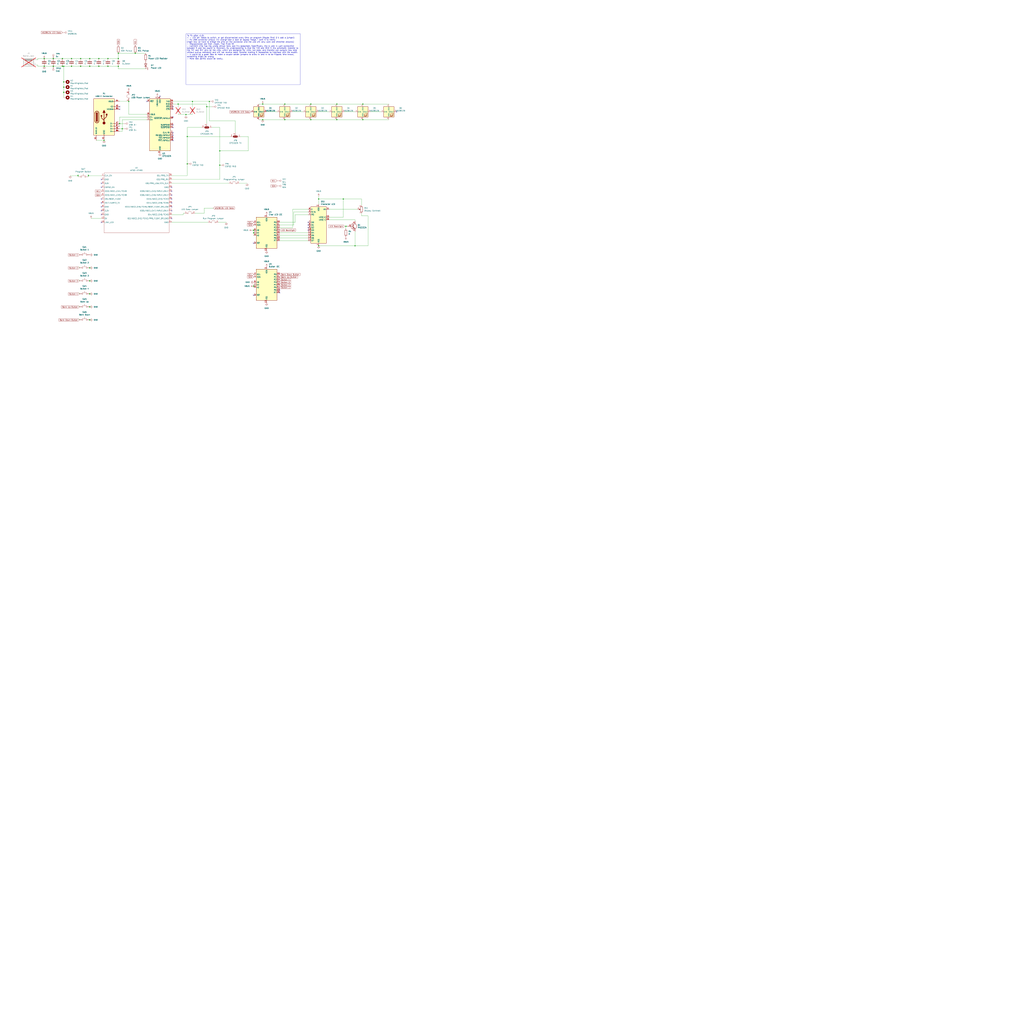
<source format=kicad_sch>
(kicad_sch (version 20230121) (generator eeschema)

  (uuid ef184ef5-8bc2-453b-b884-7da72d8d5ac3)

  (paper "User" 999.998 999.998)

  (lib_symbols
    (symbol "Connector:Barrel_Jack" (pin_names (offset 1.016)) (in_bom yes) (on_board yes)
      (property "Reference" "J" (at 0 5.334 0)
        (effects (font (size 1.27 1.27)))
      )
      (property "Value" "Barrel_Jack" (at 0 -5.08 0)
        (effects (font (size 1.27 1.27)))
      )
      (property "Footprint" "" (at 1.27 -1.016 0)
        (effects (font (size 1.27 1.27)) hide)
      )
      (property "Datasheet" "~" (at 1.27 -1.016 0)
        (effects (font (size 1.27 1.27)) hide)
      )
      (property "ki_keywords" "DC power barrel jack connector" (at 0 0 0)
        (effects (font (size 1.27 1.27)) hide)
      )
      (property "ki_description" "DC Barrel Jack" (at 0 0 0)
        (effects (font (size 1.27 1.27)) hide)
      )
      (property "ki_fp_filters" "BarrelJack*" (at 0 0 0)
        (effects (font (size 1.27 1.27)) hide)
      )
      (symbol "Barrel_Jack_0_1"
        (rectangle (start -5.08 3.81) (end 5.08 -3.81)
          (stroke (width 0.254) (type default))
          (fill (type background))
        )
        (arc (start -3.302 3.175) (mid -3.9343 2.54) (end -3.302 1.905)
          (stroke (width 0.254) (type default))
          (fill (type none))
        )
        (arc (start -3.302 3.175) (mid -3.9343 2.54) (end -3.302 1.905)
          (stroke (width 0.254) (type default))
          (fill (type outline))
        )
        (polyline
          (pts
            (xy 5.08 2.54)
            (xy 3.81 2.54)
          )
          (stroke (width 0.254) (type default))
          (fill (type none))
        )
        (polyline
          (pts
            (xy -3.81 -2.54)
            (xy -2.54 -2.54)
            (xy -1.27 -1.27)
            (xy 0 -2.54)
            (xy 2.54 -2.54)
            (xy 5.08 -2.54)
          )
          (stroke (width 0.254) (type default))
          (fill (type none))
        )
        (rectangle (start 3.683 3.175) (end -3.302 1.905)
          (stroke (width 0.254) (type default))
          (fill (type outline))
        )
      )
      (symbol "Barrel_Jack_1_1"
        (pin passive line (at 7.62 2.54 180) (length 2.54)
          (name "~" (effects (font (size 1.27 1.27))))
          (number "1" (effects (font (size 1.27 1.27))))
        )
        (pin passive line (at 7.62 -2.54 180) (length 2.54)
          (name "~" (effects (font (size 1.27 1.27))))
          (number "2" (effects (font (size 1.27 1.27))))
        )
      )
    )
    (symbol "Connector:TestPoint" (pin_numbers hide) (pin_names (offset 0.762) hide) (in_bom yes) (on_board yes)
      (property "Reference" "TP" (at 0 6.858 0)
        (effects (font (size 1.27 1.27)))
      )
      (property "Value" "TestPoint" (at 0 5.08 0)
        (effects (font (size 1.27 1.27)))
      )
      (property "Footprint" "" (at 5.08 0 0)
        (effects (font (size 1.27 1.27)) hide)
      )
      (property "Datasheet" "~" (at 5.08 0 0)
        (effects (font (size 1.27 1.27)) hide)
      )
      (property "ki_keywords" "test point tp" (at 0 0 0)
        (effects (font (size 1.27 1.27)) hide)
      )
      (property "ki_description" "test point" (at 0 0 0)
        (effects (font (size 1.27 1.27)) hide)
      )
      (property "ki_fp_filters" "Pin* Test*" (at 0 0 0)
        (effects (font (size 1.27 1.27)) hide)
      )
      (symbol "TestPoint_0_1"
        (circle (center 0 3.302) (radius 0.762)
          (stroke (width 0) (type default))
          (fill (type none))
        )
      )
      (symbol "TestPoint_1_1"
        (pin passive line (at 0 0 90) (length 2.54)
          (name "1" (effects (font (size 1.27 1.27))))
          (number "1" (effects (font (size 1.27 1.27))))
        )
      )
    )
    (symbol "Connector:USB_C_Plug_USB2.0" (pin_names (offset 1.016)) (in_bom yes) (on_board yes)
      (property "Reference" "P1" (at 0 22.86 0)
        (effects (font (size 1.27 1.27)))
      )
      (property "Value" "USB C Connector" (at 0 20.32 0)
        (effects (font (size 1.27 1.27)))
      )
      (property "Footprint" "Connector_USB:USB_C_Receptacle_GCT_USB4110" (at 3.81 0 0)
        (effects (font (size 1.27 1.27)) hide)
      )
      (property "Datasheet" "https://www.usb.org/sites/default/files/documents/usb_type-c.zip" (at 3.81 0 0)
        (effects (font (size 1.27 1.27)) hide)
      )
      (property "ki_keywords" "usb universal serial bus type-C USB2.0" (at 0 0 0)
        (effects (font (size 1.27 1.27)) hide)
      )
      (property "ki_description" "USB 2.0-only Type-C Plug connector" (at 0 0 0)
        (effects (font (size 1.27 1.27)) hide)
      )
      (property "ki_fp_filters" "USB*C*Plug*" (at 0 0 0)
        (effects (font (size 1.27 1.27)) hide)
      )
      (symbol "USB_C_Plug_USB2.0_0_0"
        (rectangle (start -0.254 -17.78) (end 0.254 -16.764)
          (stroke (width 0) (type default))
          (fill (type none))
        )
        (rectangle (start 9.144 -13.716) (end 10.16 -14.224)
          (stroke (width 0) (type default))
          (fill (type none))
        )
        (rectangle (start 10.16 -11.176) (end 9.144 -11.684)
          (stroke (width 0) (type default))
          (fill (type none))
        )
        (rectangle (start 10.16 -8.636) (end 9.144 -9.144)
          (stroke (width 0) (type default))
          (fill (type none))
        )
        (rectangle (start 10.16 -6.096) (end 9.144 -6.604)
          (stroke (width 0) (type default))
          (fill (type none))
        )
        (rectangle (start 10.16 7.874) (end 9.144 7.366)
          (stroke (width 0) (type default))
          (fill (type none))
        )
        (rectangle (start 10.16 10.414) (end 9.144 9.906)
          (stroke (width 0) (type default))
          (fill (type none))
        )
        (rectangle (start 10.16 15.494) (end 9.144 14.986)
          (stroke (width 0) (type default))
          (fill (type none))
        )
      )
      (symbol "USB_C_Plug_USB2.0_0_1"
        (rectangle (start -10.16 17.78) (end 10.16 -17.78)
          (stroke (width 0.254) (type default))
          (fill (type background))
        )
        (arc (start -8.89 -3.81) (mid -6.985 -5.7067) (end -5.08 -3.81)
          (stroke (width 0.508) (type default))
          (fill (type none))
        )
        (arc (start -7.62 -3.81) (mid -6.985 -4.4423) (end -6.35 -3.81)
          (stroke (width 0.254) (type default))
          (fill (type none))
        )
        (arc (start -7.62 -3.81) (mid -6.985 -4.4423) (end -6.35 -3.81)
          (stroke (width 0.254) (type default))
          (fill (type outline))
        )
        (rectangle (start -7.62 -3.81) (end -6.35 3.81)
          (stroke (width 0.254) (type default))
          (fill (type outline))
        )
        (arc (start -6.35 3.81) (mid -6.985 4.4423) (end -7.62 3.81)
          (stroke (width 0.254) (type default))
          (fill (type none))
        )
        (arc (start -6.35 3.81) (mid -6.985 4.4423) (end -7.62 3.81)
          (stroke (width 0.254) (type default))
          (fill (type outline))
        )
        (arc (start -5.08 3.81) (mid -6.985 5.7067) (end -8.89 3.81)
          (stroke (width 0.508) (type default))
          (fill (type none))
        )
        (circle (center -2.54 1.143) (radius 0.635)
          (stroke (width 0.254) (type default))
          (fill (type outline))
        )
        (circle (center 0 -5.842) (radius 1.27)
          (stroke (width 0) (type default))
          (fill (type outline))
        )
        (polyline
          (pts
            (xy -8.89 -3.81)
            (xy -8.89 3.81)
          )
          (stroke (width 0.508) (type default))
          (fill (type none))
        )
        (polyline
          (pts
            (xy -5.08 3.81)
            (xy -5.08 -3.81)
          )
          (stroke (width 0.508) (type default))
          (fill (type none))
        )
        (polyline
          (pts
            (xy 0 -5.842)
            (xy 0 4.318)
          )
          (stroke (width 0.508) (type default))
          (fill (type none))
        )
        (polyline
          (pts
            (xy 0 -3.302)
            (xy -2.54 -0.762)
            (xy -2.54 0.508)
          )
          (stroke (width 0.508) (type default))
          (fill (type none))
        )
        (polyline
          (pts
            (xy 0 -2.032)
            (xy 2.54 0.508)
            (xy 2.54 1.778)
          )
          (stroke (width 0.508) (type default))
          (fill (type none))
        )
        (polyline
          (pts
            (xy -1.27 4.318)
            (xy 0 6.858)
            (xy 1.27 4.318)
            (xy -1.27 4.318)
          )
          (stroke (width 0.254) (type default))
          (fill (type outline))
        )
        (rectangle (start 1.905 1.778) (end 3.175 3.048)
          (stroke (width 0.254) (type default))
          (fill (type outline))
        )
      )
      (symbol "USB_C_Plug_USB2.0_1_1"
        (pin passive line (at 0 -22.86 90) (length 5.08)
          (name "GND" (effects (font (size 1.27 1.27))))
          (number "A1" (effects (font (size 1.27 1.27))))
        )
        (pin passive line (at 0 -22.86 90) (length 5.08) hide
          (name "GND" (effects (font (size 1.27 1.27))))
          (number "A12" (effects (font (size 1.27 1.27))))
        )
        (pin passive line (at 15.24 15.24 180) (length 5.08)
          (name "VBUS" (effects (font (size 1.27 1.27))))
          (number "A4" (effects (font (size 1.27 1.27))))
        )
        (pin bidirectional line (at 15.24 10.16 180) (length 5.08)
          (name "CC" (effects (font (size 1.27 1.27))))
          (number "A5" (effects (font (size 1.27 1.27))))
        )
        (pin bidirectional line (at 15.24 -11.43 180) (length 5.08)
          (name "D+" (effects (font (size 1.27 1.27))))
          (number "A6" (effects (font (size 1.27 1.27))))
        )
        (pin bidirectional line (at 15.24 -6.35 180) (length 5.08)
          (name "D-" (effects (font (size 1.27 1.27))))
          (number "A7" (effects (font (size 1.27 1.27))))
        )
        (pin passive line (at 15.24 15.24 180) (length 5.08) hide
          (name "VBUS" (effects (font (size 1.27 1.27))))
          (number "A9" (effects (font (size 1.27 1.27))))
        )
        (pin passive line (at 0 -22.86 90) (length 5.08) hide
          (name "GND" (effects (font (size 1.27 1.27))))
          (number "B1" (effects (font (size 1.27 1.27))))
        )
        (pin passive line (at 0 -22.86 90) (length 5.08) hide
          (name "GND" (effects (font (size 1.27 1.27))))
          (number "B12" (effects (font (size 1.27 1.27))))
        )
        (pin passive line (at 15.24 15.24 180) (length 5.08) hide
          (name "VBUS" (effects (font (size 1.27 1.27))))
          (number "B4" (effects (font (size 1.27 1.27))))
        )
        (pin bidirectional line (at 15.24 7.62 180) (length 5.08)
          (name "VCONN" (effects (font (size 1.27 1.27))))
          (number "B5" (effects (font (size 1.27 1.27))))
        )
        (pin bidirectional line (at 15.24 -13.97 180) (length 5.08)
          (name "D+" (effects (font (size 1.27 1.27))))
          (number "B6" (effects (font (size 1.27 1.27))))
        )
        (pin bidirectional line (at 15.24 -8.89 180) (length 5.08)
          (name "D-" (effects (font (size 1.27 1.27))))
          (number "B7" (effects (font (size 1.27 1.27))))
        )
        (pin passive line (at 15.24 15.24 180) (length 5.08) hide
          (name "VBUS" (effects (font (size 1.27 1.27))))
          (number "B9" (effects (font (size 1.27 1.27))))
        )
        (pin passive line (at -7.62 -22.86 90) (length 5.08)
          (name "SHIELD" (effects (font (size 1.27 1.27))))
          (number "S1" (effects (font (size 1.27 1.27))))
        )
      )
    )
    (symbol "DevBoards:WT32-ETH01" (in_bom yes) (on_board yes)
      (property "Reference" "U" (at 0 -22.86 0)
        (effects (font (size 1.27 1.27)))
      )
      (property "Value" "WT32-ETH01" (at 0 -25.4 0)
        (effects (font (size 1.27 1.27)))
      )
      (property "Footprint" "WT32-ETH01:WT32-ETH01" (at 0 0 0)
        (effects (font (size 1.27 1.27)) hide)
      )
      (property "Datasheet" "" (at 0 0 0)
        (effects (font (size 1.27 1.27)) hide)
      )
      (property "ki_keywords" "esp, esp32" (at 0 0 0)
        (effects (font (size 1.27 1.27)) hide)
      )
      (property "ki_description" "An ESP32 Dev board with onboard ethernet. Produced by wireless-tag." (at 0 0 0)
        (effects (font (size 1.27 1.27)) hide)
      )
      (symbol "WT32-ETH01_0_1"
        (rectangle (start -31.75 29.21) (end 31.75 -29.21)
          (stroke (width 0) (type default))
          (fill (type none))
        )
      )
      (symbol "WT32-ETH01_1_1"
        (pin bidirectional line (at -34.29 26.67 0) (length 2.54)
          (name "CLK_EN" (effects (font (size 1.27 1.27))))
          (number "1" (effects (font (size 1.27 1.27))))
        )
        (pin power_out line (at -34.29 -7.62 0) (length 2.54)
          (name "3.3V" (effects (font (size 1.27 1.27))))
          (number "10" (effects (font (size 1.27 1.27))))
        )
        (pin power_in line (at -34.29 -11.43 0) (length 2.54)
          (name "GND" (effects (font (size 1.27 1.27))))
          (number "11" (effects (font (size 1.27 1.27))))
        )
        (pin power_in line (at -34.29 -15.24 0) (length 2.54)
          (name "5V" (effects (font (size 1.27 1.27))))
          (number "12" (effects (font (size 1.27 1.27))))
        )
        (pin output line (at -34.29 -19.05 0) (length 2.54)
          (name "LINK_LED" (effects (font (size 1.27 1.27))))
          (number "13" (effects (font (size 1.27 1.27))))
        )
        (pin power_in line (at 34.29 -19.05 180) (length 2.54)
          (name "GND" (effects (font (size 1.27 1.27))))
          (number "14" (effects (font (size 1.27 1.27))))
        )
        (pin bidirectional line (at 34.29 -15.24 180) (length 2.54)
          (name "IO2/ADC2_CH2/TCH2/PRG_FLOAT_OR_GND" (effects (font (size 1.27 1.27))))
          (number "15" (effects (font (size 1.27 1.27))))
        )
        (pin bidirectional line (at 34.29 -11.43 180) (length 2.54)
          (name "IO4/ADC2_CH0/TCH0" (effects (font (size 1.27 1.27))))
          (number "16" (effects (font (size 1.27 1.27))))
        )
        (pin input line (at 34.29 -7.62 180) (length 2.54)
          (name "IO35/ADC1_CH7/INPUT_ONLY" (effects (font (size 1.27 1.27))))
          (number "17" (effects (font (size 1.27 1.27))))
        )
        (pin bidirectional line (at 34.29 -3.81 180) (length 2.54)
          (name "IO12/ADC2_CH5/TCH5/BOOT_FLOAT_OR_LOW" (effects (font (size 1.27 1.27))))
          (number "18" (effects (font (size 1.27 1.27))))
        )
        (pin bidirectional line (at 34.29 0 180) (length 2.54)
          (name "IO14/ADC2_CH6/TCH6" (effects (font (size 1.27 1.27))))
          (number "19" (effects (font (size 1.27 1.27))))
        )
        (pin power_in line (at -34.29 22.86 0) (length 2.54)
          (name "GND" (effects (font (size 1.27 1.27))))
          (number "2" (effects (font (size 1.27 1.27))))
        )
        (pin bidirectional line (at 34.29 3.81 180) (length 2.54)
          (name "IO15/ADC2_CH3/TCH3" (effects (font (size 1.27 1.27))))
          (number "20" (effects (font (size 1.27 1.27))))
        )
        (pin input line (at 34.29 7.62 180) (length 2.54)
          (name "IO36/ADC1_CH0/INPUT_ONLY" (effects (font (size 1.27 1.27))))
          (number "21" (effects (font (size 1.27 1.27))))
        )
        (pin input line (at 34.29 11.43 180) (length 2.54)
          (name "IO39/ADC1_CH3/INPUT_ONLY" (effects (font (size 1.27 1.27))))
          (number "22" (effects (font (size 1.27 1.27))))
        )
        (pin power_in line (at 34.29 15.24 180) (length 2.54)
          (name "GND" (effects (font (size 1.27 1.27))))
          (number "23" (effects (font (size 1.27 1.27))))
        )
        (pin bidirectional line (at 34.29 19.05 180) (length 2.54)
          (name "IO0/PRG_LOW/ETH_CLK" (effects (font (size 1.27 1.27))))
          (number "24" (effects (font (size 1.27 1.27))))
        )
        (pin bidirectional line (at 34.29 22.86 180) (length 2.54)
          (name "IO3/PRG_RX" (effects (font (size 1.27 1.27))))
          (number "25" (effects (font (size 1.27 1.27))))
        )
        (pin bidirectional line (at 34.29 26.67 180) (length 2.54)
          (name "IO1/PRG_TX" (effects (font (size 1.27 1.27))))
          (number "26" (effects (font (size 1.27 1.27))))
        )
        (pin power_out line (at -34.29 19.05 0) (length 2.54)
          (name "3.3V" (effects (font (size 1.27 1.27))))
          (number "3" (effects (font (size 1.27 1.27))))
        )
        (pin bidirectional line (at -34.29 15.24 0) (length 2.54)
          (name "ESP32_EN" (effects (font (size 1.27 1.27))))
          (number "4" (effects (font (size 1.27 1.27))))
        )
        (pin bidirectional line (at -34.29 11.43 0) (length 2.54)
          (name "IO32/ADC1_CH4/TCH9" (effects (font (size 1.27 1.27))))
          (number "5" (effects (font (size 1.27 1.27))))
        )
        (pin bidirectional line (at -34.29 7.62 0) (length 2.54)
          (name "IO33/ADC1_CH5/TCH8" (effects (font (size 1.27 1.27))))
          (number "6" (effects (font (size 1.27 1.27))))
        )
        (pin bidirectional line (at -34.29 3.81 0) (length 2.54)
          (name "IO5/BOOT_FLOAT" (effects (font (size 1.27 1.27))))
          (number "7" (effects (font (size 1.27 1.27))))
        )
        (pin bidirectional line (at -34.29 0 0) (length 2.54)
          (name "IO17/UART2_TX" (effects (font (size 1.27 1.27))))
          (number "8" (effects (font (size 1.27 1.27))))
        )
        (pin power_in line (at -34.29 -3.81 0) (length 2.54)
          (name "GND" (effects (font (size 1.27 1.27))))
          (number "9" (effects (font (size 1.27 1.27))))
        )
      )
    )
    (symbol "Device:C" (pin_numbers hide) (pin_names (offset 0.254)) (in_bom yes) (on_board yes)
      (property "Reference" "C" (at 0.635 2.54 0)
        (effects (font (size 1.27 1.27)) (justify left))
      )
      (property "Value" "C" (at 0.635 -2.54 0)
        (effects (font (size 1.27 1.27)) (justify left))
      )
      (property "Footprint" "" (at 0.9652 -3.81 0)
        (effects (font (size 1.27 1.27)) hide)
      )
      (property "Datasheet" "~" (at 0 0 0)
        (effects (font (size 1.27 1.27)) hide)
      )
      (property "ki_keywords" "cap capacitor" (at 0 0 0)
        (effects (font (size 1.27 1.27)) hide)
      )
      (property "ki_description" "Unpolarized capacitor" (at 0 0 0)
        (effects (font (size 1.27 1.27)) hide)
      )
      (property "ki_fp_filters" "C_*" (at 0 0 0)
        (effects (font (size 1.27 1.27)) hide)
      )
      (symbol "C_0_1"
        (polyline
          (pts
            (xy -2.032 -0.762)
            (xy 2.032 -0.762)
          )
          (stroke (width 0.508) (type default))
          (fill (type none))
        )
        (polyline
          (pts
            (xy -2.032 0.762)
            (xy 2.032 0.762)
          )
          (stroke (width 0.508) (type default))
          (fill (type none))
        )
      )
      (symbol "C_1_1"
        (pin passive line (at 0 3.81 270) (length 2.794)
          (name "~" (effects (font (size 1.27 1.27))))
          (number "1" (effects (font (size 1.27 1.27))))
        )
        (pin passive line (at 0 -3.81 90) (length 2.794)
          (name "~" (effects (font (size 1.27 1.27))))
          (number "2" (effects (font (size 1.27 1.27))))
        )
      )
    )
    (symbol "Device:D_Zener" (pin_numbers hide) (pin_names (offset 1.016) hide) (in_bom yes) (on_board yes)
      (property "Reference" "D" (at 0 2.54 0)
        (effects (font (size 1.27 1.27)))
      )
      (property "Value" "D_Zener" (at 0 -2.54 0)
        (effects (font (size 1.27 1.27)))
      )
      (property "Footprint" "" (at 0 0 0)
        (effects (font (size 1.27 1.27)) hide)
      )
      (property "Datasheet" "~" (at 0 0 0)
        (effects (font (size 1.27 1.27)) hide)
      )
      (property "ki_keywords" "diode" (at 0 0 0)
        (effects (font (size 1.27 1.27)) hide)
      )
      (property "ki_description" "Zener diode" (at 0 0 0)
        (effects (font (size 1.27 1.27)) hide)
      )
      (property "ki_fp_filters" "TO-???* *_Diode_* *SingleDiode* D_*" (at 0 0 0)
        (effects (font (size 1.27 1.27)) hide)
      )
      (symbol "D_Zener_0_1"
        (polyline
          (pts
            (xy 1.27 0)
            (xy -1.27 0)
          )
          (stroke (width 0) (type default))
          (fill (type none))
        )
        (polyline
          (pts
            (xy -1.27 -1.27)
            (xy -1.27 1.27)
            (xy -0.762 1.27)
          )
          (stroke (width 0.254) (type default))
          (fill (type none))
        )
        (polyline
          (pts
            (xy 1.27 -1.27)
            (xy 1.27 1.27)
            (xy -1.27 0)
            (xy 1.27 -1.27)
          )
          (stroke (width 0.254) (type default))
          (fill (type none))
        )
      )
      (symbol "D_Zener_1_1"
        (pin passive line (at -3.81 0 0) (length 2.54)
          (name "K" (effects (font (size 1.27 1.27))))
          (number "1" (effects (font (size 1.27 1.27))))
        )
        (pin passive line (at 3.81 0 180) (length 2.54)
          (name "A" (effects (font (size 1.27 1.27))))
          (number "2" (effects (font (size 1.27 1.27))))
        )
      )
    )
    (symbol "Device:LED" (pin_numbers hide) (pin_names (offset 1.016) hide) (in_bom yes) (on_board yes)
      (property "Reference" "D" (at 0 2.54 0)
        (effects (font (size 1.27 1.27)))
      )
      (property "Value" "LED" (at 0 -2.54 0)
        (effects (font (size 1.27 1.27)))
      )
      (property "Footprint" "" (at 0 0 0)
        (effects (font (size 1.27 1.27)) hide)
      )
      (property "Datasheet" "~" (at 0 0 0)
        (effects (font (size 1.27 1.27)) hide)
      )
      (property "ki_keywords" "LED diode" (at 0 0 0)
        (effects (font (size 1.27 1.27)) hide)
      )
      (property "ki_description" "Light emitting diode" (at 0 0 0)
        (effects (font (size 1.27 1.27)) hide)
      )
      (property "ki_fp_filters" "LED* LED_SMD:* LED_THT:*" (at 0 0 0)
        (effects (font (size 1.27 1.27)) hide)
      )
      (symbol "LED_0_1"
        (polyline
          (pts
            (xy -1.27 -1.27)
            (xy -1.27 1.27)
          )
          (stroke (width 0.254) (type default))
          (fill (type none))
        )
        (polyline
          (pts
            (xy -1.27 0)
            (xy 1.27 0)
          )
          (stroke (width 0) (type default))
          (fill (type none))
        )
        (polyline
          (pts
            (xy 1.27 -1.27)
            (xy 1.27 1.27)
            (xy -1.27 0)
            (xy 1.27 -1.27)
          )
          (stroke (width 0.254) (type default))
          (fill (type none))
        )
        (polyline
          (pts
            (xy -3.048 -0.762)
            (xy -4.572 -2.286)
            (xy -3.81 -2.286)
            (xy -4.572 -2.286)
            (xy -4.572 -1.524)
          )
          (stroke (width 0) (type default))
          (fill (type none))
        )
        (polyline
          (pts
            (xy -1.778 -0.762)
            (xy -3.302 -2.286)
            (xy -2.54 -2.286)
            (xy -3.302 -2.286)
            (xy -3.302 -1.524)
          )
          (stroke (width 0) (type default))
          (fill (type none))
        )
      )
      (symbol "LED_1_1"
        (pin passive line (at -3.81 0 0) (length 2.54)
          (name "K" (effects (font (size 1.27 1.27))))
          (number "1" (effects (font (size 1.27 1.27))))
        )
        (pin passive line (at 3.81 0 180) (length 2.54)
          (name "A" (effects (font (size 1.27 1.27))))
          (number "2" (effects (font (size 1.27 1.27))))
        )
      )
    )
    (symbol "Device:R" (pin_numbers hide) (pin_names (offset 0)) (in_bom yes) (on_board yes)
      (property "Reference" "R" (at 2.032 0 90)
        (effects (font (size 1.27 1.27)))
      )
      (property "Value" "R" (at 0 0 90)
        (effects (font (size 1.27 1.27)))
      )
      (property "Footprint" "" (at -1.778 0 90)
        (effects (font (size 1.27 1.27)) hide)
      )
      (property "Datasheet" "~" (at 0 0 0)
        (effects (font (size 1.27 1.27)) hide)
      )
      (property "ki_keywords" "R res resistor" (at 0 0 0)
        (effects (font (size 1.27 1.27)) hide)
      )
      (property "ki_description" "Resistor" (at 0 0 0)
        (effects (font (size 1.27 1.27)) hide)
      )
      (property "ki_fp_filters" "R_*" (at 0 0 0)
        (effects (font (size 1.27 1.27)) hide)
      )
      (symbol "R_0_1"
        (rectangle (start -1.016 -2.54) (end 1.016 2.54)
          (stroke (width 0.254) (type default))
          (fill (type none))
        )
      )
      (symbol "R_1_1"
        (pin passive line (at 0 3.81 270) (length 1.27)
          (name "~" (effects (font (size 1.27 1.27))))
          (number "1" (effects (font (size 1.27 1.27))))
        )
        (pin passive line (at 0 -3.81 90) (length 1.27)
          (name "~" (effects (font (size 1.27 1.27))))
          (number "2" (effects (font (size 1.27 1.27))))
        )
      )
    )
    (symbol "Device:R_Potentiometer" (pin_names (offset 1.016) hide) (in_bom yes) (on_board yes)
      (property "Reference" "RV" (at -4.445 0 90)
        (effects (font (size 1.27 1.27)))
      )
      (property "Value" "R_Potentiometer" (at -2.54 0 90)
        (effects (font (size 1.27 1.27)))
      )
      (property "Footprint" "" (at 0 0 0)
        (effects (font (size 1.27 1.27)) hide)
      )
      (property "Datasheet" "~" (at 0 0 0)
        (effects (font (size 1.27 1.27)) hide)
      )
      (property "ki_keywords" "resistor variable" (at 0 0 0)
        (effects (font (size 1.27 1.27)) hide)
      )
      (property "ki_description" "Potentiometer" (at 0 0 0)
        (effects (font (size 1.27 1.27)) hide)
      )
      (property "ki_fp_filters" "Potentiometer*" (at 0 0 0)
        (effects (font (size 1.27 1.27)) hide)
      )
      (symbol "R_Potentiometer_0_1"
        (polyline
          (pts
            (xy 2.54 0)
            (xy 1.524 0)
          )
          (stroke (width 0) (type default))
          (fill (type none))
        )
        (polyline
          (pts
            (xy 1.143 0)
            (xy 2.286 0.508)
            (xy 2.286 -0.508)
            (xy 1.143 0)
          )
          (stroke (width 0) (type default))
          (fill (type outline))
        )
        (rectangle (start 1.016 2.54) (end -1.016 -2.54)
          (stroke (width 0.254) (type default))
          (fill (type none))
        )
      )
      (symbol "R_Potentiometer_1_1"
        (pin passive line (at 0 3.81 270) (length 1.27)
          (name "1" (effects (font (size 1.27 1.27))))
          (number "1" (effects (font (size 1.27 1.27))))
        )
        (pin passive line (at 3.81 0 180) (length 1.27)
          (name "2" (effects (font (size 1.27 1.27))))
          (number "2" (effects (font (size 1.27 1.27))))
        )
        (pin passive line (at 0 -3.81 90) (length 1.27)
          (name "3" (effects (font (size 1.27 1.27))))
          (number "3" (effects (font (size 1.27 1.27))))
        )
      )
    )
    (symbol "Display_Character:WC1602A" (in_bom yes) (on_board yes)
      (property "Reference" "DS1" (at 2.1941 22.86 0)
        (effects (font (size 1.27 1.27)) (justify left))
      )
      (property "Value" "Character LCD" (at 2.1941 20.32 0)
        (effects (font (size 1.27 1.27)) (justify left))
      )
      (property "Footprint" "Display:WC1602A" (at 0 -22.86 0)
        (effects (font (size 1.27 1.27) italic) hide)
      )
      (property "Datasheet" "http://www.wincomlcd.com/pdf/WC1602A-SFYLYHTC06.pdf" (at 17.78 0 0)
        (effects (font (size 1.27 1.27)) hide)
      )
      (property "ki_keywords" "display LCD dot-matrix" (at 0 0 0)
        (effects (font (size 1.27 1.27)) hide)
      )
      (property "ki_description" "LCD 16x2 Alphanumeric , 8 bit parallel bus, 5V VDD" (at 0 0 0)
        (effects (font (size 1.27 1.27)) hide)
      )
      (property "ki_fp_filters" "*WC*1602A*" (at 0 0 0)
        (effects (font (size 1.27 1.27)) hide)
      )
      (symbol "WC1602A_1_1"
        (rectangle (start -7.62 17.78) (end 7.62 -17.78)
          (stroke (width 0.254) (type default))
          (fill (type background))
        )
        (pin power_in line (at 0 -20.32 90) (length 2.54)
          (name "VSS" (effects (font (size 1.27 1.27))))
          (number "1" (effects (font (size 1.27 1.27))))
        )
        (pin input line (at -10.16 -5.08 0) (length 2.54)
          (name "D3" (effects (font (size 1.27 1.27))))
          (number "10" (effects (font (size 1.27 1.27))))
        )
        (pin input line (at -10.16 -7.62 0) (length 2.54)
          (name "D4" (effects (font (size 1.27 1.27))))
          (number "11" (effects (font (size 1.27 1.27))))
        )
        (pin input line (at -10.16 -10.16 0) (length 2.54)
          (name "D5" (effects (font (size 1.27 1.27))))
          (number "12" (effects (font (size 1.27 1.27))))
        )
        (pin input line (at -10.16 -12.7 0) (length 2.54)
          (name "D6" (effects (font (size 1.27 1.27))))
          (number "13" (effects (font (size 1.27 1.27))))
        )
        (pin input line (at -10.16 -15.24 0) (length 2.54)
          (name "D7" (effects (font (size 1.27 1.27))))
          (number "14" (effects (font (size 1.27 1.27))))
        )
        (pin power_in line (at 10.16 7.62 180) (length 2.54)
          (name "LED(+)" (effects (font (size 1.27 1.27))))
          (number "15" (effects (font (size 1.27 1.27))))
        )
        (pin power_out line (at 10.16 5.08 180) (length 2.54)
          (name "LED(-)" (effects (font (size 1.27 1.27))))
          (number "16" (effects (font (size 1.27 1.27))))
        )
        (pin power_in line (at 0 20.32 270) (length 2.54)
          (name "VDD" (effects (font (size 1.27 1.27))))
          (number "2" (effects (font (size 1.27 1.27))))
        )
        (pin input line (at 10.16 15.24 180) (length 2.54)
          (name "VO" (effects (font (size 1.27 1.27))))
          (number "3" (effects (font (size 1.27 1.27))))
        )
        (pin input line (at -10.16 10.16 0) (length 2.54)
          (name "RS" (effects (font (size 1.27 1.27))))
          (number "4" (effects (font (size 1.27 1.27))))
        )
        (pin input line (at -10.16 12.7 0) (length 2.54)
          (name "R/W" (effects (font (size 1.27 1.27))))
          (number "5" (effects (font (size 1.27 1.27))))
        )
        (pin input line (at -10.16 15.24 0) (length 2.54)
          (name "E" (effects (font (size 1.27 1.27))))
          (number "6" (effects (font (size 1.27 1.27))))
        )
        (pin input line (at -10.16 2.54 0) (length 2.54)
          (name "D0" (effects (font (size 1.27 1.27))))
          (number "7" (effects (font (size 1.27 1.27))))
        )
        (pin input line (at -10.16 0 0) (length 2.54)
          (name "D1" (effects (font (size 1.27 1.27))))
          (number "8" (effects (font (size 1.27 1.27))))
        )
        (pin input line (at -10.16 -2.54 0) (length 2.54)
          (name "D2" (effects (font (size 1.27 1.27))))
          (number "9" (effects (font (size 1.27 1.27))))
        )
      )
    )
    (symbol "Interface_Expansion:PCF8574TS" (in_bom yes) (on_board yes)
      (property "Reference" "U" (at -8.89 16.51 0)
        (effects (font (size 1.27 1.27)) (justify left))
      )
      (property "Value" "PCF8574TS" (at 3.81 16.51 0)
        (effects (font (size 1.27 1.27)) (justify left))
      )
      (property "Footprint" "Package_SO:SSOP-20_4.4x6.5mm_P0.65mm" (at 0 0 0)
        (effects (font (size 1.27 1.27)) hide)
      )
      (property "Datasheet" "http://www.nxp.com/docs/en/data-sheet/PCF8574_PCF8574A.pdf" (at 0 0 0)
        (effects (font (size 1.27 1.27)) hide)
      )
      (property "ki_keywords" "I2C Expander" (at 0 0 0)
        (effects (font (size 1.27 1.27)) hide)
      )
      (property "ki_description" "8 Bit Port/Expander to I2C Bus, SSOP-20" (at 0 0 0)
        (effects (font (size 1.27 1.27)) hide)
      )
      (property "ki_fp_filters" "SSOP*4.4x6.5mm*P0.65mm*" (at 0 0 0)
        (effects (font (size 1.27 1.27)) hide)
      )
      (symbol "PCF8574TS_0_1"
        (rectangle (start -10.16 15.24) (end 10.16 -15.24)
          (stroke (width 0.254) (type default))
          (fill (type background))
        )
      )
      (symbol "PCF8574TS_1_1"
        (pin open_collector output_low (at -12.7 -10.16 0) (length 2.54)
          (name "~{INT}" (effects (font (size 1.27 1.27))))
          (number "1" (effects (font (size 1.27 1.27))))
        )
        (pin bidirectional line (at 12.7 10.16 180) (length 2.54)
          (name "P0" (effects (font (size 1.27 1.27))))
          (number "10" (effects (font (size 1.27 1.27))))
        )
        (pin bidirectional line (at 12.7 7.62 180) (length 2.54)
          (name "P1" (effects (font (size 1.27 1.27))))
          (number "11" (effects (font (size 1.27 1.27))))
        )
        (pin bidirectional line (at 12.7 5.08 180) (length 2.54)
          (name "P2" (effects (font (size 1.27 1.27))))
          (number "12" (effects (font (size 1.27 1.27))))
        )
        (pin no_connect line (at -10.16 -5.08 0) (length 2.54) hide
          (name "NC" (effects (font (size 1.27 1.27))))
          (number "13" (effects (font (size 1.27 1.27))))
        )
        (pin bidirectional line (at 12.7 2.54 180) (length 2.54)
          (name "P3" (effects (font (size 1.27 1.27))))
          (number "14" (effects (font (size 1.27 1.27))))
        )
        (pin power_in line (at 0 -17.78 90) (length 2.54)
          (name "VSS" (effects (font (size 1.27 1.27))))
          (number "15" (effects (font (size 1.27 1.27))))
        )
        (pin bidirectional line (at 12.7 0 180) (length 2.54)
          (name "P4" (effects (font (size 1.27 1.27))))
          (number "16" (effects (font (size 1.27 1.27))))
        )
        (pin bidirectional line (at 12.7 -2.54 180) (length 2.54)
          (name "P5" (effects (font (size 1.27 1.27))))
          (number "17" (effects (font (size 1.27 1.27))))
        )
        (pin no_connect line (at -10.16 -7.62 0) (length 2.54) hide
          (name "NC" (effects (font (size 1.27 1.27))))
          (number "18" (effects (font (size 1.27 1.27))))
        )
        (pin bidirectional line (at 12.7 -5.08 180) (length 2.54)
          (name "P6" (effects (font (size 1.27 1.27))))
          (number "19" (effects (font (size 1.27 1.27))))
        )
        (pin input line (at -12.7 10.16 0) (length 2.54)
          (name "SCL" (effects (font (size 1.27 1.27))))
          (number "2" (effects (font (size 1.27 1.27))))
        )
        (pin bidirectional line (at 12.7 -7.62 180) (length 2.54)
          (name "P7" (effects (font (size 1.27 1.27))))
          (number "20" (effects (font (size 1.27 1.27))))
        )
        (pin no_connect line (at 10.16 -10.16 180) (length 2.54) hide
          (name "NC" (effects (font (size 1.27 1.27))))
          (number "3" (effects (font (size 1.27 1.27))))
        )
        (pin bidirectional line (at -12.7 7.62 0) (length 2.54)
          (name "SDA" (effects (font (size 1.27 1.27))))
          (number "4" (effects (font (size 1.27 1.27))))
        )
        (pin power_in line (at 0 17.78 270) (length 2.54)
          (name "VDD" (effects (font (size 1.27 1.27))))
          (number "5" (effects (font (size 1.27 1.27))))
        )
        (pin input line (at -12.7 2.54 0) (length 2.54)
          (name "A0" (effects (font (size 1.27 1.27))))
          (number "6" (effects (font (size 1.27 1.27))))
        )
        (pin input line (at -12.7 0 0) (length 2.54)
          (name "A1" (effects (font (size 1.27 1.27))))
          (number "7" (effects (font (size 1.27 1.27))))
        )
        (pin no_connect line (at 10.16 -12.7 180) (length 2.54) hide
          (name "NC" (effects (font (size 1.27 1.27))))
          (number "8" (effects (font (size 1.27 1.27))))
        )
        (pin input line (at -12.7 -2.54 0) (length 2.54)
          (name "A2" (effects (font (size 1.27 1.27))))
          (number "9" (effects (font (size 1.27 1.27))))
        )
      )
    )
    (symbol "Interface_USB:CP2102N-Axx-xQFN20" (in_bom yes) (on_board yes)
      (property "Reference" "U3" (at 2.1941 -27.94 0)
        (effects (font (size 1.27 1.27)) (justify left))
      )
      (property "Value" "CP2102N" (at 2.1941 -30.48 0)
        (effects (font (size 1.27 1.27)) (justify left))
      )
      (property "Footprint" "Package_DFN_QFN:QFN-28-1EP_5x5mm_P0.5mm_EP3.1x3.1mm" (at 31.75 -26.67 0)
        (effects (font (size 1.27 1.27)) hide)
      )
      (property "Datasheet" "https://www.silabs.com/documents/public/data-sheets/cp2102n-datasheet.pdf" (at 1.27 -19.05 0)
        (effects (font (size 1.27 1.27)) hide)
      )
      (property "ki_keywords" "USB UART bridge" (at 0 0 0)
        (effects (font (size 1.27 1.27)) hide)
      )
      (property "ki_description" "USB to UART master bridge, QFN-20" (at 0 0 0)
        (effects (font (size 1.27 1.27)) hide)
      )
      (property "ki_fp_filters" "SiliconLabs*QFN*3x3mm*P0.5mm*" (at 0 0 0)
        (effects (font (size 1.27 1.27)) hide)
      )
      (symbol "CP2102N-Axx-xQFN20_0_1"
        (rectangle (start -10.16 25.4) (end 10.16 -25.4)
          (stroke (width 0.254) (type default))
          (fill (type background))
        )
      )
      (symbol "CP2102N-Axx-xQFN20_1_1"
        (pin no_connect line (at -10.16 -22.86 0) (length 2.54) hide
          (name "NC" (effects (font (size 1.27 1.27))))
          (number "10" (effects (font (size 1.27 1.27))))
        )
        (pin output line (at 12.7 -2.54 180) (length 2.54)
          (name "~{SUSPEND}" (effects (font (size 1.27 1.27))))
          (number "11" (effects (font (size 1.27 1.27))))
        )
        (pin passive line (at 0 -27.94 90) (length 2.54) hide
          (name "GND" (effects (font (size 1.27 1.27))))
          (number "12" (effects (font (size 1.27 1.27))))
        )
        (pin output line (at 12.7 0 180) (length 2.54)
          (name "SUSPEND" (effects (font (size 1.27 1.27))))
          (number "12" (effects (font (size 1.27 1.27))))
        )
        (pin input line (at 12.7 6.35 180) (length 2.54)
          (name "~{WAKEUP}/GPIO.3" (effects (font (size 1.27 1.27))))
          (number "16" (effects (font (size 1.27 1.27))))
        )
        (pin bidirectional line (at 12.7 -10.16 180) (length 2.54)
          (name "RS485/GPIO.2" (effects (font (size 1.27 1.27))))
          (number "17" (effects (font (size 1.27 1.27))))
        )
        (pin bidirectional line (at 12.7 -15.24 180) (length 2.54)
          (name "~{RXT}/GPIO.1" (effects (font (size 1.27 1.27))))
          (number "18" (effects (font (size 1.27 1.27))))
        )
        (pin bidirectional line (at 12.7 -12.7 180) (length 2.54)
          (name "~{TXT}/GPIO.0" (effects (font (size 1.27 1.27))))
          (number "19" (effects (font (size 1.27 1.27))))
        )
        (pin bidirectional line (at 12.7 -7.62 180) (length 2.54)
          (name "CLK/RI" (effects (font (size 1.27 1.27))))
          (number "2" (effects (font (size 1.27 1.27))))
        )
        (pin passive line (at 0 -27.94 90) (length 2.54) hide
          (name "GND" (effects (font (size 1.27 1.27))))
          (number "21" (effects (font (size 1.27 1.27))))
        )
        (pin input line (at 12.7 15.24 180) (length 2.54)
          (name "~{CTS}" (effects (font (size 1.27 1.27))))
          (number "23" (effects (font (size 1.27 1.27))))
        )
        (pin output line (at 12.7 17.78 180) (length 2.54)
          (name "~{RTS}" (effects (font (size 1.27 1.27))))
          (number "24" (effects (font (size 1.27 1.27))))
        )
        (pin input line (at 12.7 20.32 180) (length 2.54)
          (name "RXD" (effects (font (size 1.27 1.27))))
          (number "25" (effects (font (size 1.27 1.27))))
        )
        (pin output line (at 12.7 22.86 180) (length 2.54)
          (name "TXD" (effects (font (size 1.27 1.27))))
          (number "26" (effects (font (size 1.27 1.27))))
        )
        (pin power_in line (at 0 -27.94 90) (length 2.54)
          (name "GND" (effects (font (size 1.27 1.27))))
          (number "3" (effects (font (size 1.27 1.27))))
        )
        (pin bidirectional line (at -12.7 5.08 0) (length 2.54)
          (name "D+" (effects (font (size 1.27 1.27))))
          (number "4" (effects (font (size 1.27 1.27))))
        )
        (pin bidirectional line (at -12.7 7.62 0) (length 2.54)
          (name "D-" (effects (font (size 1.27 1.27))))
          (number "5" (effects (font (size 1.27 1.27))))
        )
        (pin power_in line (at 0 27.94 270) (length 2.54)
          (name "VDD" (effects (font (size 1.27 1.27))))
          (number "6" (effects (font (size 1.27 1.27))))
        )
        (pin power_in line (at -2.54 27.94 270) (length 2.54)
          (name "VREGIN" (effects (font (size 1.27 1.27))))
          (number "7" (effects (font (size 1.27 1.27))))
        )
        (pin input line (at -12.7 10.16 0) (length 2.54)
          (name "VBUS" (effects (font (size 1.27 1.27))))
          (number "8" (effects (font (size 1.27 1.27))))
        )
        (pin input line (at -12.7 22.86 0) (length 2.54)
          (name "~{RST}" (effects (font (size 1.27 1.27))))
          (number "9" (effects (font (size 1.27 1.27))))
        )
      )
    )
    (symbol "Jumper:Jumper_2_Open" (pin_names (offset 0) hide) (in_bom yes) (on_board yes)
      (property "Reference" "JP" (at 0 2.794 0)
        (effects (font (size 1.27 1.27)))
      )
      (property "Value" "Jumper_2_Open" (at 0 -2.286 0)
        (effects (font (size 1.27 1.27)))
      )
      (property "Footprint" "" (at 0 0 0)
        (effects (font (size 1.27 1.27)) hide)
      )
      (property "Datasheet" "~" (at 0 0 0)
        (effects (font (size 1.27 1.27)) hide)
      )
      (property "ki_keywords" "Jumper SPST" (at 0 0 0)
        (effects (font (size 1.27 1.27)) hide)
      )
      (property "ki_description" "Jumper, 2-pole, open" (at 0 0 0)
        (effects (font (size 1.27 1.27)) hide)
      )
      (property "ki_fp_filters" "Jumper* TestPoint*2Pads* TestPoint*Bridge*" (at 0 0 0)
        (effects (font (size 1.27 1.27)) hide)
      )
      (symbol "Jumper_2_Open_0_0"
        (circle (center -2.032 0) (radius 0.508)
          (stroke (width 0) (type default))
          (fill (type none))
        )
        (circle (center 2.032 0) (radius 0.508)
          (stroke (width 0) (type default))
          (fill (type none))
        )
      )
      (symbol "Jumper_2_Open_0_1"
        (arc (start 1.524 1.27) (mid 0 1.778) (end -1.524 1.27)
          (stroke (width 0) (type default))
          (fill (type none))
        )
      )
      (symbol "Jumper_2_Open_1_1"
        (pin passive line (at -5.08 0 0) (length 2.54)
          (name "A" (effects (font (size 1.27 1.27))))
          (number "1" (effects (font (size 1.27 1.27))))
        )
        (pin passive line (at 5.08 0 180) (length 2.54)
          (name "B" (effects (font (size 1.27 1.27))))
          (number "2" (effects (font (size 1.27 1.27))))
        )
      )
    )
    (symbol "Jumper:SolderJumper_3_Open" (pin_names (offset 0) hide) (in_bom yes) (on_board yes)
      (property "Reference" "JP" (at -2.54 -2.54 0)
        (effects (font (size 1.27 1.27)))
      )
      (property "Value" "SolderJumper_3_Open" (at 0 2.794 0)
        (effects (font (size 1.27 1.27)))
      )
      (property "Footprint" "" (at 0 0 0)
        (effects (font (size 1.27 1.27)) hide)
      )
      (property "Datasheet" "~" (at 0 0 0)
        (effects (font (size 1.27 1.27)) hide)
      )
      (property "ki_keywords" "Solder Jumper SPDT" (at 0 0 0)
        (effects (font (size 1.27 1.27)) hide)
      )
      (property "ki_description" "Solder Jumper, 3-pole, open" (at 0 0 0)
        (effects (font (size 1.27 1.27)) hide)
      )
      (property "ki_fp_filters" "SolderJumper*Open*" (at 0 0 0)
        (effects (font (size 1.27 1.27)) hide)
      )
      (symbol "SolderJumper_3_Open_0_1"
        (arc (start -1.016 1.016) (mid -2.0276 0) (end -1.016 -1.016)
          (stroke (width 0) (type default))
          (fill (type none))
        )
        (arc (start -1.016 1.016) (mid -2.0276 0) (end -1.016 -1.016)
          (stroke (width 0) (type default))
          (fill (type outline))
        )
        (rectangle (start -0.508 1.016) (end 0.508 -1.016)
          (stroke (width 0) (type default))
          (fill (type outline))
        )
        (polyline
          (pts
            (xy -2.54 0)
            (xy -2.032 0)
          )
          (stroke (width 0) (type default))
          (fill (type none))
        )
        (polyline
          (pts
            (xy -1.016 1.016)
            (xy -1.016 -1.016)
          )
          (stroke (width 0) (type default))
          (fill (type none))
        )
        (polyline
          (pts
            (xy 0 -1.27)
            (xy 0 -1.016)
          )
          (stroke (width 0) (type default))
          (fill (type none))
        )
        (polyline
          (pts
            (xy 1.016 1.016)
            (xy 1.016 -1.016)
          )
          (stroke (width 0) (type default))
          (fill (type none))
        )
        (polyline
          (pts
            (xy 2.54 0)
            (xy 2.032 0)
          )
          (stroke (width 0) (type default))
          (fill (type none))
        )
        (arc (start 1.016 -1.016) (mid 2.0276 0) (end 1.016 1.016)
          (stroke (width 0) (type default))
          (fill (type none))
        )
        (arc (start 1.016 -1.016) (mid 2.0276 0) (end 1.016 1.016)
          (stroke (width 0) (type default))
          (fill (type outline))
        )
      )
      (symbol "SolderJumper_3_Open_1_1"
        (pin passive line (at -5.08 0 0) (length 2.54)
          (name "A" (effects (font (size 1.27 1.27))))
          (number "1" (effects (font (size 1.27 1.27))))
        )
        (pin passive line (at 0 -3.81 90) (length 2.54)
          (name "C" (effects (font (size 1.27 1.27))))
          (number "2" (effects (font (size 1.27 1.27))))
        )
        (pin passive line (at 5.08 0 180) (length 2.54)
          (name "B" (effects (font (size 1.27 1.27))))
          (number "3" (effects (font (size 1.27 1.27))))
        )
      )
    )
    (symbol "LED:WS2812B" (pin_names (offset 0.254)) (in_bom yes) (on_board yes)
      (property "Reference" "D" (at 5.08 5.715 0)
        (effects (font (size 1.27 1.27)) (justify right bottom))
      )
      (property "Value" "WS2812B" (at 1.27 -5.715 0)
        (effects (font (size 1.27 1.27)) (justify left top))
      )
      (property "Footprint" "LED_SMD:LED_WS2812B_PLCC4_5.0x5.0mm_P3.2mm" (at 1.27 -7.62 0)
        (effects (font (size 1.27 1.27)) (justify left top) hide)
      )
      (property "Datasheet" "https://cdn-shop.adafruit.com/datasheets/WS2812B.pdf" (at 2.54 -9.525 0)
        (effects (font (size 1.27 1.27)) (justify left top) hide)
      )
      (property "ki_keywords" "RGB LED NeoPixel addressable" (at 0 0 0)
        (effects (font (size 1.27 1.27)) hide)
      )
      (property "ki_description" "RGB LED with integrated controller" (at 0 0 0)
        (effects (font (size 1.27 1.27)) hide)
      )
      (property "ki_fp_filters" "LED*WS2812*PLCC*5.0x5.0mm*P3.2mm*" (at 0 0 0)
        (effects (font (size 1.27 1.27)) hide)
      )
      (symbol "WS2812B_0_0"
        (text "RGB" (at 2.286 -4.191 0)
          (effects (font (size 0.762 0.762)))
        )
      )
      (symbol "WS2812B_0_1"
        (polyline
          (pts
            (xy 1.27 -3.556)
            (xy 1.778 -3.556)
          )
          (stroke (width 0) (type default))
          (fill (type none))
        )
        (polyline
          (pts
            (xy 1.27 -2.54)
            (xy 1.778 -2.54)
          )
          (stroke (width 0) (type default))
          (fill (type none))
        )
        (polyline
          (pts
            (xy 4.699 -3.556)
            (xy 2.667 -3.556)
          )
          (stroke (width 0) (type default))
          (fill (type none))
        )
        (polyline
          (pts
            (xy 2.286 -2.54)
            (xy 1.27 -3.556)
            (xy 1.27 -3.048)
          )
          (stroke (width 0) (type default))
          (fill (type none))
        )
        (polyline
          (pts
            (xy 2.286 -1.524)
            (xy 1.27 -2.54)
            (xy 1.27 -2.032)
          )
          (stroke (width 0) (type default))
          (fill (type none))
        )
        (polyline
          (pts
            (xy 3.683 -1.016)
            (xy 3.683 -3.556)
            (xy 3.683 -4.064)
          )
          (stroke (width 0) (type default))
          (fill (type none))
        )
        (polyline
          (pts
            (xy 4.699 -1.524)
            (xy 2.667 -1.524)
            (xy 3.683 -3.556)
            (xy 4.699 -1.524)
          )
          (stroke (width 0) (type default))
          (fill (type none))
        )
        (rectangle (start 5.08 5.08) (end -5.08 -5.08)
          (stroke (width 0.254) (type default))
          (fill (type background))
        )
      )
      (symbol "WS2812B_1_1"
        (pin power_in line (at 0 7.62 270) (length 2.54)
          (name "VDD" (effects (font (size 1.27 1.27))))
          (number "1" (effects (font (size 1.27 1.27))))
        )
        (pin output line (at 7.62 0 180) (length 2.54)
          (name "DOUT" (effects (font (size 1.27 1.27))))
          (number "2" (effects (font (size 1.27 1.27))))
        )
        (pin power_in line (at 0 -7.62 90) (length 2.54)
          (name "VSS" (effects (font (size 1.27 1.27))))
          (number "3" (effects (font (size 1.27 1.27))))
        )
        (pin input line (at -7.62 0 0) (length 2.54)
          (name "DIN" (effects (font (size 1.27 1.27))))
          (number "4" (effects (font (size 1.27 1.27))))
        )
      )
    )
    (symbol "Mechanical:MountingHole_Pad" (pin_numbers hide) (pin_names (offset 1.016) hide) (in_bom yes) (on_board yes)
      (property "Reference" "H" (at 0 6.35 0)
        (effects (font (size 1.27 1.27)))
      )
      (property "Value" "MountingHole_Pad" (at 0 4.445 0)
        (effects (font (size 1.27 1.27)))
      )
      (property "Footprint" "" (at 0 0 0)
        (effects (font (size 1.27 1.27)) hide)
      )
      (property "Datasheet" "~" (at 0 0 0)
        (effects (font (size 1.27 1.27)) hide)
      )
      (property "ki_keywords" "mounting hole" (at 0 0 0)
        (effects (font (size 1.27 1.27)) hide)
      )
      (property "ki_description" "Mounting Hole with connection" (at 0 0 0)
        (effects (font (size 1.27 1.27)) hide)
      )
      (property "ki_fp_filters" "MountingHole*Pad*" (at 0 0 0)
        (effects (font (size 1.27 1.27)) hide)
      )
      (symbol "MountingHole_Pad_0_1"
        (circle (center 0 1.27) (radius 1.27)
          (stroke (width 1.27) (type default))
          (fill (type none))
        )
      )
      (symbol "MountingHole_Pad_1_1"
        (pin input line (at 0 -2.54 90) (length 2.54)
          (name "1" (effects (font (size 1.27 1.27))))
          (number "1" (effects (font (size 1.27 1.27))))
        )
      )
    )
    (symbol "Switch:SW_Push" (pin_numbers hide) (pin_names (offset 1.016) hide) (in_bom yes) (on_board yes)
      (property "Reference" "SW" (at 1.27 2.54 0)
        (effects (font (size 1.27 1.27)) (justify left))
      )
      (property "Value" "SW_Push" (at 0 -1.524 0)
        (effects (font (size 1.27 1.27)))
      )
      (property "Footprint" "" (at 0 5.08 0)
        (effects (font (size 1.27 1.27)) hide)
      )
      (property "Datasheet" "~" (at 0 5.08 0)
        (effects (font (size 1.27 1.27)) hide)
      )
      (property "ki_keywords" "switch normally-open pushbutton push-button" (at 0 0 0)
        (effects (font (size 1.27 1.27)) hide)
      )
      (property "ki_description" "Push button switch, generic, two pins" (at 0 0 0)
        (effects (font (size 1.27 1.27)) hide)
      )
      (symbol "SW_Push_0_1"
        (circle (center -2.032 0) (radius 0.508)
          (stroke (width 0) (type default))
          (fill (type none))
        )
        (polyline
          (pts
            (xy 0 1.27)
            (xy 0 3.048)
          )
          (stroke (width 0) (type default))
          (fill (type none))
        )
        (polyline
          (pts
            (xy 2.54 1.27)
            (xy -2.54 1.27)
          )
          (stroke (width 0) (type default))
          (fill (type none))
        )
        (circle (center 2.032 0) (radius 0.508)
          (stroke (width 0) (type default))
          (fill (type none))
        )
        (pin passive line (at -5.08 0 0) (length 2.54)
          (name "1" (effects (font (size 1.27 1.27))))
          (number "1" (effects (font (size 1.27 1.27))))
        )
        (pin passive line (at 5.08 0 180) (length 2.54)
          (name "2" (effects (font (size 1.27 1.27))))
          (number "2" (effects (font (size 1.27 1.27))))
        )
      )
    )
    (symbol "Transistor_BJT:PN2222A" (pin_names (offset 0) hide) (in_bom yes) (on_board yes)
      (property "Reference" "Q" (at 5.08 1.905 0)
        (effects (font (size 1.27 1.27)) (justify left))
      )
      (property "Value" "PN2222A" (at 5.08 0 0)
        (effects (font (size 1.27 1.27)) (justify left))
      )
      (property "Footprint" "Package_TO_SOT_THT:TO-92_Inline" (at 5.08 -1.905 0)
        (effects (font (size 1.27 1.27) italic) (justify left) hide)
      )
      (property "Datasheet" "https://www.onsemi.com/pub/Collateral/PN2222-D.PDF" (at 0 0 0)
        (effects (font (size 1.27 1.27)) (justify left) hide)
      )
      (property "ki_keywords" "NPN Transistor" (at 0 0 0)
        (effects (font (size 1.27 1.27)) hide)
      )
      (property "ki_description" "1A Ic, 40V Vce, NPN Transistor, General Purpose Transistor, TO-92" (at 0 0 0)
        (effects (font (size 1.27 1.27)) hide)
      )
      (property "ki_fp_filters" "TO?92*" (at 0 0 0)
        (effects (font (size 1.27 1.27)) hide)
      )
      (symbol "PN2222A_0_1"
        (polyline
          (pts
            (xy 0 0)
            (xy 0.635 0)
          )
          (stroke (width 0) (type default))
          (fill (type none))
        )
        (polyline
          (pts
            (xy 2.54 -2.54)
            (xy 0.635 -0.635)
          )
          (stroke (width 0) (type default))
          (fill (type none))
        )
        (polyline
          (pts
            (xy 2.54 2.54)
            (xy 0.635 0.635)
          )
          (stroke (width 0) (type default))
          (fill (type none))
        )
        (polyline
          (pts
            (xy 0.635 1.905)
            (xy 0.635 -1.905)
            (xy 0.635 -1.905)
          )
          (stroke (width 0.508) (type default))
          (fill (type none))
        )
        (polyline
          (pts
            (xy 2.413 -2.413)
            (xy 1.905 -1.905)
            (xy 1.905 -1.905)
          )
          (stroke (width 0) (type default))
          (fill (type none))
        )
        (polyline
          (pts
            (xy 1.143 -1.651)
            (xy 1.651 -1.143)
            (xy 2.159 -2.159)
            (xy 1.143 -1.651)
            (xy 1.143 -1.651)
          )
          (stroke (width 0) (type default))
          (fill (type outline))
        )
        (circle (center 1.27 0) (radius 2.8194)
          (stroke (width 0.254) (type default))
          (fill (type none))
        )
      )
      (symbol "PN2222A_1_1"
        (pin passive line (at 2.54 -5.08 90) (length 2.54)
          (name "E" (effects (font (size 1.27 1.27))))
          (number "1" (effects (font (size 1.27 1.27))))
        )
        (pin input line (at -5.08 0 0) (length 5.08)
          (name "B" (effects (font (size 1.27 1.27))))
          (number "2" (effects (font (size 1.27 1.27))))
        )
        (pin passive line (at 2.54 5.08 270) (length 2.54)
          (name "C" (effects (font (size 1.27 1.27))))
          (number "3" (effects (font (size 1.27 1.27))))
        )
      )
    )
    (symbol "power:GND" (power) (pin_names (offset 0)) (in_bom yes) (on_board yes)
      (property "Reference" "#PWR" (at 0 -6.35 0)
        (effects (font (size 1.27 1.27)) hide)
      )
      (property "Value" "GND" (at 0 -3.81 0)
        (effects (font (size 1.27 1.27)))
      )
      (property "Footprint" "" (at 0 0 0)
        (effects (font (size 1.27 1.27)) hide)
      )
      (property "Datasheet" "" (at 0 0 0)
        (effects (font (size 1.27 1.27)) hide)
      )
      (property "ki_keywords" "global power" (at 0 0 0)
        (effects (font (size 1.27 1.27)) hide)
      )
      (property "ki_description" "Power symbol creates a global label with name \"GND\" , ground" (at 0 0 0)
        (effects (font (size 1.27 1.27)) hide)
      )
      (symbol "GND_0_1"
        (polyline
          (pts
            (xy 0 0)
            (xy 0 -1.27)
            (xy 1.27 -1.27)
            (xy 0 -2.54)
            (xy -1.27 -1.27)
            (xy 0 -1.27)
          )
          (stroke (width 0) (type default))
          (fill (type none))
        )
      )
      (symbol "GND_1_1"
        (pin power_in line (at 0 0 270) (length 0) hide
          (name "GND" (effects (font (size 1.27 1.27))))
          (number "1" (effects (font (size 1.27 1.27))))
        )
      )
    )
    (symbol "power:VBUS" (power) (pin_names (offset 0)) (in_bom yes) (on_board yes)
      (property "Reference" "#PWR" (at 0 -3.81 0)
        (effects (font (size 1.27 1.27)) hide)
      )
      (property "Value" "VBUS" (at 0 3.81 0)
        (effects (font (size 1.27 1.27)))
      )
      (property "Footprint" "" (at 0 0 0)
        (effects (font (size 1.27 1.27)) hide)
      )
      (property "Datasheet" "" (at 0 0 0)
        (effects (font (size 1.27 1.27)) hide)
      )
      (property "ki_keywords" "global power" (at 0 0 0)
        (effects (font (size 1.27 1.27)) hide)
      )
      (property "ki_description" "Power symbol creates a global label with name \"VBUS\"" (at 0 0 0)
        (effects (font (size 1.27 1.27)) hide)
      )
      (symbol "VBUS_0_1"
        (polyline
          (pts
            (xy -0.762 1.27)
            (xy 0 2.54)
          )
          (stroke (width 0) (type default))
          (fill (type none))
        )
        (polyline
          (pts
            (xy 0 0)
            (xy 0 2.54)
          )
          (stroke (width 0) (type default))
          (fill (type none))
        )
        (polyline
          (pts
            (xy 0 2.54)
            (xy 0.762 1.27)
          )
          (stroke (width 0) (type default))
          (fill (type none))
        )
      )
      (symbol "VBUS_1_1"
        (pin power_in line (at 0 0 90) (length 0) hide
          (name "VBUS" (effects (font (size 1.27 1.27))))
          (number "1" (effects (font (size 1.27 1.27))))
        )
      )
    )
  )

  (junction (at 201.93 104.14) (diameter 0) (color 0 0 0 0)
    (uuid 09d3f2fe-4d31-452b-8ac9-f3fd9e15919f)
  )
  (junction (at 328.93 101.6) (diameter 0) (color 0 0 0 0)
    (uuid 101e8289-1073-4e39-a35d-82027c0bc704)
  )
  (junction (at 182.88 160.02) (diameter 0) (color 0 0 0 0)
    (uuid 12956f75-3ea2-4d2d-9340-6d05749a3ff1)
  )
  (junction (at 43.18 57.15) (diameter 0) (color 0 0 0 0)
    (uuid 17373f2f-19d6-47f9-bc5b-6ff92471085b)
  )
  (junction (at 96.52 64.77) (diameter 0) (color 0 0 0 0)
    (uuid 186683b4-6a34-48f6-bde1-29003cb5aac1)
  )
  (junction (at 247.65 224.79) (diameter 0) (color 0 0 0 0)
    (uuid 1941a800-2dd3-480a-91b0-722b34d68c45)
  )
  (junction (at 52.07 64.77) (diameter 0) (color 0 0 0 0)
    (uuid 21505bbc-ceeb-4cfc-8dce-9536cadfd882)
  )
  (junction (at 62.23 85.09) (diameter 0) (color 0 0 0 0)
    (uuid 21d77a48-ad83-42df-ae57-e68c1b009546)
  )
  (junction (at 256.54 101.6) (diameter 0) (color 0 0 0 0)
    (uuid 22fd5cb4-3292-44d8-96b0-56670802a072)
  )
  (junction (at 87.63 299.72) (diameter 0) (color 0 0 0 0)
    (uuid 2949f4a9-b04a-4704-a2c2-a952c147b4f5)
  )
  (junction (at 87.63 274.32) (diameter 0) (color 0 0 0 0)
    (uuid 2aa49bf7-b85c-49b2-b567-a1f34ca2b89a)
  )
  (junction (at 214.63 147.32) (diameter 0) (color 0 0 0 0)
    (uuid 2e13be52-eeb8-4a84-9a64-e88e1245aabf)
  )
  (junction (at 247.65 279.4) (diameter 0) (color 0 0 0 0)
    (uuid 30b831e9-719d-46f9-a102-45007bc9f720)
  )
  (junction (at 69.85 64.77) (diameter 0) (color 0 0 0 0)
    (uuid 3293efc6-086a-4f46-852d-ce20366e7645)
  )
  (junction (at 105.41 64.77) (diameter 0) (color 0 0 0 0)
    (uuid 338062de-9af2-4dad-bf02-bdf158d21071)
  )
  (junction (at 62.23 90.17) (diameter 0) (color 0 0 0 0)
    (uuid 355c5231-c9d8-410a-b5e0-ec65b511ebac)
  )
  (junction (at 116.84 120.65) (diameter 0) (color 0 0 0 0)
    (uuid 38ae91de-de4a-403f-b964-a47e4c40a8ec)
  )
  (junction (at 60.96 64.77) (diameter 0) (color 0 0 0 0)
    (uuid 39b2eb60-cddd-4452-939e-f3c2d3957ef0)
  )
  (junction (at 182.88 133.35) (diameter 0) (color 0 0 0 0)
    (uuid 3a7a37dc-1108-4ce5-90c5-947dafda94a5)
  )
  (junction (at 346.71 240.03) (diameter 0) (color 0 0 0 0)
    (uuid 3b25305f-9cf9-467a-adf7-bdfe743aafe6)
  )
  (junction (at 87.63 287.02) (diameter 0) (color 0 0 0 0)
    (uuid 3bce6cb6-5171-40f7-8be4-465ea0c3e140)
  )
  (junction (at 311.15 240.03) (diameter 0) (color 0 0 0 0)
    (uuid 3c4a4601-46ad-4fc5-b8cc-44f53de9cc8a)
  )
  (junction (at 119.38 125.73) (diameter 0) (color 0 0 0 0)
    (uuid 3cc4f7d7-5bf3-409a-b4fa-6a366cf63d58)
  )
  (junction (at 337.82 220.98) (diameter 0) (color 0 0 0 0)
    (uuid 432f7872-cc71-4b1c-8178-0fea1ebc1ddd)
  )
  (junction (at 76.2 171.45) (diameter 0) (color 0 0 0 0)
    (uuid 44d91330-02db-4d60-8ac3-9518308c55e1)
  )
  (junction (at 87.63 57.15) (diameter 0) (color 0 0 0 0)
    (uuid 4974bdc8-64ab-4518-b14d-530ca0b378d9)
  )
  (junction (at 87.63 64.77) (diameter 0) (color 0 0 0 0)
    (uuid 5292cc80-56ae-4ae9-b0eb-df8320ee010a)
  )
  (junction (at 115.57 64.77) (diameter 0) (color 0 0 0 0)
    (uuid 56001853-8de7-47a8-99cb-5064a76a335c)
  )
  (junction (at 173.99 101.6) (diameter 0) (color 0 0 0 0)
    (uuid 568e8ef7-637c-4317-8451-acf3ddfdfe8f)
  )
  (junction (at 303.53 116.84) (diameter 0) (color 0 0 0 0)
    (uuid 5ab12b95-0aa0-4e1c-bd84-a17a9e19e8da)
  )
  (junction (at 132.08 52.07) (diameter 0) (color 0 0 0 0)
    (uuid 5d415c7e-2323-48d0-b8b7-6ab1803e49b1)
  )
  (junction (at 278.13 116.84) (diameter 0) (color 0 0 0 0)
    (uuid 6af2552c-4a15-4531-97a3-d5231698ceea)
  )
  (junction (at 204.47 99.06) (diameter 0) (color 0 0 0 0)
    (uuid 6dd38e37-5fbd-4662-b978-ad6761defcd5)
  )
  (junction (at 52.07 57.15) (diameter 0) (color 0 0 0 0)
    (uuid 739eb7e7-36e9-40c0-9f02-3198fd4eb630)
  )
  (junction (at 87.63 312.42) (diameter 0) (color 0 0 0 0)
    (uuid 7a51a07f-c227-45aa-9254-5a1adb148071)
  )
  (junction (at 86.36 171.45) (diameter 0) (color 0 0 0 0)
    (uuid 7d542512-e720-4af8-be19-4f2864099a02)
  )
  (junction (at 115.57 52.07) (diameter 0) (color 0 0 0 0)
    (uuid 8324e148-5ce5-42c7-811e-c4e434a44afe)
  )
  (junction (at 78.74 64.77) (diameter 0) (color 0 0 0 0)
    (uuid 87450723-4ec1-43e3-96a1-08d4307e40f0)
  )
  (junction (at 354.33 101.6) (diameter 0) (color 0 0 0 0)
    (uuid 90a1db22-585f-46d5-80ea-10c7c8c193b7)
  )
  (junction (at 96.52 57.15) (diameter 0) (color 0 0 0 0)
    (uuid 9399195b-e71f-4de9-828b-dd906c9c9d8d)
  )
  (junction (at 187.96 99.06) (diameter 0) (color 0 0 0 0)
    (uuid 9902baaa-4eed-46dc-87b6-96fbb73341bf)
  )
  (junction (at 335.28 194.31) (diameter 0) (color 0 0 0 0)
    (uuid 9a44080b-c9aa-43fb-9dbc-6be5638cb95a)
  )
  (junction (at 87.63 261.62) (diameter 0) (color 0 0 0 0)
    (uuid 9c2da678-56b6-4eac-8eb3-3aa92426fd84)
  )
  (junction (at 278.13 101.6) (diameter 0) (color 0 0 0 0)
    (uuid 9c9a079b-b8fa-4a9f-bf6a-74b092523e99)
  )
  (junction (at 62.23 64.77) (diameter 0) (color 0 0 0 0)
    (uuid 9cda7bf8-bcee-4993-a42e-c626d6930eed)
  )
  (junction (at 101.6 137.16) (diameter 0) (color 0 0 0 0)
    (uuid a3246ea4-9cbd-4de0-87e7-be21b40db493)
  )
  (junction (at 69.85 57.15) (diameter 0) (color 0 0 0 0)
    (uuid af574eb0-dc31-4faf-803e-468a7cbff2db)
  )
  (junction (at 181.61 111.76) (diameter 0) (color 0 0 0 0)
    (uuid b19b7ed2-d1c3-44ea-bc8e-9b9040a9ccd7)
  )
  (junction (at 60.96 57.15) (diameter 0) (color 0 0 0 0)
    (uuid b57463c7-83cb-4a4c-b738-b702e5855283)
  )
  (junction (at 125.73 99.06) (diameter 0) (color 0 0 0 0)
    (uuid ba186c45-5632-4378-a332-8e59d90e076d)
  )
  (junction (at 78.74 57.15) (diameter 0) (color 0 0 0 0)
    (uuid c23fd3ab-40e1-4d14-b631-bc6de26d5f76)
  )
  (junction (at 214.63 161.29) (diameter 0) (color 0 0 0 0)
    (uuid c2a90097-5e59-47cf-8ebe-a364019a4f0b)
  )
  (junction (at 311.15 194.31) (diameter 0) (color 0 0 0 0)
    (uuid c4cfa62e-2552-46bb-816e-c91021499b93)
  )
  (junction (at 354.33 116.84) (diameter 0) (color 0 0 0 0)
    (uuid dbb7ea76-c480-449b-892c-95cb25354d2b)
  )
  (junction (at 256.54 116.84) (diameter 0) (color 0 0 0 0)
    (uuid e3d9362d-92fd-49f8-9ce5-61ce99be69c4)
  )
  (junction (at 115.57 57.15) (diameter 0) (color 0 0 0 0)
    (uuid e67a5620-4131-4cd5-9e6d-7974689f16a6)
  )
  (junction (at 105.41 57.15) (diameter 0) (color 0 0 0 0)
    (uuid e937094c-8e29-44f0-884b-c0d28bcf2b67)
  )
  (junction (at 247.65 227.33) (diameter 0) (color 0 0 0 0)
    (uuid f15d66cd-1300-46ff-bb23-fb849df2c7ec)
  )
  (junction (at 62.23 80.01) (diameter 0) (color 0 0 0 0)
    (uuid f7d53de0-192b-4107-86cb-7858eef3f62f)
  )
  (junction (at 43.18 64.77) (diameter 0) (color 0 0 0 0)
    (uuid f97f8d06-38cc-4318-b43a-360b26e119b7)
  )
  (junction (at 303.53 101.6) (diameter 0) (color 0 0 0 0)
    (uuid fab61ad5-6742-4075-8a4b-f984a2374663)
  )
  (junction (at 328.93 116.84) (diameter 0) (color 0 0 0 0)
    (uuid fb91351c-6fc7-47e6-9e53-e327b28f9065)
  )

  (no_connect (at 156.21 93.98) (uuid 2519febd-ac4c-45ef-af01-cbfd9060ff8f))
  (no_connect (at 167.64 186.69) (uuid 2dbbdd30-0467-458b-95e7-0f74494a562b))
  (no_connect (at 167.64 205.74) (uuid 324462d8-554a-455c-a207-e1fd868fb4be))
  (no_connect (at 168.91 114.3) (uuid 3432668d-707d-44c5-9e42-c9cc69ebc6c3))
  (no_connect (at 167.64 182.88) (uuid 386159d1-b86a-4b73-aa72-5355437f6d6e))
  (no_connect (at 168.91 129.54) (uuid 3afe4cfa-e714-4efc-9715-7ec2548c345b))
  (no_connect (at 99.06 198.12) (uuid 408f1aca-dd87-4706-96d6-d4a765439442))
  (no_connect (at 300.99 217.17) (uuid 450aec08-6c40-449f-9306-194f12e99e85))
  (no_connect (at 167.64 213.36) (uuid 4aa6c27a-80fd-4df9-99a3-c0ade43e2bb6))
  (no_connect (at 99.06 205.74) (uuid 55057115-993f-4ed9-9b7b-f1fccd32227d))
  (no_connect (at 168.91 106.68) (uuid 56e5ed91-2689-47df-8860-a6deb6f3b934))
  (no_connect (at 99.06 194.31) (uuid 588f27fb-6feb-4491-aded-b743a29219df))
  (no_connect (at 273.05 283.21) (uuid 5ce571ed-153d-4fdf-9a9a-b18d4298a895))
  (no_connect (at 116.84 106.68) (uuid 602e8b1c-576b-49ae-b62d-640b30c2ccd9))
  (no_connect (at 247.65 237.49) (uuid 68e0740d-7acf-4d41-a9da-61f7a248cadb))
  (no_connect (at 168.91 124.46) (uuid 72f24cb0-a7d5-4acc-8cae-5c49d1fc8155))
  (no_connect (at 168.91 121.92) (uuid 774887f3-8024-454b-8168-198caad02954))
  (no_connect (at 143.51 99.06) (uuid 7ba6c182-ba35-4951-8825-cca3c3a2ad30))
  (no_connect (at 167.64 190.5) (uuid 7cf24bb1-642a-4528-a049-dd2cf334263a))
  (no_connect (at 300.99 222.25) (uuid 80340e5e-ace1-46a3-b27c-b38294dc9c5a))
  (no_connect (at 99.06 209.55) (uuid 8088066f-5938-40d8-a9cd-5ab6c3926c1c))
  (no_connect (at 167.64 198.12) (uuid 80e95678-ff91-4786-89b8-f054548cc73f))
  (no_connect (at 387.35 109.22) (uuid 8c067c09-966e-4940-b417-a6efd28489d3))
  (no_connect (at 168.91 134.62) (uuid 8de3941a-34cf-4b2a-9581-826a1dba2c18))
  (no_connect (at 300.99 224.79) (uuid 8f63e332-c55e-4b50-8c9b-a4d0b6bbc0a6))
  (no_connect (at 99.06 201.93) (uuid 8f67e0bf-6237-4f81-8aaa-53977265cff4))
  (no_connect (at 168.91 137.16) (uuid 999b5a09-6fe1-4e83-b523-52003d1127a9))
  (no_connect (at 300.99 219.71) (uuid a7e157e3-09d4-48dc-8a50-2082afd8370e))
  (no_connect (at 99.06 175.26) (uuid b15f31a1-551c-43d1-a612-e9173946c5c7))
  (no_connect (at 168.91 104.14) (uuid cc968825-abb4-4066-bf4b-5bf7f309c784))
  (no_connect (at 116.84 104.14) (uuid d0709ff0-4b68-4111-8edd-28249c14af0b))
  (no_connect (at 273.05 285.75) (uuid d1701601-204e-4786-976d-355066b9c3e7))
  (no_connect (at 167.64 194.31) (uuid d4099c34-eee2-4634-b120-20358347818c))
  (no_connect (at 99.06 182.88) (uuid d5bc0b53-99d4-4d3c-a653-4498d4521fef))
  (no_connect (at 167.64 201.93) (uuid d81663c8-10e6-480f-afb4-1c3ee4267726))
  (no_connect (at 99.06 217.17) (uuid f117bb6e-b7f5-4670-b618-51497f2d0137))
  (no_connect (at 99.06 179.07) (uuid f79edb3e-1bd7-4ace-bb50-23dbc01b8bbb))
  (no_connect (at 168.91 132.08) (uuid fbd5bd0c-68ab-46a5-9971-4315d08cb499))
  (no_connect (at 247.65 288.29) (uuid ffa3e388-2f0d-4903-a835-293065740c3d))

  (wire (pts (xy 62.23 80.01) (xy 62.23 85.09))
    (stroke (width 0) (type default))
    (uuid 02525d14-1f99-498a-8db6-766008286224)
  )
  (wire (pts (xy 335.28 194.31) (xy 311.15 194.31))
    (stroke (width 0) (type default))
    (uuid 02cedffa-f1a8-4869-97a1-8f0ca7d9bb95)
  )
  (wire (pts (xy 180.34 208.28) (xy 179.07 208.28))
    (stroke (width 0) (type default))
    (uuid 06ecba2e-4ce0-41d1-bd33-03d176bd924d)
  )
  (wire (pts (xy 285.75 222.25) (xy 273.05 222.25))
    (stroke (width 0) (type default))
    (uuid 0d075cfe-09b6-4d44-be00-39ec0861b9fb)
  )
  (wire (pts (xy 181.61 113.03) (xy 181.61 111.76))
    (stroke (width 0) (type default))
    (uuid 0d47972d-fd6f-4b35-80f5-8ebf41269280)
  )
  (wire (pts (xy 303.53 101.6) (xy 328.93 101.6))
    (stroke (width 0) (type default))
    (uuid 1591b507-c7c3-463b-9cdf-df1346ea2f12)
  )
  (wire (pts (xy 77.47 260.35) (xy 77.47 261.62))
    (stroke (width 0) (type default))
    (uuid 161ff05c-b579-4d7c-9d13-c09563cd29a2)
  )
  (wire (pts (xy 233.68 179.07) (xy 241.3 179.07))
    (stroke (width 0) (type default))
    (uuid 173f499a-1c23-4842-a6eb-45285f03aca7)
  )
  (wire (pts (xy 273.05 229.87) (xy 300.99 229.87))
    (stroke (width 0) (type default))
    (uuid 1a8c353a-c5a2-4a3c-bb39-dec70b7f04d3)
  )
  (wire (pts (xy 354.33 101.6) (xy 379.73 101.6))
    (stroke (width 0) (type default))
    (uuid 1ada08da-1896-406b-a7cb-a3933de86f0e)
  )
  (wire (pts (xy 52.07 64.77) (xy 60.96 64.77))
    (stroke (width 0) (type default))
    (uuid 1b5411b8-21f2-4bb4-b1ff-4d3328667e79)
  )
  (wire (pts (xy 336.55 109.22) (xy 346.71 109.22))
    (stroke (width 0) (type default))
    (uuid 1ed509e0-49ae-4fb1-819d-2fa708d35f8f)
  )
  (wire (pts (xy 119.38 125.73) (xy 119.38 116.84))
    (stroke (width 0) (type default))
    (uuid 1ed8717a-be4d-4a33-bca3-eed70b3a0ea2)
  )
  (wire (pts (xy 77.47 298.45) (xy 77.47 299.72))
    (stroke (width 0) (type default))
    (uuid 1fcee108-e26f-4519-b904-b67fe75f2e93)
  )
  (wire (pts (xy 300.99 207.01) (xy 287.02 207.01))
    (stroke (width 0) (type default))
    (uuid 21b4e956-469d-4dbb-9f58-8bc289d6c15d)
  )
  (wire (pts (xy 256.54 101.6) (xy 278.13 101.6))
    (stroke (width 0) (type default))
    (uuid 22a01746-7277-4dde-9f53-caeb61015389)
  )
  (wire (pts (xy 182.88 171.45) (xy 167.64 171.45))
    (stroke (width 0) (type default))
    (uuid 25d0f6a1-fd68-45ad-a842-0ac33bb2c047)
  )
  (wire (pts (xy 182.88 124.46) (xy 182.88 133.35))
    (stroke (width 0) (type default))
    (uuid 28a5fae3-0314-4e05-ac79-178345a2e7fc)
  )
  (wire (pts (xy 287.02 219.71) (xy 273.05 219.71))
    (stroke (width 0) (type default))
    (uuid 29cc7baf-3161-446e-8874-ed30899f7127)
  )
  (wire (pts (xy 247.65 224.79) (xy 247.65 227.33))
    (stroke (width 0) (type default))
    (uuid 2a832ff8-4e62-4ea6-ad93-3bd2b519bdbe)
  )
  (wire (pts (xy 214.63 175.26) (xy 214.63 161.29))
    (stroke (width 0) (type default))
    (uuid 2af19d9b-dc30-453d-b32a-dde7e796704b)
  )
  (wire (pts (xy 273.05 227.33) (xy 300.99 227.33))
    (stroke (width 0) (type default))
    (uuid 2b70e40b-9a6e-4b29-9a50-29b378b99e5d)
  )
  (wire (pts (xy 96.52 64.77) (xy 105.41 64.77))
    (stroke (width 0) (type default))
    (uuid 2bdd4a07-5b6a-4b4b-beb8-f6a2b113e4e3)
  )
  (wire (pts (xy 179.07 208.28) (xy 179.07 209.55))
    (stroke (width 0) (type default))
    (uuid 2eb3ab9f-f817-4f51-b6ae-ea454ead0d8a)
  )
  (wire (pts (xy 214.63 161.29) (xy 214.63 147.32))
    (stroke (width 0) (type default))
    (uuid 3086a11d-8b52-4591-bd8a-9b01ead12365)
  )
  (wire (pts (xy 201.93 104.14) (xy 207.01 104.14))
    (stroke (width 0) (type default))
    (uuid 321cf833-c430-4a60-8b8c-f9d56f0b2501)
  )
  (wire (pts (xy 247.65 279.4) (xy 247.65 280.67))
    (stroke (width 0) (type default))
    (uuid 322afccf-d8da-4243-bd12-8625756c8282)
  )
  (wire (pts (xy 285.75 204.47) (xy 285.75 222.25))
    (stroke (width 0) (type default))
    (uuid 32fa7647-9bbb-49a7-bb20-db417ef79c79)
  )
  (wire (pts (xy 346.71 226.06) (xy 346.71 240.03))
    (stroke (width 0) (type default))
    (uuid 3734675c-773e-4e03-b2cc-72b2630a056b)
  )
  (wire (pts (xy 35.56 58.42) (xy 36.83 58.42))
    (stroke (width 0) (type default))
    (uuid 3766e68f-1766-48dd-8908-3a5e55c35f72)
  )
  (wire (pts (xy 86.36 171.45) (xy 86.36 172.72))
    (stroke (width 0) (type default))
    (uuid 39aafc04-2705-4042-a14e-dee0daf5a818)
  )
  (wire (pts (xy 167.64 217.17) (xy 203.2 217.17))
    (stroke (width 0) (type default))
    (uuid 3a26c552-10b8-4e5e-ad55-241dd5829475)
  )
  (wire (pts (xy 181.61 111.76) (xy 187.96 111.76))
    (stroke (width 0) (type default))
    (uuid 3a63c897-c798-4178-943b-73e4e8a4a5f9)
  )
  (wire (pts (xy 242.57 147.32) (xy 214.63 147.32))
    (stroke (width 0) (type default))
    (uuid 3b71b4d1-483e-4c14-bacf-41e44397b1cd)
  )
  (wire (pts (xy 76.2 170.18) (xy 76.2 171.45))
    (stroke (width 0) (type default))
    (uuid 3d1ae993-5d05-48ba-a9d3-29c7ff9423e2)
  )
  (wire (pts (xy 349.25 204.47) (xy 321.31 204.47))
    (stroke (width 0) (type default))
    (uuid 3d61985f-36c8-4470-9b17-d367802d0a65)
  )
  (wire (pts (xy 214.63 147.32) (xy 214.63 124.46))
    (stroke (width 0) (type default))
    (uuid 3d70e2c5-1484-45d9-a9c4-7855dbc85970)
  )
  (wire (pts (xy 120.65 120.65) (xy 116.84 120.65))
    (stroke (width 0) (type default))
    (uuid 3eac0cf7-d486-4f4c-b9d9-7c0217da8872)
  )
  (wire (pts (xy 339.09 220.98) (xy 337.82 220.98))
    (stroke (width 0) (type default))
    (uuid 3fa2d667-39f5-4a8e-8f7c-5a1239f8459c)
  )
  (wire (pts (xy 35.56 63.5) (xy 36.83 63.5))
    (stroke (width 0) (type default))
    (uuid 40741e58-5296-4cfc-b91c-4db7e63d9aaa)
  )
  (wire (pts (xy 119.38 128.27) (xy 119.38 125.73))
    (stroke (width 0) (type default))
    (uuid 42f814fa-4e4c-4497-8fb0-910216bb5243)
  )
  (wire (pts (xy 335.28 212.09) (xy 335.28 194.31))
    (stroke (width 0) (type default))
    (uuid 43bac3ca-f855-4b72-994b-030fe4db3844)
  )
  (wire (pts (xy 321.31 212.09) (xy 335.28 212.09))
    (stroke (width 0) (type default))
    (uuid 47c08e80-2aa7-4cc2-a38c-c9ea30f75e85)
  )
  (wire (pts (xy 201.93 101.6) (xy 201.93 104.14))
    (stroke (width 0) (type default))
    (uuid 481a97dd-f3b6-49fb-9d66-f02d8998c93c)
  )
  (wire (pts (xy 288.29 209.55) (xy 288.29 217.17))
    (stroke (width 0) (type default))
    (uuid 489c7028-78cc-438d-8700-dc32155c48cf)
  )
  (wire (pts (xy 77.47 273.05) (xy 77.47 274.32))
    (stroke (width 0) (type default))
    (uuid 4bae0b70-3380-403d-a5ba-514c1e2097cc)
  )
  (wire (pts (xy 213.36 217.17) (xy 220.98 217.17))
    (stroke (width 0) (type default))
    (uuid 4bc6d51d-58c4-482b-a3a0-b9a0e264c8c5)
  )
  (wire (pts (xy 86.36 171.45) (xy 99.06 171.45))
    (stroke (width 0) (type default))
    (uuid 4f8d3b53-aa8c-4823-8b2c-c5667b140b88)
  )
  (wire (pts (xy 125.73 111.76) (xy 143.51 111.76))
    (stroke (width 0) (type default))
    (uuid 50328ff3-8b5e-4758-86cb-6c91d0b253e2)
  )
  (wire (pts (xy 116.84 99.06) (xy 125.73 99.06))
    (stroke (width 0) (type default))
    (uuid 506e8df1-b3c1-4e5b-ba49-403b2aa57053)
  )
  (wire (pts (xy 69.85 57.15) (xy 78.74 57.15))
    (stroke (width 0) (type default))
    (uuid 51336ac6-cdf4-464c-befb-28f888c6dad1)
  )
  (wire (pts (xy 361.95 109.22) (xy 372.11 109.22))
    (stroke (width 0) (type default))
    (uuid 53119a87-1765-4f43-a5b9-b0648f699fe5)
  )
  (wire (pts (xy 190.5 208.28) (xy 199.39 208.28))
    (stroke (width 0) (type default))
    (uuid 5463d354-6eea-472e-85bb-0141ab68c0d7)
  )
  (wire (pts (xy 119.38 116.84) (xy 143.51 116.84))
    (stroke (width 0) (type default))
    (uuid 5782ffd6-e849-496a-bdcf-f48775cc3d02)
  )
  (wire (pts (xy 167.64 179.07) (xy 223.52 179.07))
    (stroke (width 0) (type default))
    (uuid 58670f5b-6b88-49c4-bd96-d07679ce3136)
  )
  (wire (pts (xy 229.87 129.54) (xy 229.87 118.11))
    (stroke (width 0) (type default))
    (uuid 5df85158-ac41-4095-b658-f393081ea943)
  )
  (wire (pts (xy 116.84 125.73) (xy 119.38 125.73))
    (stroke (width 0) (type default))
    (uuid 5e6c2458-2699-49aa-be83-af9375cd1cdf)
  )
  (wire (pts (xy 204.47 99.06) (xy 187.96 99.06))
    (stroke (width 0) (type default))
    (uuid 64057984-a908-4887-8cc8-003ed862e732)
  )
  (wire (pts (xy 132.08 52.07) (xy 142.24 52.07))
    (stroke (width 0) (type default))
    (uuid 6542045e-b6c7-4e17-9167-3b0e97dc231d)
  )
  (wire (pts (xy 182.88 160.02) (xy 182.88 171.45))
    (stroke (width 0) (type default))
    (uuid 684b623f-1ed1-4e80-b156-76a30bbf1951)
  )
  (wire (pts (xy 62.23 90.17) (xy 62.23 95.25))
    (stroke (width 0) (type default))
    (uuid 6acd370e-65c4-45ca-b892-ee8092eceedb)
  )
  (wire (pts (xy 167.64 175.26) (xy 214.63 175.26))
    (stroke (width 0) (type default))
    (uuid 6fc43967-f02c-4bc3-867f-8ea3d5bdb855)
  )
  (wire (pts (xy 252.73 116.84) (xy 256.54 116.84))
    (stroke (width 0) (type default))
    (uuid 71b992cc-2d66-473f-97bd-ddd720c2afc9)
  )
  (wire (pts (xy 93.98 137.16) (xy 101.6 137.16))
    (stroke (width 0) (type default))
    (uuid 720537ea-9e18-4ebb-8efc-5b4085b09fe0)
  )
  (wire (pts (xy 173.99 101.6) (xy 201.93 101.6))
    (stroke (width 0) (type default))
    (uuid 73734ccf-ffc9-4ec5-b9fd-3881a8f4b786)
  )
  (wire (pts (xy 182.88 133.35) (xy 182.88 160.02))
    (stroke (width 0) (type default))
    (uuid 7448db57-6cb0-4dc4-add1-1986dc022f59)
  )
  (wire (pts (xy 199.39 208.28) (xy 199.39 203.2))
    (stroke (width 0) (type default))
    (uuid 771b55c7-cfd3-413d-9466-30d0e9b9b013)
  )
  (wire (pts (xy 87.63 311.15) (xy 87.63 312.42))
    (stroke (width 0) (type default))
    (uuid 78b57dd7-2565-4190-93d2-589ca520f3cb)
  )
  (wire (pts (xy 168.91 101.6) (xy 173.99 101.6))
    (stroke (width 0) (type default))
    (uuid 7a7d0e89-46a7-4ea1-9fe6-a31b5dab9600)
  )
  (wire (pts (xy 346.71 240.03) (xy 359.41 240.03))
    (stroke (width 0) (type default))
    (uuid 7bb16c57-704e-4199-9e75-26c55508071f)
  )
  (wire (pts (xy 278.13 101.6) (xy 303.53 101.6))
    (stroke (width 0) (type default))
    (uuid 7d19a53e-705b-443a-8da6-b0a935737783)
  )
  (wire (pts (xy 247.65 278.13) (xy 247.65 279.4))
    (stroke (width 0) (type default))
    (uuid 7e029d3a-2531-47e4-a520-d1c61c645f90)
  )
  (wire (pts (xy 105.41 57.15) (xy 115.57 57.15))
    (stroke (width 0) (type default))
    (uuid 81690328-b005-4775-b550-df91fd55c80a)
  )
  (wire (pts (xy 346.71 214.63) (xy 346.71 215.9))
    (stroke (width 0) (type default))
    (uuid 83899dea-bd53-49ab-9d76-8e47c620bc8f)
  )
  (wire (pts (xy 247.65 227.33) (xy 247.65 229.87))
    (stroke (width 0) (type default))
    (uuid 88918557-05ff-420d-89e6-b695fa9ca75f)
  )
  (wire (pts (xy 328.93 116.84) (xy 354.33 116.84))
    (stroke (width 0) (type default))
    (uuid 891f2a77-a4ae-489b-8aac-6b45b9249ff6)
  )
  (wire (pts (xy 78.74 57.15) (xy 87.63 57.15))
    (stroke (width 0) (type default))
    (uuid 8ac1ae26-6534-42ac-9bb3-982d294f797a)
  )
  (wire (pts (xy 87.63 273.05) (xy 87.63 274.32))
    (stroke (width 0) (type default))
    (uuid 8b0dbbf2-868a-43eb-aee3-a75570232e7d)
  )
  (wire (pts (xy 273.05 234.95) (xy 300.99 234.95))
    (stroke (width 0) (type default))
    (uuid 8d34a5f7-6025-4f62-8ac5-426aecef339b)
  )
  (wire (pts (xy 252.73 101.6) (xy 256.54 101.6))
    (stroke (width 0) (type default))
    (uuid 8e3ac2e8-2e89-4aad-8070-eaafe4ffd714)
  )
  (wire (pts (xy 88.9 213.36) (xy 99.06 213.36))
    (stroke (width 0) (type default))
    (uuid 8e59453d-99b4-4df8-91cf-8da203f19a4a)
  )
  (wire (pts (xy 353.06 200.66) (xy 353.06 194.31))
    (stroke (width 0) (type default))
    (uuid 8f9d4045-133e-4dff-a829-903653ecbd83)
  )
  (wire (pts (xy 36.83 63.5) (xy 36.83 64.77))
    (stroke (width 0) (type default))
    (uuid 91abbc5f-a504-466b-8c4d-529cde09c224)
  )
  (wire (pts (xy 242.57 133.35) (xy 242.57 147.32))
    (stroke (width 0) (type default))
    (uuid 92a0ef46-3949-4567-9657-209de7948fa8)
  )
  (wire (pts (xy 87.63 285.75) (xy 87.63 287.02))
    (stroke (width 0) (type default))
    (uuid 97556169-1481-4c0a-89d2-61c5c2636aa3)
  )
  (wire (pts (xy 142.24 67.31) (xy 115.57 67.31))
    (stroke (width 0) (type default))
    (uuid 9957d221-d87e-4306-9699-85d5335d904f)
  )
  (wire (pts (xy 199.39 203.2) (xy 208.28 203.2))
    (stroke (width 0) (type default))
    (uuid 9a8339f4-20e6-48ef-a061-7fb329f09b8f)
  )
  (wire (pts (xy 105.41 64.77) (xy 115.57 64.77))
    (stroke (width 0) (type default))
    (uuid 9aff68e5-c413-4451-800a-8a2f31116fbe)
  )
  (wire (pts (xy 62.23 64.77) (xy 62.23 80.01))
    (stroke (width 0) (type default))
    (uuid 9b315aab-c076-45ea-a2c0-5ebbc5b36123)
  )
  (wire (pts (xy 311.15 194.31) (xy 311.15 199.39))
    (stroke (width 0) (type default))
    (uuid 9d8e68d3-5fe7-4eee-abce-58e37f0d6cdd)
  )
  (wire (pts (xy 120.65 125.73) (xy 119.38 125.73))
    (stroke (width 0) (type default))
    (uuid a06beb02-836b-4409-bec3-43e2f5b2f5fe)
  )
  (wire (pts (xy 321.31 214.63) (xy 346.71 214.63))
    (stroke (width 0) (type default))
    (uuid a0d2f5d0-986e-436d-bfe6-87a690a4d82e)
  )
  (wire (pts (xy 359.41 210.82) (xy 359.41 240.03))
    (stroke (width 0) (type default))
    (uuid a29682b0-71a3-4571-a7f1-af1fdf534d69)
  )
  (wire (pts (xy 353.06 210.82) (xy 359.41 210.82))
    (stroke (width 0) (type default))
    (uuid a54481a2-b180-480a-8535-dd0f5d706622)
  )
  (wire (pts (xy 187.96 99.06) (xy 187.96 104.14))
    (stroke (width 0) (type default))
    (uuid a84bca01-6252-4dc9-a198-5ec0af3fefca)
  )
  (wire (pts (xy 173.99 101.6) (xy 173.99 104.14))
    (stroke (width 0) (type default))
    (uuid a88ff0c8-7523-4ec6-b067-b54dd6a70ca2)
  )
  (wire (pts (xy 273.05 232.41) (xy 300.99 232.41))
    (stroke (width 0) (type default))
    (uuid a99d7a35-10c8-420a-a4a8-ba5ab58af5f8)
  )
  (wire (pts (xy 311.15 191.77) (xy 311.15 194.31))
    (stroke (width 0) (type default))
    (uuid aaeae4a1-45c3-4c98-910f-267f9d4e70fb)
  )
  (wire (pts (xy 337.82 220.98) (xy 336.55 220.98))
    (stroke (width 0) (type default))
    (uuid ad9c86c1-c9ef-48a7-98f6-42b7190ded69)
  )
  (wire (pts (xy 116.84 114.3) (xy 143.51 114.3))
    (stroke (width 0) (type default))
    (uuid ada13f9e-a02b-4344-978e-49679040ab29)
  )
  (wire (pts (xy 116.84 120.65) (xy 116.84 123.19))
    (stroke (width 0) (type default))
    (uuid adf1b21e-14d9-4b0a-846b-ef82c38355d5)
  )
  (wire (pts (xy 68.58 171.45) (xy 76.2 171.45))
    (stroke (width 0) (type default))
    (uuid b0671198-616f-4551-a393-291072607e99)
  )
  (wire (pts (xy 125.73 99.06) (xy 125.73 111.76))
    (stroke (width 0) (type default))
    (uuid b1bbc3fe-f627-4574-a288-9108dfa786c0)
  )
  (wire (pts (xy 182.88 133.35) (xy 224.79 133.35))
    (stroke (width 0) (type default))
    (uuid b47a0ae9-f941-4384-a983-dd3ec4bc953b)
  )
  (wire (pts (xy 69.85 64.77) (xy 78.74 64.77))
    (stroke (width 0) (type default))
    (uuid b57c3569-22bb-4558-aed3-97a7c9e7b462)
  )
  (wire (pts (xy 60.96 57.15) (xy 69.85 57.15))
    (stroke (width 0) (type default))
    (uuid b6c99306-8db1-4138-83bd-233aaaa4d8a7)
  )
  (wire (pts (xy 86.36 170.18) (xy 86.36 171.45))
    (stroke (width 0) (type default))
    (uuid b6e86c38-bcd2-4958-b9c3-06c05a1e8cf6)
  )
  (wire (pts (xy 273.05 217.17) (xy 288.29 217.17))
    (stroke (width 0) (type default))
    (uuid bbe3792c-662b-4268-84be-b2059c3c85d3)
  )
  (wire (pts (xy 311.15 109.22) (xy 321.31 109.22))
    (stroke (width 0) (type default))
    (uuid bce85fad-66c6-45d7-b3b6-6a93f9b14cd8)
  )
  (wire (pts (xy 115.57 52.07) (xy 115.57 57.15))
    (stroke (width 0) (type default))
    (uuid bcf53599-3031-435a-9464-397537a8f15a)
  )
  (wire (pts (xy 300.99 209.55) (xy 288.29 209.55))
    (stroke (width 0) (type default))
    (uuid bd098ef8-f821-4baf-9207-971dd291f72d)
  )
  (wire (pts (xy 52.07 57.15) (xy 60.96 57.15))
    (stroke (width 0) (type default))
    (uuid bd825229-fb22-460c-8cff-de40e3639f63)
  )
  (wire (pts (xy 87.63 64.77) (xy 96.52 64.77))
    (stroke (width 0) (type default))
    (uuid be888cc0-aac4-4401-a0ff-eb562aa8e281)
  )
  (wire (pts (xy 76.2 171.45) (xy 76.2 172.72))
    (stroke (width 0) (type default))
    (uuid beeb686e-7b4f-4bb6-bc2e-a4a2f8c561e1)
  )
  (wire (pts (xy 60.96 64.77) (xy 62.23 64.77))
    (stroke (width 0) (type default))
    (uuid c31a2175-4226-4098-95c7-900201365a13)
  )
  (wire (pts (xy 337.82 223.52) (xy 337.82 220.98))
    (stroke (width 0) (type default))
    (uuid c487fa16-0c07-4990-bfa0-39a53cbb4397)
  )
  (wire (pts (xy 214.63 124.46) (xy 207.01 124.46))
    (stroke (width 0) (type default))
    (uuid c4aaa93f-36ce-4726-91f1-cccf0c50019a)
  )
  (wire (pts (xy 229.87 118.11) (xy 204.47 118.11))
    (stroke (width 0) (type default))
    (uuid c50ba086-dfd3-4321-9398-1563d9e5bb5e)
  )
  (wire (pts (xy 311.15 240.03) (xy 346.71 240.03))
    (stroke (width 0) (type default))
    (uuid c6158b33-e9b4-4921-a25e-f8dfc8530304)
  )
  (wire (pts (xy 77.47 285.75) (xy 77.47 287.02))
    (stroke (width 0) (type default))
    (uuid c6f8343e-8713-4cf4-a961-2677dbc50c45)
  )
  (wire (pts (xy 187.96 99.06) (xy 168.91 99.06))
    (stroke (width 0) (type default))
    (uuid c83cc2e9-6bde-47a1-a8d1-e33762181e2a)
  )
  (wire (pts (xy 116.84 120.65) (xy 116.84 114.3))
    (stroke (width 0) (type default))
    (uuid c9e38ec0-ed86-477b-9fa7-01cec174156e)
  )
  (wire (pts (xy 36.83 58.42) (xy 36.83 57.15))
    (stroke (width 0) (type default))
    (uuid ca7bf4e8-00db-4191-bf7f-1b833da506ed)
  )
  (wire (pts (xy 287.02 207.01) (xy 287.02 219.71))
    (stroke (width 0) (type default))
    (uuid cced9944-ed17-426b-b7a7-8dde5841e307)
  )
  (wire (pts (xy 77.47 311.15) (xy 77.47 312.42))
    (stroke (width 0) (type default))
    (uuid cfbf18f7-ac24-4c28-b0e2-c2e6d8bd7f9d)
  )
  (wire (pts (xy 43.18 57.15) (xy 52.07 57.15))
    (stroke (width 0) (type default))
    (uuid d2cf569c-e784-4fb2-9fdb-debfffa101fd)
  )
  (wire (pts (xy 87.63 298.45) (xy 87.63 299.72))
    (stroke (width 0) (type default))
    (uuid d3a4f022-5402-4e56-8cb1-a63d5b6f2a93)
  )
  (wire (pts (xy 201.93 104.14) (xy 201.93 120.65))
    (stroke (width 0) (type default))
    (uuid d4a9d7b8-7ca0-4ede-9db0-f6971456f35a)
  )
  (wire (pts (xy 173.99 111.76) (xy 181.61 111.76))
    (stroke (width 0) (type default))
    (uuid d65eb2ef-8825-475d-8778-bfcac882072c)
  )
  (wire (pts (xy 303.53 116.84) (xy 328.93 116.84))
    (stroke (width 0) (type default))
    (uuid d83963a4-3eb0-472e-b501-8c4840c4d61a)
  )
  (wire (pts (xy 116.84 128.27) (xy 119.38 128.27))
    (stroke (width 0) (type default))
    (uuid d8dcdb96-c398-4a19-af47-b17a63685959)
  )
  (wire (pts (xy 36.83 64.77) (xy 43.18 64.77))
    (stroke (width 0) (type default))
    (uuid da3c22ff-104c-4999-a426-6ef5074a47c5)
  )
  (wire (pts (xy 300.99 204.47) (xy 285.75 204.47))
    (stroke (width 0) (type default))
    (uuid dc3045d9-7db7-4c64-a095-542892c6684d)
  )
  (wire (pts (xy 260.35 109.22) (xy 270.51 109.22))
    (stroke (width 0) (type default))
    (uuid dd98c7eb-75af-4b3d-b107-458083ae20ab)
  )
  (wire (pts (xy 43.18 64.77) (xy 52.07 64.77))
    (stroke (width 0) (type default))
    (uuid dddca0d9-0549-4b7b-8b0e-6ca2a018d7eb)
  )
  (wire (pts (xy 328.93 101.6) (xy 354.33 101.6))
    (stroke (width 0) (type default))
    (uuid de1daa14-b83c-468a-8991-d7a2ad73b148)
  )
  (wire (pts (xy 96.52 57.15) (xy 105.41 57.15))
    (stroke (width 0) (type default))
    (uuid dfafeb25-4e38-431e-9efd-758dc86d769e)
  )
  (wire (pts (xy 246.38 224.79) (xy 247.65 224.79))
    (stroke (width 0) (type default))
    (uuid e17fc0c0-4b87-4e9c-946d-7155a5efef2b)
  )
  (wire (pts (xy 62.23 64.77) (xy 69.85 64.77))
    (stroke (width 0) (type default))
    (uuid e480b616-a550-4d6d-b57c-b19fff15a55e)
  )
  (wire (pts (xy 353.06 194.31) (xy 335.28 194.31))
    (stroke (width 0) (type default))
    (uuid e77563dc-70d0-4aec-aa7e-cdd20c771682)
  )
  (wire (pts (xy 87.63 57.15) (xy 96.52 57.15))
    (stroke (width 0) (type default))
    (uuid e7eeb7c3-1551-4b0e-bea2-9989813e1fbe)
  )
  (wire (pts (xy 278.13 116.84) (xy 303.53 116.84))
    (stroke (width 0) (type default))
    (uuid eb0927b9-97a1-4c0d-8518-61f00890b406)
  )
  (wire (pts (xy 196.85 124.46) (xy 182.88 124.46))
    (stroke (width 0) (type default))
    (uuid ed4ccd67-e247-4330-a474-d6366dc549cf)
  )
  (wire (pts (xy 354.33 116.84) (xy 379.73 116.84))
    (stroke (width 0) (type default))
    (uuid ee04ddf7-2faf-4e04-bd94-3653b5e966e2)
  )
  (wire (pts (xy 87.63 260.35) (xy 87.63 261.62))
    (stroke (width 0) (type default))
    (uuid ef0a9b5f-cdd7-4c89-91a2-4129673cb1f1)
  )
  (wire (pts (xy 234.95 133.35) (xy 242.57 133.35))
    (stroke (width 0) (type default))
    (uuid ef4f411d-08a5-4d9a-9d1d-d50f781f5756)
  )
  (wire (pts (xy 285.75 109.22) (xy 295.91 109.22))
    (stroke (width 0) (type default))
    (uuid f18b5db9-ce70-4978-99cc-824d1e7a479f)
  )
  (wire (pts (xy 204.47 99.06) (xy 204.47 118.11))
    (stroke (width 0) (type default))
    (uuid f250a4b8-db30-41d3-bd25-60cf84f6ae78)
  )
  (wire (pts (xy 353.06 210.82) (xy 353.06 208.28))
    (stroke (width 0) (type default))
    (uuid f63ce6d8-1a19-4069-8238-d47303795f79)
  )
  (wire (pts (xy 36.83 57.15) (xy 43.18 57.15))
    (stroke (width 0) (type default))
    (uuid f6cd0f42-0f9e-44ff-9c82-edba6c1fc2f0)
  )
  (wire (pts (xy 179.07 209.55) (xy 167.64 209.55))
    (stroke (width 0) (type default))
    (uuid f9f8fffa-4d63-44ae-8606-816d7995ad04)
  )
  (wire (pts (xy 62.23 85.09) (xy 62.23 90.17))
    (stroke (width 0) (type default))
    (uuid faea4dd0-73de-4c27-943b-d2cad31970c1)
  )
  (wire (pts (xy 256.54 116.84) (xy 278.13 116.84))
    (stroke (width 0) (type default))
    (uuid faee7659-baea-4037-8259-37cf7469a86d)
  )
  (wire (pts (xy 115.57 67.31) (xy 115.57 64.77))
    (stroke (width 0) (type default))
    (uuid fe8c7c22-c98c-4e6d-82b9-d6c7fe2500b0)
  )
  (wire (pts (xy 78.74 64.77) (xy 87.63 64.77))
    (stroke (width 0) (type default))
    (uuid ff668c43-ac7c-41f3-af5a-e73177ec6ff6)
  )
  (wire (pts (xy 132.08 52.07) (xy 115.57 52.07))
    (stroke (width 0) (type default))
    (uuid ffcfc356-2375-4473-87a4-a4270ae4ec8e)
  )

  (text_box "To fix after v1.0:\n< - LED pin needs to switch, or get disconnected every time we program (Maybe fine) (I'll add a jumper)\n- fix USB connector pinout. It's wrong! take a look at logseq image, I sent it to timmy\n(right now we have to bridge the pins on the connector and the usb will only work one direction around.)\n- Disconnected vdd from vregin. That fixed it!\n- cp2102n chip has the wrong pinout here, see it's datasheet. Specifically, the tx and rx uart connection between it and the esp32 is incorrect. My understanding is that the TXD and RXD in the schematic transfer to the TXT and RXT pins on the chip, which are designed for LEDs, not data, and therefor are outputs (low side without pullup resistors) and will not receive data. Therefor making it impossible to interface with the esp32.\n- It would be a good idea to make a couple solder jumpers to allow tx and rx to be flipped. Who knows, something might be wrong.\n- More test points would be lovely."
    (at 181.61 33.02 0) (size 111.76 49.53)
    (stroke (width 0) (type default))
    (fill (type none))
    (effects (font (size 1.27 1.27)) (justify left top))
    (uuid 5c314d62-97f3-4ee2-bae3-2f67bac2e2b3)
  )

  (global_label "SCL" (shape input) (at 270.51 176.53 180) (fields_autoplaced)
    (effects (font (size 1.27 1.27)) (justify right))
    (uuid 1406d099-72f5-4599-9f98-0e23b7d44be7)
    (property "Intersheetrefs" "${INTERSHEET_REFS}" (at 264.0172 176.53 0)
      (effects (font (size 1.27 1.27)) (justify right) hide)
    )
  )
  (global_label "WS2812b LED Data" (shape input) (at 208.28 203.2 0) (fields_autoplaced)
    (effects (font (size 1.27 1.27)) (justify left))
    (uuid 30cf94da-e0a3-4a64-a677-1b15167aebb8)
    (property "Intersheetrefs" "${INTERSHEET_REFS}" (at 229.5891 203.2 0)
      (effects (font (size 1.27 1.27)) (justify left) hide)
    )
  )
  (global_label "Bank Down Button" (shape input) (at 77.47 312.42 180) (fields_autoplaced)
    (effects (font (size 1.27 1.27)) (justify right))
    (uuid 38627b4f-6cbc-452d-aa64-20ec2d0e4a3d)
    (property "Intersheetrefs" "${INTERSHEET_REFS}" (at 56.8866 312.42 0)
      (effects (font (size 1.27 1.27)) (justify right) hide)
    )
  )
  (global_label "Button 4" (shape input) (at 273.05 273.05 0) (fields_autoplaced)
    (effects (font (size 1.27 1.27)) (justify left))
    (uuid 38b49a71-5712-4c1d-9f88-125e474a18d0)
    (property "Intersheetrefs" "${INTERSHEET_REFS}" (at 284.3807 273.05 0)
      (effects (font (size 1.27 1.27)) (justify left) hide)
    )
  )
  (global_label "SDA" (shape input) (at 247.65 270.51 180) (fields_autoplaced)
    (effects (font (size 1.27 1.27)) (justify right))
    (uuid 3c674f86-3c1d-437d-a210-49ae5bc73a09)
    (property "Intersheetrefs" "${INTERSHEET_REFS}" (at 241.0967 270.51 0)
      (effects (font (size 1.27 1.27)) (justify right) hide)
    )
  )
  (global_label "Button 1" (shape input) (at 273.05 280.67 0) (fields_autoplaced)
    (effects (font (size 1.27 1.27)) (justify left))
    (uuid 41cf069d-4473-4b1f-be36-25df631c749c)
    (property "Intersheetrefs" "${INTERSHEET_REFS}" (at 284.3807 280.67 0)
      (effects (font (size 1.27 1.27)) (justify left) hide)
    )
  )
  (global_label "Button 1" (shape input) (at 77.47 248.92 180) (fields_autoplaced)
    (effects (font (size 1.27 1.27)) (justify right))
    (uuid 539ad18d-0abc-4e0d-a915-914e238d4cbb)
    (property "Intersheetrefs" "${INTERSHEET_REFS}" (at 66.1393 248.92 0)
      (effects (font (size 1.27 1.27)) (justify right) hide)
    )
  )
  (global_label "SDA" (shape input) (at 247.65 219.71 180) (fields_autoplaced)
    (effects (font (size 1.27 1.27)) (justify right))
    (uuid 67156743-6f10-4427-a5cc-c52b2697cbac)
    (property "Intersheetrefs" "${INTERSHEET_REFS}" (at 241.0967 219.71 0)
      (effects (font (size 1.27 1.27)) (justify right) hide)
    )
  )
  (global_label "Button 3" (shape input) (at 77.47 274.32 180) (fields_autoplaced)
    (effects (font (size 1.27 1.27)) (justify right))
    (uuid 67a865c9-885f-4272-9248-1739c94a0478)
    (property "Intersheetrefs" "${INTERSHEET_REFS}" (at 66.1393 274.32 0)
      (effects (font (size 1.27 1.27)) (justify right) hide)
    )
  )
  (global_label "Button 3" (shape input) (at 273.05 275.59 0) (fields_autoplaced)
    (effects (font (size 1.27 1.27)) (justify left))
    (uuid 76b9e5c2-b871-4485-bade-270ef287afa9)
    (property "Intersheetrefs" "${INTERSHEET_REFS}" (at 284.3807 275.59 0)
      (effects (font (size 1.27 1.27)) (justify left) hide)
    )
  )
  (global_label "Button 4" (shape input) (at 77.47 287.02 180) (fields_autoplaced)
    (effects (font (size 1.27 1.27)) (justify right))
    (uuid 81413479-7d0f-4fc5-bac6-893a9b971bf5)
    (property "Intersheetrefs" "${INTERSHEET_REFS}" (at 66.1393 287.02 0)
      (effects (font (size 1.27 1.27)) (justify right) hide)
    )
  )
  (global_label "SDA" (shape input) (at 115.57 44.45 90) (fields_autoplaced)
    (effects (font (size 1.27 1.27)) (justify left))
    (uuid 87684a98-95ce-43ce-9ae5-e49518647530)
    (property "Intersheetrefs" "${INTERSHEET_REFS}" (at 115.57 37.8967 90)
      (effects (font (size 1.27 1.27)) (justify left) hide)
    )
  )
  (global_label "SDA" (shape input) (at 270.51 181.61 180) (fields_autoplaced)
    (effects (font (size 1.27 1.27)) (justify right))
    (uuid 8ec7f883-fe70-4ca8-8cd8-f26803947db8)
    (property "Intersheetrefs" "${INTERSHEET_REFS}" (at 263.9567 181.61 0)
      (effects (font (size 1.27 1.27)) (justify right) hide)
    )
  )
  (global_label "Bank Up Button" (shape input) (at 273.05 270.51 0) (fields_autoplaced)
    (effects (font (size 1.27 1.27)) (justify left))
    (uuid 97b971eb-bc23-45c8-9c67-16adff4727f8)
    (property "Intersheetrefs" "${INTERSHEET_REFS}" (at 291.2144 270.51 0)
      (effects (font (size 1.27 1.27)) (justify left) hide)
    )
  )
  (global_label "Bank Up Button" (shape input) (at 77.47 299.72 180) (fields_autoplaced)
    (effects (font (size 1.27 1.27)) (justify right))
    (uuid ac5fd8de-ca61-4089-a6df-b409762e3f2f)
    (property "Intersheetrefs" "${INTERSHEET_REFS}" (at 59.3056 299.72 0)
      (effects (font (size 1.27 1.27)) (justify right) hide)
    )
  )
  (global_label "WS2812b LED Data" (shape input) (at 60.96 31.75 180) (fields_autoplaced)
    (effects (font (size 1.27 1.27)) (justify right))
    (uuid b1de030c-c7a3-44c3-a33d-3877ced2c749)
    (property "Intersheetrefs" "${INTERSHEET_REFS}" (at 39.6509 31.75 0)
      (effects (font (size 1.27 1.27)) (justify right) hide)
    )
  )
  (global_label "SCL" (shape input) (at 132.08 44.45 90) (fields_autoplaced)
    (effects (font (size 1.27 1.27)) (justify left))
    (uuid b26d2f24-89ef-43fe-be6e-0434cec5b0d4)
    (property "Intersheetrefs" "${INTERSHEET_REFS}" (at 132.08 37.9572 90)
      (effects (font (size 1.27 1.27)) (justify left) hide)
    )
  )
  (global_label "SDA" (shape input) (at 99.06 190.5 180) (fields_autoplaced)
    (effects (font (size 1.27 1.27)) (justify right))
    (uuid ba943082-c2df-4267-98e1-ec49328c45ad)
    (property "Intersheetrefs" "${INTERSHEET_REFS}" (at 92.5067 190.5 0)
      (effects (font (size 1.27 1.27)) (justify right) hide)
    )
  )
  (global_label "LCD Backlight" (shape input) (at 273.05 224.79 0) (fields_autoplaced)
    (effects (font (size 1.27 1.27)) (justify left))
    (uuid c1920e6d-ab0a-4b86-a7d4-412573438316)
    (property "Intersheetrefs" "${INTERSHEET_REFS}" (at 289.4003 224.79 0)
      (effects (font (size 1.27 1.27)) (justify left) hide)
    )
  )
  (global_label "WS2812b LED Data" (shape input) (at 245.11 109.22 180) (fields_autoplaced)
    (effects (font (size 1.27 1.27)) (justify right))
    (uuid c1eec803-d91b-4037-81b7-69dd161f7fcc)
    (property "Intersheetrefs" "${INTERSHEET_REFS}" (at 223.8009 109.22 0)
      (effects (font (size 1.27 1.27)) (justify right) hide)
    )
  )
  (global_label "SCL" (shape input) (at 99.06 186.69 180) (fields_autoplaced)
    (effects (font (size 1.27 1.27)) (justify right))
    (uuid cfc566dc-761b-4e87-adf3-6f059c7bb013)
    (property "Intersheetrefs" "${INTERSHEET_REFS}" (at 92.5672 186.69 0)
      (effects (font (size 1.27 1.27)) (justify right) hide)
    )
  )
  (global_label "Button 2" (shape input) (at 273.05 278.13 0) (fields_autoplaced)
    (effects (font (size 1.27 1.27)) (justify left))
    (uuid e36bc02c-ff4f-46b3-8409-3991f484acfc)
    (property "Intersheetrefs" "${INTERSHEET_REFS}" (at 284.3807 278.13 0)
      (effects (font (size 1.27 1.27)) (justify left) hide)
    )
  )
  (global_label "Button 2" (shape input) (at 77.47 261.62 180) (fields_autoplaced)
    (effects (font (size 1.27 1.27)) (justify right))
    (uuid eb3b6fbb-0f61-459e-a642-8ab902d31ffa)
    (property "Intersheetrefs" "${INTERSHEET_REFS}" (at 66.1393 261.62 0)
      (effects (font (size 1.27 1.27)) (justify right) hide)
    )
  )
  (global_label "SCL" (shape input) (at 247.65 217.17 180) (fields_autoplaced)
    (effects (font (size 1.27 1.27)) (justify right))
    (uuid ec9be2b8-0bda-4cb7-bc14-6bf098b9da2f)
    (property "Intersheetrefs" "${INTERSHEET_REFS}" (at 241.1572 217.17 0)
      (effects (font (size 1.27 1.27)) (justify right) hide)
    )
  )
  (global_label "SCL" (shape input) (at 247.65 267.97 180) (fields_autoplaced)
    (effects (font (size 1.27 1.27)) (justify right))
    (uuid f1fbfaf1-f0e0-47ea-9135-575231b79b84)
    (property "Intersheetrefs" "${INTERSHEET_REFS}" (at 241.1572 267.97 0)
      (effects (font (size 1.27 1.27)) (justify right) hide)
    )
  )
  (global_label "Bank Down Button" (shape input) (at 273.05 267.97 0) (fields_autoplaced)
    (effects (font (size 1.27 1.27)) (justify left))
    (uuid f20ea198-ca59-4fd8-aefe-2d372abf2456)
    (property "Intersheetrefs" "${INTERSHEET_REFS}" (at 293.6334 267.97 0)
      (effects (font (size 1.27 1.27)) (justify left) hide)
    )
  )
  (global_label "LCD Backlight" (shape input) (at 336.55 220.98 180) (fields_autoplaced)
    (effects (font (size 1.27 1.27)) (justify right))
    (uuid f3f41cf8-40a8-4fc6-a475-d76e48627562)
    (property "Intersheetrefs" "${INTERSHEET_REFS}" (at 320.1997 220.98 0)
      (effects (font (size 1.27 1.27)) (justify right) hide)
    )
  )

  (symbol (lib_id "Transistor_BJT:PN2222A") (at 344.17 220.98 0) (unit 1)
    (in_bom yes) (on_board yes) (dnp no) (fields_autoplaced)
    (uuid 02698051-ea7b-48e6-96e4-4699821bb544)
    (property "Reference" "Q1" (at 349.25 219.71 0)
      (effects (font (size 1.27 1.27)) (justify left))
    )
    (property "Value" "PN2222A" (at 349.25 222.25 0)
      (effects (font (size 1.27 1.27)) (justify left))
    )
    (property "Footprint" "Package_TO_SOT_THT:TO-92_Inline" (at 349.25 222.885 0)
      (effects (font (size 1.27 1.27) italic) (justify left) hide)
    )
    (property "Datasheet" "https://www.onsemi.com/pub/Collateral/PN2222-D.PDF" (at 344.17 220.98 0)
      (effects (font (size 1.27 1.27)) (justify left) hide)
    )
    (pin "2" (uuid 01bc5750-e783-473c-b6db-af57edb8f104))
    (pin "3" (uuid 0cf91a76-9b63-457e-a61a-700c9c5377e5))
    (pin "1" (uuid c84f23f0-8a82-44d0-a3ce-28288c48c5c0))
    (instances
      (project "HA Button Pad"
        (path "/ef184ef5-8bc2-453b-b884-7da72d8d5ac3"
          (reference "Q1") (unit 1)
        )
      )
    )
  )

  (symbol (lib_id "Device:C") (at 78.74 60.96 0) (unit 1)
    (in_bom yes) (on_board yes) (dnp no) (fields_autoplaced)
    (uuid 05cb6e92-4715-43aa-88e6-923b7715ff5b)
    (property "Reference" "C5" (at 82.55 59.69 0)
      (effects (font (size 1.27 1.27)) (justify left))
    )
    (property "Value" "C" (at 82.55 62.23 0)
      (effects (font (size 1.27 1.27)) (justify left))
    )
    (property "Footprint" "capacitor model:CAPC340180_88N_KEM" (at 79.7052 64.77 0)
      (effects (font (size 1.27 1.27)) hide)
    )
    (property "Datasheet" "~" (at 78.74 60.96 0)
      (effects (font (size 1.27 1.27)) hide)
    )
    (pin "1" (uuid afbe2c37-cfd8-43e8-81a0-e7868502c654))
    (pin "2" (uuid dee78818-5f9c-4cb7-a769-7b27709e2382))
    (instances
      (project "HA Button Pad"
        (path "/ef184ef5-8bc2-453b-b884-7da72d8d5ac3"
          (reference "C5") (unit 1)
        )
      )
    )
  )

  (symbol (lib_id "Device:R") (at 337.82 227.33 0) (unit 1)
    (in_bom yes) (on_board yes) (dnp no) (fields_autoplaced)
    (uuid 0faf44fd-c5b3-4c49-a355-2a668a5ace95)
    (property "Reference" "R4" (at 340.36 226.06 0)
      (effects (font (size 1.27 1.27)) (justify left))
    )
    (property "Value" "R" (at 340.36 228.6 0)
      (effects (font (size 1.27 1.27)) (justify left))
    )
    (property "Footprint" "Resistor_SMD:R_0603_1608Metric" (at 336.042 227.33 90)
      (effects (font (size 1.27 1.27)) hide)
    )
    (property "Datasheet" "~" (at 337.82 227.33 0)
      (effects (font (size 1.27 1.27)) hide)
    )
    (pin "1" (uuid 7e7515d6-a311-4e75-86ea-c6d0ffdb5b9e))
    (pin "2" (uuid 66354b3e-3422-459a-9486-8aa250edfe64))
    (instances
      (project "HA Button Pad"
        (path "/ef184ef5-8bc2-453b-b884-7da72d8d5ac3"
          (reference "R4") (unit 1)
        )
      )
    )
  )

  (symbol (lib_id "Device:C") (at 87.63 60.96 0) (unit 1)
    (in_bom yes) (on_board yes) (dnp no) (fields_autoplaced)
    (uuid 10ba13b3-14b2-4669-b296-2887c220d2d4)
    (property "Reference" "C6" (at 91.44 59.69 0)
      (effects (font (size 1.27 1.27)) (justify left))
    )
    (property "Value" "C" (at 91.44 62.23 0)
      (effects (font (size 1.27 1.27)) (justify left))
    )
    (property "Footprint" "capacitor model:CAPC340180_88N_KEM" (at 88.5952 64.77 0)
      (effects (font (size 1.27 1.27)) hide)
    )
    (property "Datasheet" "~" (at 87.63 60.96 0)
      (effects (font (size 1.27 1.27)) hide)
    )
    (pin "1" (uuid 6ce67f8e-7252-4da1-8fa9-769fa30e282b))
    (pin "2" (uuid 810473a9-8607-42e9-b975-671b7fa2d1b5))
    (instances
      (project "HA Button Pad"
        (path "/ef184ef5-8bc2-453b-b884-7da72d8d5ac3"
          (reference "C6") (unit 1)
        )
      )
    )
  )

  (symbol (lib_id "Device:C") (at 43.18 60.96 0) (unit 1)
    (in_bom yes) (on_board yes) (dnp no) (fields_autoplaced)
    (uuid 10ff0114-afc1-465a-9441-759e16d6f372)
    (property "Reference" "C1" (at 46.99 59.69 0)
      (effects (font (size 1.27 1.27)) (justify left))
    )
    (property "Value" "C" (at 46.99 62.23 0)
      (effects (font (size 1.27 1.27)) (justify left))
    )
    (property "Footprint" "capacitor model:CAPC340180_88N_KEM" (at 44.1452 64.77 0)
      (effects (font (size 1.27 1.27)) hide)
    )
    (property "Datasheet" "~" (at 43.18 60.96 0)
      (effects (font (size 1.27 1.27)) hide)
    )
    (pin "1" (uuid 3967c7f2-106c-4938-bde0-e1c20d5f6735))
    (pin "2" (uuid 76053dfc-8c9c-4d9c-8a4e-ebc1fea79858))
    (instances
      (project "HA Button Pad"
        (path "/ef184ef5-8bc2-453b-b884-7da72d8d5ac3"
          (reference "C1") (unit 1)
        )
      )
    )
  )

  (symbol (lib_id "Connector:Barrel_Jack") (at 27.94 60.96 0) (unit 1)
    (in_bom yes) (on_board no) (dnp yes) (fields_autoplaced)
    (uuid 1330bba5-68cb-403b-83f3-47d1d6ea9444)
    (property "Reference" "J1" (at 27.94 52.07 0)
      (effects (font (size 1.27 1.27)))
    )
    (property "Value" "Barrel_Jack" (at 27.94 54.61 0)
      (effects (font (size 1.27 1.27)))
    )
    (property "Footprint" "Connector_BarrelJack:BarrelJack_CLIFF_FC681465S_SMT_Horizontal" (at 29.21 61.976 0)
      (effects (font (size 1.27 1.27)) hide)
    )
    (property "Datasheet" "~" (at 29.21 61.976 0)
      (effects (font (size 1.27 1.27)) hide)
    )
    (pin "1" (uuid 68db0ecc-ff8d-47e2-9ad7-a058f2f896a0))
    (pin "2" (uuid aadefafb-f73b-4de7-8c1e-d0d49bca894e))
    (instances
      (project "HA Button Pad"
        (path "/ef184ef5-8bc2-453b-b884-7da72d8d5ac3"
          (reference "J1") (unit 1)
        )
      )
    )
  )

  (symbol (lib_id "Device:R") (at 132.08 48.26 0) (unit 1)
    (in_bom yes) (on_board yes) (dnp no) (fields_autoplaced)
    (uuid 1427b7cf-b978-49c0-924e-f76d36de7bcb)
    (property "Reference" "R3" (at 134.62 46.99 0)
      (effects (font (size 1.27 1.27)) (justify left))
    )
    (property "Value" "SCL Pullup" (at 134.62 49.53 0)
      (effects (font (size 1.27 1.27)) (justify left))
    )
    (property "Footprint" "Resistor_SMD:R_0603_1608Metric" (at 130.302 48.26 90)
      (effects (font (size 1.27 1.27)) hide)
    )
    (property "Datasheet" "~" (at 132.08 48.26 0)
      (effects (font (size 1.27 1.27)) hide)
    )
    (pin "2" (uuid 5a5e9cf4-97be-4d3a-b4b0-05356077061d))
    (pin "1" (uuid aa625328-f022-4f6d-bc79-e252c5fac7fb))
    (instances
      (project "HA Button Pad"
        (path "/ef184ef5-8bc2-453b-b884-7da72d8d5ac3"
          (reference "R3") (unit 1)
        )
      )
    )
  )

  (symbol (lib_id "Interface_Expansion:PCF8574TS") (at 260.35 278.13 0) (unit 1)
    (in_bom yes) (on_board yes) (dnp no) (fields_autoplaced)
    (uuid 1472f5ba-0e39-4835-9257-03f0c010632b)
    (property "Reference" "U5" (at 262.5441 257.81 0)
      (effects (font (size 1.27 1.27)) (justify left))
    )
    (property "Value" "Button I2C" (at 262.5441 260.35 0)
      (effects (font (size 1.27 1.27)) (justify left))
    )
    (property "Footprint" "Package_SO:SSOP-20_4.4x6.5mm_P0.65mm" (at 260.35 278.13 0)
      (effects (font (size 1.27 1.27)) hide)
    )
    (property "Datasheet" "http://www.nxp.com/docs/en/data-sheet/PCF8574_PCF8574A.pdf" (at 260.35 278.13 0)
      (effects (font (size 1.27 1.27)) hide)
    )
    (pin "16" (uuid 1c3c2629-97f0-4555-951f-db35dd958c7c))
    (pin "8" (uuid f1b2a9df-6084-42f7-82ad-83552e2e83f3))
    (pin "7" (uuid a7d9fc4f-50f4-49a9-92ed-b4da7f265b42))
    (pin "10" (uuid fd728c06-3706-461b-ac86-586e3abdf80a))
    (pin "9" (uuid c8b81d75-8746-4b71-81bc-d19adcc36092))
    (pin "14" (uuid dc3eec5a-0abb-4fce-8f4a-565c80019837))
    (pin "15" (uuid 9da644be-b3b0-4b13-b76c-3c8f8229bc80))
    (pin "17" (uuid f7734cf0-633a-419d-beb9-535ff5cd4d6c))
    (pin "5" (uuid 4e10c29b-d119-4ca7-944d-0d57309acdb7))
    (pin "2" (uuid fc94adc6-ea0f-45d9-b820-a80f5f69375c))
    (pin "18" (uuid 9cc9ec40-228a-465f-8d39-9c09bb460745))
    (pin "19" (uuid 8febe3f9-05dd-4f3a-b885-125eaa84ea48))
    (pin "13" (uuid 85e2fd0e-09c3-4b2c-ac96-2e02860ee296))
    (pin "12" (uuid d2963a19-d426-439d-94ae-687a18abf557))
    (pin "11" (uuid bd56c4f7-7ce3-4c5a-b30b-56876e230d6b))
    (pin "20" (uuid 635ebacd-8db5-4ae5-bffc-e946856c80cd))
    (pin "4" (uuid 3140a645-6ca8-4e64-a076-d4c88f74ccaa))
    (pin "6" (uuid 24a6c050-9d9a-4385-b8f5-dffa5205b92b))
    (pin "1" (uuid bc16b0ab-b7ab-483a-ad3b-23211cbd90b1))
    (pin "3" (uuid 2709b550-8707-4d59-ab7c-9e96d8c19e16))
    (instances
      (project "HA Button Pad"
        (path "/ef184ef5-8bc2-453b-b884-7da72d8d5ac3"
          (reference "U5") (unit 1)
        )
      )
    )
  )

  (symbol (lib_id "power:GND") (at 311.15 240.03 0) (unit 1)
    (in_bom yes) (on_board yes) (dnp no) (fields_autoplaced)
    (uuid 15c4209b-9da2-4028-b464-63b1f17d70a2)
    (property "Reference" "#PWR014" (at 311.15 246.38 0)
      (effects (font (size 1.27 1.27)) hide)
    )
    (property "Value" "GND" (at 311.15 245.11 0)
      (effects (font (size 1.27 1.27)))
    )
    (property "Footprint" "" (at 311.15 240.03 0)
      (effects (font (size 1.27 1.27)) hide)
    )
    (property "Datasheet" "" (at 311.15 240.03 0)
      (effects (font (size 1.27 1.27)) hide)
    )
    (pin "1" (uuid b2f0ef71-e3fb-47f6-8da6-2e211b5dc8b0))
    (instances
      (project "HA Button Pad"
        (path "/ef184ef5-8bc2-453b-b884-7da72d8d5ac3"
          (reference "#PWR014") (unit 1)
        )
      )
    )
  )

  (symbol (lib_id "power:GND") (at 260.35 295.91 0) (unit 1)
    (in_bom yes) (on_board yes) (dnp no) (fields_autoplaced)
    (uuid 19f634f4-85e6-400e-9dec-3a0cf9f5db59)
    (property "Reference" "#PWR017" (at 260.35 302.26 0)
      (effects (font (size 1.27 1.27)) hide)
    )
    (property "Value" "GND" (at 260.35 300.99 0)
      (effects (font (size 1.27 1.27)))
    )
    (property "Footprint" "" (at 260.35 295.91 0)
      (effects (font (size 1.27 1.27)) hide)
    )
    (property "Datasheet" "" (at 260.35 295.91 0)
      (effects (font (size 1.27 1.27)) hide)
    )
    (pin "1" (uuid ec76b188-444d-4d24-9efc-8f6a69081dcd))
    (instances
      (project "HA Button Pad"
        (path "/ef184ef5-8bc2-453b-b884-7da72d8d5ac3"
          (reference "#PWR017") (unit 1)
        )
      )
    )
  )

  (symbol (lib_id "LED:WS2812B") (at 328.93 109.22 0) (unit 1)
    (in_bom yes) (on_board yes) (dnp no) (fields_autoplaced)
    (uuid 1a2a5820-17f0-42e2-8808-88ce3b518e86)
    (property "Reference" "D4" (at 340.36 105.5721 0)
      (effects (font (size 1.27 1.27)))
    )
    (property "Value" "WS2812B" (at 340.36 108.1121 0)
      (effects (font (size 1.27 1.27)))
    )
    (property "Footprint" "LED_SMD:LED_WS2812B_PLCC4_5.0x5.0mm_P3.2mm" (at 330.2 116.84 0)
      (effects (font (size 1.27 1.27)) (justify left top) hide)
    )
    (property "Datasheet" "https://cdn-shop.adafruit.com/datasheets/WS2812B.pdf" (at 331.47 118.745 0)
      (effects (font (size 1.27 1.27)) (justify left top) hide)
    )
    (pin "3" (uuid 7163df67-d7c1-4678-97a3-4d54901de226))
    (pin "1" (uuid 2b79b2d6-7752-4327-9d7f-77f407514129))
    (pin "4" (uuid 28b6a5c2-2c0b-466c-a22d-280c1649b764))
    (pin "2" (uuid 4e6cbbfa-d5e5-4477-bf21-3b49e7aa09c4))
    (instances
      (project "HA Button Pad"
        (path "/ef184ef5-8bc2-453b-b884-7da72d8d5ac3"
          (reference "D4") (unit 1)
        )
      )
    )
  )

  (symbol (lib_id "Connector:TestPoint") (at 214.63 161.29 270) (unit 1)
    (in_bom yes) (on_board yes) (dnp no) (fields_autoplaced)
    (uuid 2254cb9e-aaf2-4b48-9aa0-514ea12cd0b1)
    (property "Reference" "TP6" (at 219.71 160.02 90)
      (effects (font (size 1.27 1.27)) (justify left))
    )
    (property "Value" "ESP32 RXD" (at 219.71 162.56 90)
      (effects (font (size 1.27 1.27)) (justify left))
    )
    (property "Footprint" "TestPoint:TestPoint_Pad_D1.0mm" (at 214.63 166.37 0)
      (effects (font (size 1.27 1.27)) hide)
    )
    (property "Datasheet" "~" (at 214.63 166.37 0)
      (effects (font (size 1.27 1.27)) hide)
    )
    (pin "1" (uuid 993ba8c6-d176-4f28-a047-6c3c6b4098d3))
    (instances
      (project "HA Button Pad"
        (path "/ef184ef5-8bc2-453b-b884-7da72d8d5ac3"
          (reference "TP6") (unit 1)
        )
      )
    )
  )

  (symbol (lib_id "Connector:TestPoint") (at 120.65 125.73 270) (unit 1)
    (in_bom yes) (on_board yes) (dnp no) (fields_autoplaced)
    (uuid 22ad5b28-6fc2-4f76-8ab5-2c50589cd193)
    (property "Reference" "TP1" (at 125.73 124.46 90)
      (effects (font (size 1.27 1.27)) (justify left))
    )
    (property "Value" "USB D+" (at 125.73 127 90)
      (effects (font (size 1.27 1.27)) (justify left))
    )
    (property "Footprint" "TestPoint:TestPoint_Pad_D1.0mm" (at 120.65 130.81 0)
      (effects (font (size 1.27 1.27)) hide)
    )
    (property "Datasheet" "~" (at 120.65 130.81 0)
      (effects (font (size 1.27 1.27)) hide)
    )
    (pin "1" (uuid 3c0f116a-2d07-47a5-9c83-9beb6fbb129e))
    (instances
      (project "HA Button Pad"
        (path "/ef184ef5-8bc2-453b-b884-7da72d8d5ac3"
          (reference "TP1") (unit 1)
        )
      )
    )
  )

  (symbol (lib_id "Connector:TestPoint") (at 204.47 99.06 270) (unit 1)
    (in_bom yes) (on_board yes) (dnp no) (fields_autoplaced)
    (uuid 2321cfb2-69fa-4d8d-bd56-69caead989a7)
    (property "Reference" "TP3" (at 209.55 97.79 90)
      (effects (font (size 1.27 1.27)) (justify left))
    )
    (property "Value" "CP2102 TXD" (at 209.55 100.33 90)
      (effects (font (size 1.27 1.27)) (justify left))
    )
    (property "Footprint" "TestPoint:TestPoint_Pad_D1.0mm" (at 204.47 104.14 0)
      (effects (font (size 1.27 1.27)) hide)
    )
    (property "Datasheet" "~" (at 204.47 104.14 0)
      (effects (font (size 1.27 1.27)) hide)
    )
    (pin "1" (uuid 169a83ff-26df-4776-a6f0-5b619ac75882))
    (instances
      (project "HA Button Pad"
        (path "/ef184ef5-8bc2-453b-b884-7da72d8d5ac3"
          (reference "TP3") (unit 1)
        )
      )
    )
  )

  (symbol (lib_id "LED:WS2812B") (at 379.73 109.22 0) (unit 1)
    (in_bom yes) (on_board yes) (dnp no) (fields_autoplaced)
    (uuid 2487ce44-fcd7-4cfc-a46b-4f527452883c)
    (property "Reference" "D6" (at 391.16 105.5721 0)
      (effects (font (size 1.27 1.27)))
    )
    (property "Value" "WS2812B" (at 391.16 108.1121 0)
      (effects (font (size 1.27 1.27)))
    )
    (property "Footprint" "LED_SMD:LED_WS2812B_PLCC4_5.0x5.0mm_P3.2mm" (at 381 116.84 0)
      (effects (font (size 1.27 1.27)) (justify left top) hide)
    )
    (property "Datasheet" "https://cdn-shop.adafruit.com/datasheets/WS2812B.pdf" (at 382.27 118.745 0)
      (effects (font (size 1.27 1.27)) (justify left top) hide)
    )
    (pin "3" (uuid 6734e479-08d4-4050-8015-68af975c6819))
    (pin "1" (uuid c24e4744-f823-4191-b0a3-81760aea12b6))
    (pin "4" (uuid c81ecf8b-1241-4e52-a8ee-eac39afa99c6))
    (pin "2" (uuid 76656740-2ab0-4cb8-b89b-9183c47c8909))
    (instances
      (project "HA Button Pad"
        (path "/ef184ef5-8bc2-453b-b884-7da72d8d5ac3"
          (reference "D6") (unit 1)
        )
      )
    )
  )

  (symbol (lib_id "power:VBUS") (at 43.18 57.15 0) (unit 1)
    (in_bom yes) (on_board yes) (dnp no) (fields_autoplaced)
    (uuid 2669654a-e7dc-4a4c-8b22-b2877579ef2c)
    (property "Reference" "#PWR04" (at 43.18 60.96 0)
      (effects (font (size 1.27 1.27)) hide)
    )
    (property "Value" "VBUS" (at 43.18 52.07 0)
      (effects (font (size 1.27 1.27)))
    )
    (property "Footprint" "" (at 43.18 57.15 0)
      (effects (font (size 1.27 1.27)) hide)
    )
    (property "Datasheet" "" (at 43.18 57.15 0)
      (effects (font (size 1.27 1.27)) hide)
    )
    (pin "1" (uuid 8ef6e47a-17e2-44f4-bde6-66e61d430448))
    (instances
      (project "HA Button Pad"
        (path "/ef184ef5-8bc2-453b-b884-7da72d8d5ac3"
          (reference "#PWR04") (unit 1)
        )
      )
    )
  )

  (symbol (lib_id "Connector:TestPoint") (at 60.96 31.75 270) (unit 1)
    (in_bom yes) (on_board yes) (dnp no) (fields_autoplaced)
    (uuid 287557cc-9619-4c71-843c-4871532a0b05)
    (property "Reference" "TP11" (at 66.04 30.48 90)
      (effects (font (size 1.27 1.27)) (justify left))
    )
    (property "Value" "WS2812b" (at 66.04 33.02 90)
      (effects (font (size 1.27 1.27)) (justify left))
    )
    (property "Footprint" "TestPoint:TestPoint_Pad_D1.0mm" (at 60.96 36.83 0)
      (effects (font (size 1.27 1.27)) hide)
    )
    (property "Datasheet" "~" (at 60.96 36.83 0)
      (effects (font (size 1.27 1.27)) hide)
    )
    (pin "1" (uuid 5334828d-c556-429c-b49b-26eb092f67e9))
    (instances
      (project "HA Button Pad"
        (path "/ef184ef5-8bc2-453b-b884-7da72d8d5ac3"
          (reference "TP11") (unit 1)
        )
      )
    )
  )

  (symbol (lib_id "LED:WS2812B") (at 354.33 109.22 0) (unit 1)
    (in_bom yes) (on_board yes) (dnp no) (fields_autoplaced)
    (uuid 30316586-cc1f-4a58-8f6d-4d3114fc49e7)
    (property "Reference" "D5" (at 365.76 105.5721 0)
      (effects (font (size 1.27 1.27)))
    )
    (property "Value" "WS2812B" (at 365.76 108.1121 0)
      (effects (font (size 1.27 1.27)))
    )
    (property "Footprint" "LED_SMD:LED_WS2812B_PLCC4_5.0x5.0mm_P3.2mm" (at 355.6 116.84 0)
      (effects (font (size 1.27 1.27)) (justify left top) hide)
    )
    (property "Datasheet" "https://cdn-shop.adafruit.com/datasheets/WS2812B.pdf" (at 356.87 118.745 0)
      (effects (font (size 1.27 1.27)) (justify left top) hide)
    )
    (pin "3" (uuid bc9c5f82-2daa-4ebb-ad2c-75d1c484490f))
    (pin "1" (uuid 6f235aa3-b943-4206-a77b-f5ce61ef3963))
    (pin "4" (uuid 3410745e-3341-49e2-816b-4aaff3d98b51))
    (pin "2" (uuid 0461ad96-fda8-4b86-84ab-751ec1186256))
    (instances
      (project "HA Button Pad"
        (path "/ef184ef5-8bc2-453b-b884-7da72d8d5ac3"
          (reference "D5") (unit 1)
        )
      )
    )
  )

  (symbol (lib_id "Device:R") (at 142.24 55.88 0) (unit 1)
    (in_bom yes) (on_board yes) (dnp no) (fields_autoplaced)
    (uuid 323101a3-9823-4a72-bb07-f47c50544030)
    (property "Reference" "R1" (at 144.78 54.61 0)
      (effects (font (size 1.27 1.27)) (justify left))
    )
    (property "Value" "Power LED Resistor" (at 144.78 57.15 0)
      (effects (font (size 1.27 1.27)) (justify left))
    )
    (property "Footprint" "Resistor_SMD:R_0603_1608Metric" (at 140.462 55.88 90)
      (effects (font (size 1.27 1.27)) hide)
    )
    (property "Datasheet" "~" (at 142.24 55.88 0)
      (effects (font (size 1.27 1.27)) hide)
    )
    (pin "2" (uuid f4886ce6-e614-4398-a0c1-161e245c2e3f))
    (pin "1" (uuid 2b06c6fd-0946-42f0-9de1-9ab872343c8d))
    (instances
      (project "HA Button Pad"
        (path "/ef184ef5-8bc2-453b-b884-7da72d8d5ac3"
          (reference "R1") (unit 1)
        )
      )
    )
  )

  (symbol (lib_id "Connector:TestPoint") (at 52.07 57.15 0) (unit 1)
    (in_bom yes) (on_board yes) (dnp no) (fields_autoplaced)
    (uuid 3304b3d0-e3dd-4e17-a58a-b906c5c86b05)
    (property "Reference" "TP9" (at 54.61 52.578 0)
      (effects (font (size 1.27 1.27)) (justify left))
    )
    (property "Value" "5v" (at 54.61 55.118 0)
      (effects (font (size 1.27 1.27)) (justify left))
    )
    (property "Footprint" "TestPoint:TestPoint_Pad_D1.0mm" (at 57.15 57.15 0)
      (effects (font (size 1.27 1.27)) hide)
    )
    (property "Datasheet" "~" (at 57.15 57.15 0)
      (effects (font (size 1.27 1.27)) hide)
    )
    (pin "1" (uuid e6f530d0-270c-4aea-9dac-12f0c2da54f6))
    (instances
      (project "HA Button Pad"
        (path "/ef184ef5-8bc2-453b-b884-7da72d8d5ac3"
          (reference "TP9") (unit 1)
        )
      )
    )
  )

  (symbol (lib_id "Connector:TestPoint") (at 270.51 181.61 270) (unit 1)
    (in_bom yes) (on_board yes) (dnp no) (fields_autoplaced)
    (uuid 330efd66-b023-470b-b396-a5df0b69a665)
    (property "Reference" "TP8" (at 275.59 180.34 90)
      (effects (font (size 1.27 1.27)) (justify left))
    )
    (property "Value" "SDA" (at 275.59 182.88 90)
      (effects (font (size 1.27 1.27)) (justify left))
    )
    (property "Footprint" "TestPoint:TestPoint_Pad_D1.0mm" (at 270.51 186.69 0)
      (effects (font (size 1.27 1.27)) hide)
    )
    (property "Datasheet" "~" (at 270.51 186.69 0)
      (effects (font (size 1.27 1.27)) hide)
    )
    (pin "1" (uuid 96291746-b893-4cb3-a7bc-8289f920f03c))
    (instances
      (project "HA Button Pad"
        (path "/ef184ef5-8bc2-453b-b884-7da72d8d5ac3"
          (reference "TP8") (unit 1)
        )
      )
    )
  )

  (symbol (lib_id "power:GND") (at 181.61 113.03 0) (unit 1)
    (in_bom yes) (on_board yes) (dnp no) (fields_autoplaced)
    (uuid 361da969-20d4-42a4-b55a-ae95d6797d65)
    (property "Reference" "#PWR011" (at 181.61 119.38 0)
      (effects (font (size 1.27 1.27)) hide)
    )
    (property "Value" "GND" (at 181.61 118.11 0)
      (effects (font (size 1.27 1.27)))
    )
    (property "Footprint" "" (at 181.61 113.03 0)
      (effects (font (size 1.27 1.27)) hide)
    )
    (property "Datasheet" "" (at 181.61 113.03 0)
      (effects (font (size 1.27 1.27)) hide)
    )
    (pin "1" (uuid a7bc3279-0962-41cc-8901-f406a076ccf2))
    (instances
      (project "HA Button Pad"
        (path "/ef184ef5-8bc2-453b-b884-7da72d8d5ac3"
          (reference "#PWR011") (unit 1)
        )
      )
    )
  )

  (symbol (lib_id "Mechanical:MountingHole_Pad") (at 64.77 95.25 270) (unit 1)
    (in_bom yes) (on_board yes) (dnp no) (fields_autoplaced)
    (uuid 37718564-23e6-4a12-b8e2-e5bc81b290c2)
    (property "Reference" "H4" (at 68.58 93.98 90)
      (effects (font (size 1.27 1.27)) (justify left))
    )
    (property "Value" "MountingHole_Pad" (at 68.58 96.52 90)
      (effects (font (size 1.27 1.27)) (justify left))
    )
    (property "Footprint" "MountingHole:MountingHole_2.5mm_Pad" (at 64.77 95.25 0)
      (effects (font (size 1.27 1.27)) hide)
    )
    (property "Datasheet" "~" (at 64.77 95.25 0)
      (effects (font (size 1.27 1.27)) hide)
    )
    (pin "1" (uuid aa73beaa-6be5-49b0-8419-b23122ff3b36))
    (instances
      (project "HA Button Pad"
        (path "/ef184ef5-8bc2-453b-b884-7da72d8d5ac3"
          (reference "H4") (unit 1)
        )
      )
    )
  )

  (symbol (lib_id "power:VBUS") (at 260.35 209.55 0) (unit 1)
    (in_bom yes) (on_board yes) (dnp no) (fields_autoplaced)
    (uuid 3e19d712-c163-4e37-a47a-a65ff4559058)
    (property "Reference" "#PWR012" (at 260.35 213.36 0)
      (effects (font (size 1.27 1.27)) hide)
    )
    (property "Value" "VBUS" (at 260.35 204.47 0)
      (effects (font (size 1.27 1.27)))
    )
    (property "Footprint" "" (at 260.35 209.55 0)
      (effects (font (size 1.27 1.27)) hide)
    )
    (property "Datasheet" "" (at 260.35 209.55 0)
      (effects (font (size 1.27 1.27)) hide)
    )
    (pin "1" (uuid a3c0dbb1-95f2-4ff1-b1b3-afc2b2c3546e))
    (instances
      (project "HA Button Pad"
        (path "/ef184ef5-8bc2-453b-b884-7da72d8d5ac3"
          (reference "#PWR012") (unit 1)
        )
      )
    )
  )

  (symbol (lib_id "power:VBUS") (at 88.9 213.36 0) (unit 1)
    (in_bom yes) (on_board yes) (dnp no) (fields_autoplaced)
    (uuid 47d10b28-baf3-4417-995e-4dd81b4dd802)
    (property "Reference" "#PWR06" (at 88.9 217.17 0)
      (effects (font (size 1.27 1.27)) hide)
    )
    (property "Value" "VBUS" (at 88.9 208.28 0)
      (effects (font (size 1.27 1.27)))
    )
    (property "Footprint" "" (at 88.9 213.36 0)
      (effects (font (size 1.27 1.27)) hide)
    )
    (property "Datasheet" "" (at 88.9 213.36 0)
      (effects (font (size 1.27 1.27)) hide)
    )
    (pin "1" (uuid 128d5a83-036f-425a-a024-757c7fd2f005))
    (instances
      (project "HA Button Pad"
        (path "/ef184ef5-8bc2-453b-b884-7da72d8d5ac3"
          (reference "#PWR06") (unit 1)
        )
      )
    )
  )

  (symbol (lib_id "power:GND") (at 87.63 287.02 90) (unit 1)
    (in_bom yes) (on_board yes) (dnp no) (fields_autoplaced)
    (uuid 4b302b8d-ad0e-408f-a116-58e033bff204)
    (property "Reference" "#PWR024" (at 93.98 287.02 0)
      (effects (font (size 1.27 1.27)) hide)
    )
    (property "Value" "GND" (at 91.44 287.02 90)
      (effects (font (size 1.27 1.27)) (justify right))
    )
    (property "Footprint" "" (at 87.63 287.02 0)
      (effects (font (size 1.27 1.27)) hide)
    )
    (property "Datasheet" "" (at 87.63 287.02 0)
      (effects (font (size 1.27 1.27)) hide)
    )
    (pin "1" (uuid 1db0febd-689f-4682-ae5b-66ef61b5ce04))
    (instances
      (project "HA Button Pad"
        (path "/ef184ef5-8bc2-453b-b884-7da72d8d5ac3"
          (reference "#PWR024") (unit 1)
        )
      )
    )
  )

  (symbol (lib_id "power:GND") (at 87.63 248.92 90) (unit 1)
    (in_bom yes) (on_board yes) (dnp no) (fields_autoplaced)
    (uuid 4d3c624b-098a-4199-a27b-cc947e4e498b)
    (property "Reference" "#PWR027" (at 93.98 248.92 0)
      (effects (font (size 1.27 1.27)) hide)
    )
    (property "Value" "GND" (at 91.44 248.92 90)
      (effects (font (size 1.27 1.27)) (justify right))
    )
    (property "Footprint" "" (at 87.63 248.92 0)
      (effects (font (size 1.27 1.27)) hide)
    )
    (property "Datasheet" "" (at 87.63 248.92 0)
      (effects (font (size 1.27 1.27)) hide)
    )
    (pin "1" (uuid 1573444a-da61-4a4b-875b-1218cf900600))
    (instances
      (project "HA Button Pad"
        (path "/ef184ef5-8bc2-453b-b884-7da72d8d5ac3"
          (reference "#PWR027") (unit 1)
        )
      )
    )
  )

  (symbol (lib_id "Connector:TestPoint") (at 270.51 176.53 270) (unit 1)
    (in_bom yes) (on_board yes) (dnp no) (fields_autoplaced)
    (uuid 4d4fed27-cfd7-4c19-bc0f-ddb5db44795a)
    (property "Reference" "TP7" (at 275.59 175.26 90)
      (effects (font (size 1.27 1.27)) (justify left))
    )
    (property "Value" "SCL" (at 275.59 177.8 90)
      (effects (font (size 1.27 1.27)) (justify left))
    )
    (property "Footprint" "TestPoint:TestPoint_Pad_D1.0mm" (at 270.51 181.61 0)
      (effects (font (size 1.27 1.27)) hide)
    )
    (property "Datasheet" "~" (at 270.51 181.61 0)
      (effects (font (size 1.27 1.27)) hide)
    )
    (pin "1" (uuid 23a46984-4b08-4b26-bfa9-9d1d63424c53))
    (instances
      (project "HA Button Pad"
        (path "/ef184ef5-8bc2-453b-b884-7da72d8d5ac3"
          (reference "TP7") (unit 1)
        )
      )
    )
  )

  (symbol (lib_id "Switch:SW_Push") (at 82.55 261.62 0) (unit 1)
    (in_bom yes) (on_board yes) (dnp no) (fields_autoplaced)
    (uuid 53f345ce-181f-4905-a3e4-ef9389478345)
    (property "Reference" "SW2" (at 82.55 254 0)
      (effects (font (size 1.27 1.27)))
    )
    (property "Value" "Button 2" (at 82.55 256.54 0)
      (effects (font (size 1.27 1.27)))
    )
    (property "Footprint" "Button_Switch_THT:SW_PUSH-12mm" (at 82.55 256.54 0)
      (effects (font (size 1.27 1.27)) hide)
    )
    (property "Datasheet" "~" (at 82.55 256.54 0)
      (effects (font (size 1.27 1.27)) hide)
    )
    (pin "2" (uuid aae1057c-4a0c-4add-a1ae-79994f794982))
    (pin "1" (uuid 9d0a66d3-89d8-4c19-9bc5-e9b0795b01dd))
    (instances
      (project "HA Button Pad"
        (path "/ef184ef5-8bc2-453b-b884-7da72d8d5ac3"
          (reference "SW2") (unit 1)
        )
      )
    )
  )

  (symbol (lib_id "power:GND") (at 256.54 116.84 0) (unit 1)
    (in_bom yes) (on_board yes) (dnp no) (fields_autoplaced)
    (uuid 56a15754-6d5c-4b7f-97ef-90672a763ca9)
    (property "Reference" "#PWR029" (at 256.54 123.19 0)
      (effects (font (size 1.27 1.27)) hide)
    )
    (property "Value" "GND" (at 256.54 121.92 0)
      (effects (font (size 1.27 1.27)))
    )
    (property "Footprint" "" (at 256.54 116.84 0)
      (effects (font (size 1.27 1.27)) hide)
    )
    (property "Datasheet" "" (at 256.54 116.84 0)
      (effects (font (size 1.27 1.27)) hide)
    )
    (pin "1" (uuid c1cd799b-04d4-4712-a3b1-6cd22303e817))
    (instances
      (project "HA Button Pad"
        (path "/ef184ef5-8bc2-453b-b884-7da72d8d5ac3"
          (reference "#PWR029") (unit 1)
        )
      )
    )
  )

  (symbol (lib_id "Jumper:SolderJumper_3_Open") (at 201.93 124.46 180) (unit 1)
    (in_bom yes) (on_board yes) (dnp no) (fields_autoplaced)
    (uuid 5871ceac-d894-4dc9-9d85-0cea70b30cda)
    (property "Reference" "JP5" (at 201.93 128.27 0)
      (effects (font (size 1.27 1.27)))
    )
    (property "Value" "CP2102N RX" (at 201.93 130.81 0)
      (effects (font (size 1.27 1.27)))
    )
    (property "Footprint" "Jumper:SolderJumper-3_P2.0mm_Open_TrianglePad1.0x1.5mm_NumberLabels" (at 201.93 124.46 0)
      (effects (font (size 1.27 1.27)) hide)
    )
    (property "Datasheet" "~" (at 201.93 124.46 0)
      (effects (font (size 1.27 1.27)) hide)
    )
    (pin "2" (uuid c771fa48-bb9c-405e-acfb-950971f929d7))
    (pin "1" (uuid c4d81829-ff4a-4ea2-b170-150c6203f30a))
    (pin "3" (uuid a0179fb6-7acd-4f45-8f57-ea56f502927f))
    (instances
      (project "HA Button Pad"
        (path "/ef184ef5-8bc2-453b-b884-7da72d8d5ac3"
          (reference "JP5") (unit 1)
        )
      )
    )
  )

  (symbol (lib_id "power:VBUS") (at 256.54 101.6 0) (unit 1)
    (in_bom yes) (on_board yes) (dnp no) (fields_autoplaced)
    (uuid 5e08f0b2-c04f-4cb6-9977-ea77309ba43f)
    (property "Reference" "#PWR028" (at 256.54 105.41 0)
      (effects (font (size 1.27 1.27)) hide)
    )
    (property "Value" "VBUS" (at 256.54 96.52 0)
      (effects (font (size 1.27 1.27)))
    )
    (property "Footprint" "" (at 256.54 101.6 0)
      (effects (font (size 1.27 1.27)) hide)
    )
    (property "Datasheet" "" (at 256.54 101.6 0)
      (effects (font (size 1.27 1.27)) hide)
    )
    (pin "1" (uuid de68f95d-f184-40d1-8a10-dc4d3627e17b))
    (instances
      (project "HA Button Pad"
        (path "/ef184ef5-8bc2-453b-b884-7da72d8d5ac3"
          (reference "#PWR028") (unit 1)
        )
      )
    )
  )

  (symbol (lib_id "power:GND") (at 87.63 312.42 90) (unit 1)
    (in_bom yes) (on_board yes) (dnp no) (fields_autoplaced)
    (uuid 5f01bd61-53b4-497d-9504-a2de83e4a4fe)
    (property "Reference" "#PWR022" (at 93.98 312.42 0)
      (effects (font (size 1.27 1.27)) hide)
    )
    (property "Value" "GND" (at 91.44 312.42 90)
      (effects (font (size 1.27 1.27)) (justify right))
    )
    (property "Footprint" "" (at 87.63 312.42 0)
      (effects (font (size 1.27 1.27)) hide)
    )
    (property "Datasheet" "" (at 87.63 312.42 0)
      (effects (font (size 1.27 1.27)) hide)
    )
    (pin "1" (uuid 4135f65c-9d1d-478a-83c2-ccb83095f9da))
    (instances
      (project "HA Button Pad"
        (path "/ef184ef5-8bc2-453b-b884-7da72d8d5ac3"
          (reference "#PWR022") (unit 1)
        )
      )
    )
  )

  (symbol (lib_id "LED:WS2812B") (at 278.13 109.22 0) (unit 1)
    (in_bom yes) (on_board yes) (dnp no) (fields_autoplaced)
    (uuid 5f97ecd2-5506-498c-956e-8cdb2de3e007)
    (property "Reference" "D2" (at 289.56 105.5721 0)
      (effects (font (size 1.27 1.27)))
    )
    (property "Value" "WS2812B" (at 289.56 108.1121 0)
      (effects (font (size 1.27 1.27)))
    )
    (property "Footprint" "LED_SMD:LED_WS2812B_PLCC4_5.0x5.0mm_P3.2mm" (at 279.4 116.84 0)
      (effects (font (size 1.27 1.27)) (justify left top) hide)
    )
    (property "Datasheet" "https://cdn-shop.adafruit.com/datasheets/WS2812B.pdf" (at 280.67 118.745 0)
      (effects (font (size 1.27 1.27)) (justify left top) hide)
    )
    (pin "3" (uuid bb7cb854-ffaf-4a59-95f9-1453070f2acd))
    (pin "1" (uuid 424e87dc-f0c1-4bdb-a354-a7a80a845d2b))
    (pin "4" (uuid 8cfd3e89-8420-404c-bfd6-8e63ee726fd1))
    (pin "2" (uuid 4518d226-a232-4619-8f90-d1c39626973a))
    (instances
      (project "HA Button Pad"
        (path "/ef184ef5-8bc2-453b-b884-7da72d8d5ac3"
          (reference "D2") (unit 1)
        )
      )
    )
  )

  (symbol (lib_id "Switch:SW_Push") (at 82.55 312.42 0) (unit 1)
    (in_bom yes) (on_board yes) (dnp no) (fields_autoplaced)
    (uuid 5ffa9f3c-97bc-485c-a1d3-5a3bea33aaa1)
    (property "Reference" "SW6" (at 82.55 304.8 0)
      (effects (font (size 1.27 1.27)))
    )
    (property "Value" "Bank Down" (at 82.55 307.34 0)
      (effects (font (size 1.27 1.27)))
    )
    (property "Footprint" "Button_Switch_THT:SW_PUSH-12mm" (at 82.55 307.34 0)
      (effects (font (size 1.27 1.27)) hide)
    )
    (property "Datasheet" "~" (at 82.55 307.34 0)
      (effects (font (size 1.27 1.27)) hide)
    )
    (pin "2" (uuid dee7c64a-e2b3-4e61-93ac-b12f4dbc35cc))
    (pin "1" (uuid 11509ebb-0322-4a38-b053-4dbac38f2f02))
    (instances
      (project "HA Button Pad"
        (path "/ef184ef5-8bc2-453b-b884-7da72d8d5ac3"
          (reference "SW6") (unit 1)
        )
      )
    )
  )

  (symbol (lib_id "LED:WS2812B") (at 252.73 109.22 0) (unit 1)
    (in_bom yes) (on_board yes) (dnp no) (fields_autoplaced)
    (uuid 6f136c59-9665-4a2a-93bf-f72c1b42b55d)
    (property "Reference" "D1" (at 264.16 105.5721 0)
      (effects (font (size 1.27 1.27)))
    )
    (property "Value" "WS2812B" (at 264.16 108.1121 0)
      (effects (font (size 1.27 1.27)))
    )
    (property "Footprint" "LED_SMD:LED_WS2812B_PLCC4_5.0x5.0mm_P3.2mm" (at 254 116.84 0)
      (effects (font (size 1.27 1.27)) (justify left top) hide)
    )
    (property "Datasheet" "https://cdn-shop.adafruit.com/datasheets/WS2812B.pdf" (at 255.27 118.745 0)
      (effects (font (size 1.27 1.27)) (justify left top) hide)
    )
    (pin "3" (uuid 43aafd34-f1e6-4354-9daa-917e07622fe5))
    (pin "1" (uuid 73a22fc2-09cf-45ac-a7ca-5ab58243d815))
    (pin "4" (uuid 8ef6c8e5-8ef0-4e7a-98e6-6c3f8021cdc9))
    (pin "2" (uuid 7a63eb60-f008-4eed-8448-656e6b7a4b6d))
    (instances
      (project "HA Button Pad"
        (path "/ef184ef5-8bc2-453b-b884-7da72d8d5ac3"
          (reference "D1") (unit 1)
        )
      )
    )
  )

  (symbol (lib_id "Jumper:Jumper_2_Open") (at 125.73 93.98 90) (unit 1)
    (in_bom yes) (on_board yes) (dnp no) (fields_autoplaced)
    (uuid 7002c930-9fc0-4844-b28a-19e55d705b17)
    (property "Reference" "JP2" (at 128.27 92.71 90)
      (effects (font (size 1.27 1.27)) (justify right))
    )
    (property "Value" "USB Power Jumper" (at 128.27 95.25 90)
      (effects (font (size 1.27 1.27)) (justify right))
    )
    (property "Footprint" "Connector_PinHeader_2.54mm:PinHeader_1x02_P2.54mm_Vertical" (at 125.73 93.98 0)
      (effects (font (size 1.27 1.27)) hide)
    )
    (property "Datasheet" "~" (at 125.73 93.98 0)
      (effects (font (size 1.27 1.27)) hide)
    )
    (pin "1" (uuid 4decd271-9ea7-40ff-845b-bf02f125224d))
    (pin "2" (uuid 259514d1-3b59-40e8-b4f7-aef40f35e77b))
    (instances
      (project "HA Button Pad"
        (path "/ef184ef5-8bc2-453b-b884-7da72d8d5ac3"
          (reference "JP2") (unit 1)
        )
      )
    )
  )

  (symbol (lib_id "power:GND") (at 260.35 245.11 0) (unit 1)
    (in_bom yes) (on_board yes) (dnp no) (fields_autoplaced)
    (uuid 70888242-f9dc-4228-a50c-b5b9ee79ce56)
    (property "Reference" "#PWR016" (at 260.35 251.46 0)
      (effects (font (size 1.27 1.27)) hide)
    )
    (property "Value" "GND" (at 260.35 250.19 0)
      (effects (font (size 1.27 1.27)))
    )
    (property "Footprint" "" (at 260.35 245.11 0)
      (effects (font (size 1.27 1.27)) hide)
    )
    (property "Datasheet" "" (at 260.35 245.11 0)
      (effects (font (size 1.27 1.27)) hide)
    )
    (pin "1" (uuid 13026b79-5e67-41bf-b303-1a6f59c13408))
    (instances
      (project "HA Button Pad"
        (path "/ef184ef5-8bc2-453b-b884-7da72d8d5ac3"
          (reference "#PWR016") (unit 1)
        )
      )
    )
  )

  (symbol (lib_id "Connector:TestPoint") (at 52.07 64.77 180) (unit 1)
    (in_bom yes) (on_board yes) (dnp no) (fields_autoplaced)
    (uuid 70f24fd2-79b7-44e2-9077-5e3e3b85a16c)
    (property "Reference" "TP10" (at 54.61 66.802 0)
      (effects (font (size 1.27 1.27)) (justify right))
    )
    (property "Value" "Gnd" (at 54.61 69.342 0)
      (effects (font (size 1.27 1.27)) (justify right))
    )
    (property "Footprint" "TestPoint:TestPoint_Pad_D1.0mm" (at 46.99 64.77 0)
      (effects (font (size 1.27 1.27)) hide)
    )
    (property "Datasheet" "~" (at 46.99 64.77 0)
      (effects (font (size 1.27 1.27)) hide)
    )
    (pin "1" (uuid 1e8cb7f4-9ded-40e0-bdb8-1efa6a1bb1af))
    (instances
      (project "HA Button Pad"
        (path "/ef184ef5-8bc2-453b-b884-7da72d8d5ac3"
          (reference "TP10") (unit 1)
        )
      )
    )
  )

  (symbol (lib_id "Switch:SW_Push") (at 81.28 172.72 0) (unit 1)
    (in_bom yes) (on_board yes) (dnp no) (fields_autoplaced)
    (uuid 7436e6aa-a3e6-4a82-9af3-953c1c4c59e2)
    (property "Reference" "SW7" (at 81.28 165.1 0)
      (effects (font (size 1.27 1.27)))
    )
    (property "Value" "Program Button" (at 81.28 167.64 0)
      (effects (font (size 1.27 1.27)))
    )
    (property "Footprint" "Button_Switch_THT:SW_PUSH_6mm" (at 81.28 167.64 0)
      (effects (font (size 1.27 1.27)) hide)
    )
    (property "Datasheet" "~" (at 81.28 167.64 0)
      (effects (font (size 1.27 1.27)) hide)
    )
    (pin "2" (uuid 2bf399fe-b0ef-4e68-b343-e333e049f048))
    (pin "1" (uuid df1ee10a-d4f5-4f00-8970-b13fc20ba7a7))
    (instances
      (project "HA Button Pad"
        (path "/ef184ef5-8bc2-453b-b884-7da72d8d5ac3"
          (reference "SW7") (unit 1)
        )
      )
    )
  )

  (symbol (lib_id "power:GND") (at 101.6 137.16 0) (unit 1)
    (in_bom yes) (on_board yes) (dnp no) (fields_autoplaced)
    (uuid 756d8a9d-5cda-447f-8d32-85ffb39de6dc)
    (property "Reference" "#PWR01" (at 101.6 143.51 0)
      (effects (font (size 1.27 1.27)) hide)
    )
    (property "Value" "GND" (at 101.6 142.24 0)
      (effects (font (size 1.27 1.27)))
    )
    (property "Footprint" "" (at 101.6 137.16 0)
      (effects (font (size 1.27 1.27)) hide)
    )
    (property "Datasheet" "" (at 101.6 137.16 0)
      (effects (font (size 1.27 1.27)) hide)
    )
    (pin "1" (uuid d5724724-322d-43be-b1ee-1ced90907145))
    (instances
      (project "HA Button Pad"
        (path "/ef184ef5-8bc2-453b-b884-7da72d8d5ac3"
          (reference "#PWR01") (unit 1)
        )
      )
    )
  )

  (symbol (lib_id "power:VBUS") (at 125.73 88.9 0) (unit 1)
    (in_bom yes) (on_board yes) (dnp no) (fields_autoplaced)
    (uuid 78b2ebda-95fa-4105-b4e2-92a7be6c2e6c)
    (property "Reference" "#PWR02" (at 125.73 92.71 0)
      (effects (font (size 1.27 1.27)) hide)
    )
    (property "Value" "VBUS" (at 125.73 83.82 0)
      (effects (font (size 1.27 1.27)))
    )
    (property "Footprint" "" (at 125.73 88.9 0)
      (effects (font (size 1.27 1.27)) hide)
    )
    (property "Datasheet" "" (at 125.73 88.9 0)
      (effects (font (size 1.27 1.27)) hide)
    )
    (pin "1" (uuid 3d184dac-1a86-4212-beb9-2eb8778e7aa4))
    (instances
      (project "HA Button Pad"
        (path "/ef184ef5-8bc2-453b-b884-7da72d8d5ac3"
          (reference "#PWR02") (unit 1)
        )
      )
    )
  )

  (symbol (lib_id "DevBoards:WT32-ETH01") (at 133.35 198.12 0) (unit 1)
    (in_bom yes) (on_board yes) (dnp no) (fields_autoplaced)
    (uuid 7b8e3e22-08cd-4388-971f-274fc669dc2c)
    (property "Reference" "U1" (at 133.35 163.83 0)
      (effects (font (size 1.27 1.27)))
    )
    (property "Value" "WT32-ETH01" (at 133.35 166.37 0)
      (effects (font (size 1.27 1.27)))
    )
    (property "Footprint" "DevBoards:WT32-ETH01" (at 133.35 198.12 0)
      (effects (font (size 1.27 1.27)) hide)
    )
    (property "Datasheet" "" (at 133.35 198.12 0)
      (effects (font (size 1.27 1.27)) hide)
    )
    (pin "10" (uuid ec54079b-6537-48ad-9852-6c80fa060555))
    (pin "8" (uuid 87146c1f-f0d0-4e3e-8f48-dfcd8720a933))
    (pin "18" (uuid ff5c587f-3e18-4b1d-9972-887f48cee842))
    (pin "12" (uuid 0f49e3de-348f-40f4-9060-9b929099ca62))
    (pin "15" (uuid 5f3cab7c-d5f9-4302-9ed0-9a70600d9f0e))
    (pin "17" (uuid 902fd980-3bd6-482c-b4ed-851ffac792f0))
    (pin "16" (uuid d9bcb8df-4dd4-467c-af08-5a216fb1e8b6))
    (pin "5" (uuid 4d9ea27b-281c-4795-8061-8cf5b9028bc8))
    (pin "22" (uuid 840d1a4b-3e8c-4f7e-aa4d-8d0279778378))
    (pin "13" (uuid 452274a5-f76f-40ad-8eaa-4cdf2cf7e676))
    (pin "3" (uuid 7dfc5d9f-8c67-4d13-bd88-c404af2b394b))
    (pin "4" (uuid b21af430-8a1a-4665-8822-38744305f061))
    (pin "26" (uuid 9da13418-13bf-49fd-af88-0e5d4fb85870))
    (pin "7" (uuid 0116b7b8-8f6b-4e60-8d31-fa143a1a9fdc))
    (pin "11" (uuid 0d92cfea-c2fb-49a6-860d-a84ff375cb19))
    (pin "21" (uuid 9628c867-01b9-428f-b5d5-9c65207c6b4f))
    (pin "6" (uuid cd161403-d453-4c27-b257-127089b7f614))
    (pin "9" (uuid 9c9460b7-897c-490b-9ea8-1a9930c07491))
    (pin "19" (uuid e15a001b-cb82-44d4-bdf6-c044e8246bf6))
    (pin "20" (uuid cb198b42-211e-4232-a7f8-eea508e0675b))
    (pin "24" (uuid 2c725ec4-365b-4360-9175-8adea86bcf86))
    (pin "1" (uuid 2c8c2052-bc28-413c-9a59-30e087a998ae))
    (pin "23" (uuid ada60e5c-bb32-4d7a-9905-0df02424ef67))
    (pin "25" (uuid 2811e5e0-9893-4956-b18d-069b59eb2286))
    (pin "2" (uuid 8fbbfeee-cb4e-48b1-b9e5-7937d96463ed))
    (pin "14" (uuid 08206ef8-ea15-452e-9b0b-ebc731ef82f3))
    (instances
      (project "HA Button Pad"
        (path "/ef184ef5-8bc2-453b-b884-7da72d8d5ac3"
          (reference "U1") (unit 1)
        )
      )
    )
  )

  (symbol (lib_id "power:VBUS") (at 260.35 260.35 0) (unit 1)
    (in_bom yes) (on_board yes) (dnp no) (fields_autoplaced)
    (uuid 7f21170f-391a-4f65-9fdb-1207815e0320)
    (property "Reference" "#PWR013" (at 260.35 264.16 0)
      (effects (font (size 1.27 1.27)) hide)
    )
    (property "Value" "VBUS" (at 260.35 255.27 0)
      (effects (font (size 1.27 1.27)))
    )
    (property "Footprint" "" (at 260.35 260.35 0)
      (effects (font (size 1.27 1.27)) hide)
    )
    (property "Datasheet" "" (at 260.35 260.35 0)
      (effects (font (size 1.27 1.27)) hide)
    )
    (pin "1" (uuid fdd84b3e-133e-4ccf-9d64-eb39516d1d0c))
    (instances
      (project "HA Button Pad"
        (path "/ef184ef5-8bc2-453b-b884-7da72d8d5ac3"
          (reference "#PWR013") (unit 1)
        )
      )
    )
  )

  (symbol (lib_id "Device:D_Zener") (at 173.99 107.95 270) (unit 1)
    (in_bom yes) (on_board no) (dnp yes) (fields_autoplaced)
    (uuid 81c1139a-cb20-42a4-aaeb-907cd5168b4a)
    (property "Reference" "D11" (at 177.8 106.68 90)
      (effects (font (size 1.27 1.27)) (justify left))
    )
    (property "Value" "D_Zener" (at 177.8 109.22 90)
      (effects (font (size 1.27 1.27)) (justify left))
    )
    (property "Footprint" "tvs diode D5:SOD923_DIO" (at 173.99 107.95 0)
      (effects (font (size 1.27 1.27)) hide)
    )
    (property "Datasheet" "~" (at 173.99 107.95 0)
      (effects (font (size 1.27 1.27)) hide)
    )
    (pin "1" (uuid 4cd7d891-3e66-4348-b9a9-c93c11c044ff))
    (pin "2" (uuid 63abde2a-65bc-45e3-ac6a-581d5531fa49))
    (instances
      (project "HA Button Pad"
        (path "/ef184ef5-8bc2-453b-b884-7da72d8d5ac3"
          (reference "D11") (unit 1)
        )
      )
    )
  )

  (symbol (lib_id "power:GND") (at 43.18 64.77 0) (unit 1)
    (in_bom yes) (on_board yes) (dnp no) (fields_autoplaced)
    (uuid 85ec5173-3653-4265-8664-24f07c33acf9)
    (property "Reference" "#PWR05" (at 43.18 71.12 0)
      (effects (font (size 1.27 1.27)) hide)
    )
    (property "Value" "GND" (at 43.18 69.85 0)
      (effects (font (size 1.27 1.27)))
    )
    (property "Footprint" "" (at 43.18 64.77 0)
      (effects (font (size 1.27 1.27)) hide)
    )
    (property "Datasheet" "" (at 43.18 64.77 0)
      (effects (font (size 1.27 1.27)) hide)
    )
    (pin "1" (uuid 755bcd81-2613-42ee-924b-a17d04e84bbf))
    (instances
      (project "HA Button Pad"
        (path "/ef184ef5-8bc2-453b-b884-7da72d8d5ac3"
          (reference "#PWR05") (unit 1)
        )
      )
    )
  )

  (symbol (lib_id "Device:C") (at 69.85 60.96 0) (unit 1)
    (in_bom yes) (on_board yes) (dnp no) (fields_autoplaced)
    (uuid 862088f2-23c9-4de4-9db3-d0445410133b)
    (property "Reference" "C4" (at 73.66 59.69 0)
      (effects (font (size 1.27 1.27)) (justify left))
    )
    (property "Value" "C" (at 73.66 62.23 0)
      (effects (font (size 1.27 1.27)) (justify left))
    )
    (property "Footprint" "capacitor model:CAPC340180_88N_KEM" (at 70.8152 64.77 0)
      (effects (font (size 1.27 1.27)) hide)
    )
    (property "Datasheet" "~" (at 69.85 60.96 0)
      (effects (font (size 1.27 1.27)) hide)
    )
    (pin "1" (uuid e8c25dbf-7564-4dff-ba47-85908b95b0cb))
    (pin "2" (uuid 85768add-0fd0-44bd-af8d-ef70907a0508))
    (instances
      (project "HA Button Pad"
        (path "/ef184ef5-8bc2-453b-b884-7da72d8d5ac3"
          (reference "C4") (unit 1)
        )
      )
    )
  )

  (symbol (lib_id "Connector:TestPoint") (at 120.65 120.65 270) (unit 1)
    (in_bom yes) (on_board yes) (dnp no) (fields_autoplaced)
    (uuid 88db701d-f09e-41f8-986d-4bcacc311df4)
    (property "Reference" "TP2" (at 125.73 119.38 90)
      (effects (font (size 1.27 1.27)) (justify left))
    )
    (property "Value" "USB D-" (at 125.73 121.92 90)
      (effects (font (size 1.27 1.27)) (justify left))
    )
    (property "Footprint" "TestPoint:TestPoint_Pad_D1.0mm" (at 120.65 125.73 0)
      (effects (font (size 1.27 1.27)) hide)
    )
    (property "Datasheet" "~" (at 120.65 125.73 0)
      (effects (font (size 1.27 1.27)) hide)
    )
    (pin "1" (uuid c615fadf-d0ca-40cb-aaec-13f7cfde067f))
    (instances
      (project "HA Button Pad"
        (path "/ef184ef5-8bc2-453b-b884-7da72d8d5ac3"
          (reference "TP2") (unit 1)
        )
      )
    )
  )

  (symbol (lib_id "power:VBUS") (at 311.15 191.77 0) (unit 1)
    (in_bom yes) (on_board yes) (dnp no) (fields_autoplaced)
    (uuid 8e64e307-a4e3-4c3e-ae09-58c9358f2cac)
    (property "Reference" "#PWR015" (at 311.15 195.58 0)
      (effects (font (size 1.27 1.27)) hide)
    )
    (property "Value" "VBUS" (at 311.15 186.69 0)
      (effects (font (size 1.27 1.27)))
    )
    (property "Footprint" "" (at 311.15 191.77 0)
      (effects (font (size 1.27 1.27)) hide)
    )
    (property "Datasheet" "" (at 311.15 191.77 0)
      (effects (font (size 1.27 1.27)) hide)
    )
    (pin "1" (uuid e5eae56c-4258-49b8-9811-4fcc0efb2626))
    (instances
      (project "HA Button Pad"
        (path "/ef184ef5-8bc2-453b-b884-7da72d8d5ac3"
          (reference "#PWR015") (unit 1)
        )
      )
    )
  )

  (symbol (lib_id "power:VBUS") (at 337.82 231.14 180) (unit 1)
    (in_bom yes) (on_board yes) (dnp no) (fields_autoplaced)
    (uuid 905c03ee-4924-40c5-ab38-54213f13db2e)
    (property "Reference" "#PWR020" (at 337.82 227.33 0)
      (effects (font (size 1.27 1.27)) hide)
    )
    (property "Value" "VBUS" (at 337.82 236.22 0)
      (effects (font (size 1.27 1.27)))
    )
    (property "Footprint" "" (at 337.82 231.14 0)
      (effects (font (size 1.27 1.27)) hide)
    )
    (property "Datasheet" "" (at 337.82 231.14 0)
      (effects (font (size 1.27 1.27)) hide)
    )
    (pin "1" (uuid ceebda0a-9c97-47eb-8594-33b1d9d5876a))
    (instances
      (project "HA Button Pad"
        (path "/ef184ef5-8bc2-453b-b884-7da72d8d5ac3"
          (reference "#PWR020") (unit 1)
        )
      )
    )
  )

  (symbol (lib_id "Device:R_Potentiometer") (at 353.06 204.47 180) (unit 1)
    (in_bom yes) (on_board yes) (dnp no) (fields_autoplaced)
    (uuid 94285cdf-8cdb-4e0c-86ef-55480d45b6f9)
    (property "Reference" "RV1" (at 355.6 203.2 0)
      (effects (font (size 1.27 1.27)) (justify right))
    )
    (property "Value" "Display Contrast" (at 355.6 205.74 0)
      (effects (font (size 1.27 1.27)) (justify right))
    )
    (property "Footprint" "potentiometer:POT_3362P" (at 353.06 204.47 0)
      (effects (font (size 1.27 1.27)) hide)
    )
    (property "Datasheet" "~" (at 353.06 204.47 0)
      (effects (font (size 1.27 1.27)) hide)
    )
    (pin "1" (uuid 46d53874-7820-44dd-963f-4b39ae09f84e))
    (pin "2" (uuid f8a17922-5a86-4c61-9764-378942ed5cd8))
    (pin "3" (uuid 52c61ac0-f4d5-49a7-80a2-183ec353dc7e))
    (instances
      (project "HA Button Pad"
        (path "/ef184ef5-8bc2-453b-b884-7da72d8d5ac3"
          (reference "RV1") (unit 1)
        )
      )
    )
  )

  (symbol (lib_id "power:GND") (at 87.63 299.72 90) (unit 1)
    (in_bom yes) (on_board yes) (dnp no) (fields_autoplaced)
    (uuid 94dd3f43-29b0-4cab-81ba-22622bfa5a82)
    (property "Reference" "#PWR023" (at 93.98 299.72 0)
      (effects (font (size 1.27 1.27)) hide)
    )
    (property "Value" "GND" (at 91.44 299.72 90)
      (effects (font (size 1.27 1.27)) (justify right))
    )
    (property "Footprint" "" (at 87.63 299.72 0)
      (effects (font (size 1.27 1.27)) hide)
    )
    (property "Datasheet" "" (at 87.63 299.72 0)
      (effects (font (size 1.27 1.27)) hide)
    )
    (pin "1" (uuid ad82c6a3-b693-408f-8b8d-5a528e40eade))
    (instances
      (project "HA Button Pad"
        (path "/ef184ef5-8bc2-453b-b884-7da72d8d5ac3"
          (reference "#PWR023") (unit 1)
        )
      )
    )
  )

  (symbol (lib_id "power:VBUS") (at 153.67 93.98 0) (unit 1)
    (in_bom yes) (on_board yes) (dnp no) (fields_autoplaced)
    (uuid 94f20ebc-ce68-4512-ad74-1bd07a3a40e0)
    (property "Reference" "#PWR010" (at 153.67 97.79 0)
      (effects (font (size 1.27 1.27)) hide)
    )
    (property "Value" "VBUS" (at 153.67 88.9 0)
      (effects (font (size 1.27 1.27)))
    )
    (property "Footprint" "" (at 153.67 93.98 0)
      (effects (font (size 1.27 1.27)) hide)
    )
    (property "Datasheet" "" (at 153.67 93.98 0)
      (effects (font (size 1.27 1.27)) hide)
    )
    (pin "1" (uuid 5df116b2-6299-4d55-ae19-14a85e100dbe))
    (instances
      (project "HA Button Pad"
        (path "/ef184ef5-8bc2-453b-b884-7da72d8d5ac3"
          (reference "#PWR010") (unit 1)
        )
      )
    )
  )

  (symbol (lib_id "power:GND") (at 156.21 149.86 0) (unit 1)
    (in_bom yes) (on_board yes) (dnp no) (fields_autoplaced)
    (uuid 97dc3175-a215-44ef-94ff-828189793ef3)
    (property "Reference" "#PWR03" (at 156.21 156.21 0)
      (effects (font (size 1.27 1.27)) hide)
    )
    (property "Value" "GND" (at 156.21 154.94 0)
      (effects (font (size 1.27 1.27)))
    )
    (property "Footprint" "" (at 156.21 149.86 0)
      (effects (font (size 1.27 1.27)) hide)
    )
    (property "Datasheet" "" (at 156.21 149.86 0)
      (effects (font (size 1.27 1.27)) hide)
    )
    (pin "1" (uuid 628a51a6-abcc-477b-99ab-59f8eae9a5ba))
    (instances
      (project "HA Button Pad"
        (path "/ef184ef5-8bc2-453b-b884-7da72d8d5ac3"
          (reference "#PWR03") (unit 1)
        )
      )
    )
  )

  (symbol (lib_id "Connector:USB_C_Plug_USB2.0") (at 101.6 114.3 0) (unit 1)
    (in_bom yes) (on_board yes) (dnp no) (fields_autoplaced)
    (uuid 983b6786-6992-4733-952c-05300827d090)
    (property "Reference" "P1" (at 101.6 91.44 0)
      (effects (font (size 1.27 1.27)))
    )
    (property "Value" "USB C Connector" (at 101.6 93.98 0)
      (effects (font (size 1.27 1.27)))
    )
    (property "Footprint" "Connector_USB:USB_C_Receptacle_GCT_USB4110" (at 105.41 114.3 0)
      (effects (font (size 1.27 1.27)) hide)
    )
    (property "Datasheet" "https://www.usb.org/sites/default/files/documents/usb_type-c.zip" (at 105.41 114.3 0)
      (effects (font (size 1.27 1.27)) hide)
    )
    (pin "B1" (uuid 2e6c6002-3929-4ac9-8296-e24707299b24))
    (pin "A5" (uuid 2e5e03a6-613c-42c0-a39c-1bcacc2c91bd))
    (pin "B4" (uuid 6b33ab99-7be3-44fb-b757-4d9cf1970fc3))
    (pin "S1" (uuid 8c3f38e8-0015-4085-bdad-49d71a8fbf41))
    (pin "A6" (uuid 9ab5723d-1bc5-4f9a-a86a-7295f6c3884e))
    (pin "A9" (uuid db8eccf9-efd7-43c8-bedb-ac06fd72e190))
    (pin "B12" (uuid a6830fdf-eae0-460c-9f11-47695dccf6a6))
    (pin "A4" (uuid 4b331c4f-7b8f-4e18-8bbb-0fcb4d740bbf))
    (pin "A12" (uuid 07af59c3-7459-49fe-a781-6431a9c41250))
    (pin "B5" (uuid 68dda2c8-c81e-49b8-b07c-6498ee2b5514))
    (pin "A1" (uuid 23810de3-da11-4424-ab89-6979285e0eb4))
    (pin "B9" (uuid f84b7a3d-51d0-4921-936c-419a73e50b27))
    (pin "A7" (uuid 3c513290-b2d4-4522-bad2-a54e14dc4200))
    (pin "B6" (uuid 065febfa-b144-47cb-ae08-261675047dd1))
    (pin "B7" (uuid 7230f0d6-2826-4d0c-8ae3-ff3216586a72))
    (instances
      (project "HA Button Pad"
        (path "/ef184ef5-8bc2-453b-b884-7da72d8d5ac3"
          (reference "P1") (unit 1)
        )
      )
    )
  )

  (symbol (lib_id "Device:C") (at 52.07 60.96 0) (unit 1)
    (in_bom yes) (on_board yes) (dnp no) (fields_autoplaced)
    (uuid 98cc12e7-7434-4e30-838c-551666f65e5b)
    (property "Reference" "C2" (at 55.88 59.69 0)
      (effects (font (size 1.27 1.27)) (justify left))
    )
    (property "Value" "C" (at 55.88 62.23 0)
      (effects (font (size 1.27 1.27)) (justify left))
    )
    (property "Footprint" "capacitor model:CAPC340180_88N_KEM" (at 53.0352 64.77 0)
      (effects (font (size 1.27 1.27)) hide)
    )
    (property "Datasheet" "~" (at 52.07 60.96 0)
      (effects (font (size 1.27 1.27)) hide)
    )
    (pin "1" (uuid b3419f3e-6413-471f-9f06-a9c42cbd0864))
    (pin "2" (uuid 2c2c31af-97b2-451c-a0ed-82454bec3c30))
    (instances
      (project "HA Button Pad"
        (path "/ef184ef5-8bc2-453b-b884-7da72d8d5ac3"
          (reference "C2") (unit 1)
        )
      )
    )
  )

  (symbol (lib_id "Device:R") (at 115.57 48.26 0) (unit 1)
    (in_bom yes) (on_board yes) (dnp no) (fields_autoplaced)
    (uuid 992242ad-561e-455b-8083-be52ebfd5833)
    (property "Reference" "R2" (at 118.11 46.99 0)
      (effects (font (size 1.27 1.27)) (justify left))
    )
    (property "Value" "SDA Pullup" (at 118.11 49.53 0)
      (effects (font (size 1.27 1.27)) (justify left))
    )
    (property "Footprint" "Resistor_SMD:R_0603_1608Metric" (at 113.792 48.26 90)
      (effects (font (size 1.27 1.27)) hide)
    )
    (property "Datasheet" "~" (at 115.57 48.26 0)
      (effects (font (size 1.27 1.27)) hide)
    )
    (pin "2" (uuid 0b3d9020-8597-4dbf-beaf-13b6c3ce153a))
    (pin "1" (uuid 9bafdaf5-3972-4ef9-aa1a-09227dafbba6))
    (instances
      (project "HA Button Pad"
        (path "/ef184ef5-8bc2-453b-b884-7da72d8d5ac3"
          (reference "R2") (unit 1)
        )
      )
    )
  )

  (symbol (lib_id "Device:D_Zener") (at 115.57 60.96 270) (unit 1)
    (in_bom yes) (on_board yes) (dnp no) (fields_autoplaced)
    (uuid 9afa6fa5-444f-4f61-b5ce-b3765ac632c9)
    (property "Reference" "D8" (at 119.38 59.69 90)
      (effects (font (size 1.27 1.27)) (justify left))
    )
    (property "Value" "D_Zener" (at 119.38 62.23 90)
      (effects (font (size 1.27 1.27)) (justify left))
    )
    (property "Footprint" "tvs diode D5:SOD923_DIO" (at 115.57 60.96 0)
      (effects (font (size 1.27 1.27)) hide)
    )
    (property "Datasheet" "~" (at 115.57 60.96 0)
      (effects (font (size 1.27 1.27)) hide)
    )
    (pin "1" (uuid e001e51c-51f9-47b1-852c-c708cfa47a1b))
    (pin "2" (uuid 460cf5c8-a427-420d-85d4-ebcb90a7dd68))
    (instances
      (project "HA Button Pad"
        (path "/ef184ef5-8bc2-453b-b884-7da72d8d5ac3"
          (reference "D8") (unit 1)
        )
      )
    )
  )

  (symbol (lib_id "power:VBUS") (at 247.65 279.4 90) (unit 1)
    (in_bom yes) (on_board yes) (dnp no) (fields_autoplaced)
    (uuid 9b6a3521-021c-4da0-8c24-30b69885458e)
    (property "Reference" "#PWR019" (at 251.46 279.4 0)
      (effects (font (size 1.27 1.27)) hide)
    )
    (property "Value" "VBUS" (at 243.84 279.4 90)
      (effects (font (size 1.27 1.27)) (justify left))
    )
    (property "Footprint" "" (at 247.65 279.4 0)
      (effects (font (size 1.27 1.27)) hide)
    )
    (property "Datasheet" "" (at 247.65 279.4 0)
      (effects (font (size 1.27 1.27)) hide)
    )
    (pin "1" (uuid 2ff71030-9252-4364-a828-3cfc6fd033f9))
    (instances
      (project "HA Button Pad"
        (path "/ef184ef5-8bc2-453b-b884-7da72d8d5ac3"
          (reference "#PWR019") (unit 1)
        )
      )
    )
  )

  (symbol (lib_id "Jumper:Jumper_2_Open") (at 228.6 179.07 0) (unit 1)
    (in_bom yes) (on_board yes) (dnp no) (fields_autoplaced)
    (uuid 9c530eff-0526-47ee-b597-08c810d286db)
    (property "Reference" "JP1" (at 228.6 172.72 0)
      (effects (font (size 1.27 1.27)))
    )
    (property "Value" "Programming Jumper" (at 228.6 175.26 0)
      (effects (font (size 1.27 1.27)))
    )
    (property "Footprint" "Connector_PinHeader_2.54mm:PinHeader_1x02_P2.54mm_Vertical" (at 228.6 179.07 0)
      (effects (font (size 1.27 1.27)) hide)
    )
    (property "Datasheet" "~" (at 228.6 179.07 0)
      (effects (font (size 1.27 1.27)) hide)
    )
    (pin "1" (uuid 565f0b87-7e8e-440b-aeed-edbb18bf4870))
    (pin "2" (uuid 7859f762-8e8b-4806-935c-a46d08b78099))
    (instances
      (project "HA Button Pad"
        (path "/ef184ef5-8bc2-453b-b884-7da72d8d5ac3"
          (reference "JP1") (unit 1)
        )
      )
    )
  )

  (symbol (lib_id "Device:D_Zener") (at 187.96 107.95 270) (unit 1)
    (in_bom yes) (on_board no) (dnp yes) (fields_autoplaced)
    (uuid 9d2c84f9-e06d-4127-bfbc-2d282d892e58)
    (property "Reference" "D12" (at 191.77 106.68 90)
      (effects (font (size 1.27 1.27)) (justify left))
    )
    (property "Value" "D_Zener" (at 191.77 109.22 90)
      (effects (font (size 1.27 1.27)) (justify left))
    )
    (property "Footprint" "tvs diode D5:SOD923_DIO" (at 187.96 107.95 0)
      (effects (font (size 1.27 1.27)) hide)
    )
    (property "Datasheet" "~" (at 187.96 107.95 0)
      (effects (font (size 1.27 1.27)) hide)
    )
    (pin "1" (uuid 25a529f7-24ef-4560-a39b-6e50c3450cc1))
    (pin "2" (uuid 0f953e3c-536f-47a6-a507-588cdb1cfef2))
    (instances
      (project "HA Button Pad"
        (path "/ef184ef5-8bc2-453b-b884-7da72d8d5ac3"
          (reference "D12") (unit 1)
        )
      )
    )
  )

  (symbol (lib_id "Switch:SW_Push") (at 82.55 274.32 0) (unit 1)
    (in_bom yes) (on_board yes) (dnp no) (fields_autoplaced)
    (uuid 9ec1fd0e-ab49-4895-b353-f142281e4918)
    (property "Reference" "SW3" (at 82.55 266.7 0)
      (effects (font (size 1.27 1.27)))
    )
    (property "Value" "Button 3" (at 82.55 269.24 0)
      (effects (font (size 1.27 1.27)))
    )
    (property "Footprint" "Button_Switch_THT:SW_PUSH-12mm" (at 82.55 269.24 0)
      (effects (font (size 1.27 1.27)) hide)
    )
    (property "Datasheet" "~" (at 82.55 269.24 0)
      (effects (font (size 1.27 1.27)) hide)
    )
    (pin "2" (uuid 8fa91ada-0293-4ae9-9534-edb2cdc3d931))
    (pin "1" (uuid 3a7d9fa6-e3fd-48bc-8234-80ec58eaf2fe))
    (instances
      (project "HA Button Pad"
        (path "/ef184ef5-8bc2-453b-b884-7da72d8d5ac3"
          (reference "SW3") (unit 1)
        )
      )
    )
  )

  (symbol (lib_id "Interface_Expansion:PCF8574TS") (at 260.35 227.33 0) (unit 1)
    (in_bom yes) (on_board yes) (dnp no) (fields_autoplaced)
    (uuid a2590195-af98-454b-9c94-9da9fb0de69e)
    (property "Reference" "U4" (at 262.5441 207.01 0)
      (effects (font (size 1.27 1.27)) (justify left))
    )
    (property "Value" "Char LCD I2C" (at 262.5441 209.55 0)
      (effects (font (size 1.27 1.27)) (justify left))
    )
    (property "Footprint" "Package_SO:SSOP-20_4.4x6.5mm_P0.65mm" (at 260.35 227.33 0)
      (effects (font (size 1.27 1.27)) hide)
    )
    (property "Datasheet" "http://www.nxp.com/docs/en/data-sheet/PCF8574_PCF8574A.pdf" (at 260.35 227.33 0)
      (effects (font (size 1.27 1.27)) hide)
    )
    (pin "16" (uuid 55f19fe0-1112-42a9-8cac-3be6e605f0ac))
    (pin "8" (uuid a044df87-6ff2-43f4-83ed-74318dcb4d47))
    (pin "7" (uuid a7f533ca-ad40-4a7f-9f4a-17a2bedaa593))
    (pin "10" (uuid b0941231-e63f-44fc-8650-1df14a000188))
    (pin "9" (uuid 560163ec-7592-44d7-9e98-aa8b19128f53))
    (pin "14" (uuid 38f279d5-e2a0-4f7a-8b8f-689aaa52a74a))
    (pin "15" (uuid 016f2ec7-7e0c-49a2-b7cc-3b835b30140b))
    (pin "17" (uuid 993b4f6d-9e1a-4ada-8f31-786f150ceecc))
    (pin "5" (uuid c4a80ede-c414-4985-96df-d76fa83f3d59))
    (pin "2" (uuid c44eff18-1e73-4b66-82d9-66e530fbbcb6))
    (pin "18" (uuid 627972f2-b3eb-41eb-9ba9-e3dee786bbc9))
    (pin "19" (uuid 045ed461-ac51-435b-8b91-d0c2ec23a4f7))
    (pin "13" (uuid 581402a5-9dbc-48d9-924d-df0c4cd57d11))
    (pin "12" (uuid 64ad7127-4000-4595-9720-6d5b5f307d23))
    (pin "11" (uuid 0c3c9715-6a03-4298-8149-c84cac306098))
    (pin "20" (uuid 04662f2e-f6e6-42c3-b767-7971f1f34c9a))
    (pin "4" (uuid 39c0de5e-fa12-4008-a213-d5981e5c2c1b))
    (pin "6" (uuid 18424aa8-979f-42ac-9e48-660819977c52))
    (pin "1" (uuid 94fc8058-fd47-4d1a-8a89-830efe684d0c))
    (pin "3" (uuid 8d40701f-8383-4949-b7a2-a1bc58375c20))
    (instances
      (project "HA Button Pad"
        (path "/ef184ef5-8bc2-453b-b884-7da72d8d5ac3"
          (reference "U4") (unit 1)
        )
      )
    )
  )

  (symbol (lib_id "power:GND") (at 247.65 275.59 270) (unit 1)
    (in_bom yes) (on_board yes) (dnp no) (fields_autoplaced)
    (uuid a5910a60-6a95-4d49-b22a-1e828586461f)
    (property "Reference" "#PWR021" (at 241.3 275.59 0)
      (effects (font (size 1.27 1.27)) hide)
    )
    (property "Value" "GND" (at 243.84 275.59 90)
      (effects (font (size 1.27 1.27)) (justify right))
    )
    (property "Footprint" "" (at 247.65 275.59 0)
      (effects (font (size 1.27 1.27)) hide)
    )
    (property "Datasheet" "" (at 247.65 275.59 0)
      (effects (font (size 1.27 1.27)) hide)
    )
    (pin "1" (uuid 3b059d24-2f36-4c13-b927-ae87ca9f2548))
    (instances
      (project "HA Button Pad"
        (path "/ef184ef5-8bc2-453b-b884-7da72d8d5ac3"
          (reference "#PWR021") (unit 1)
        )
      )
    )
  )

  (symbol (lib_id "Device:C") (at 105.41 60.96 0) (unit 1)
    (in_bom yes) (on_board yes) (dnp no) (fields_autoplaced)
    (uuid aa64407a-6aed-4c24-a2b9-cb97747c903a)
    (property "Reference" "C8" (at 109.22 59.69 0)
      (effects (font (size 1.27 1.27)) (justify left))
    )
    (property "Value" "C" (at 109.22 62.23 0)
      (effects (font (size 1.27 1.27)) (justify left))
    )
    (property "Footprint" "capacitor model:CAPC340180_88N_KEM" (at 106.3752 64.77 0)
      (effects (font (size 1.27 1.27)) hide)
    )
    (property "Datasheet" "~" (at 105.41 60.96 0)
      (effects (font (size 1.27 1.27)) hide)
    )
    (pin "1" (uuid 574fbb64-040b-4ad1-b2b8-b807ec62ea51))
    (pin "2" (uuid ec5a2baf-2cbb-429b-b380-ea6de409b8a8))
    (instances
      (project "HA Button Pad"
        (path "/ef184ef5-8bc2-453b-b884-7da72d8d5ac3"
          (reference "C8") (unit 1)
        )
      )
    )
  )

  (symbol (lib_id "Jumper:Jumper_2_Open") (at 185.42 208.28 0) (unit 1)
    (in_bom yes) (on_board yes) (dnp no) (fields_autoplaced)
    (uuid b31ca334-ec95-4f3c-8e35-4349016e1d05)
    (property "Reference" "JP4" (at 185.42 201.93 0)
      (effects (font (size 1.27 1.27)))
    )
    (property "Value" "LED Data Jumper" (at 185.42 204.47 0)
      (effects (font (size 1.27 1.27)))
    )
    (property "Footprint" "Connector_PinHeader_2.54mm:PinHeader_1x02_P2.54mm_Vertical" (at 185.42 208.28 0)
      (effects (font (size 1.27 1.27)) hide)
    )
    (property "Datasheet" "~" (at 185.42 208.28 0)
      (effects (font (size 1.27 1.27)) hide)
    )
    (pin "1" (uuid b67d77c1-d27a-40e3-beb3-7f779e207101))
    (pin "2" (uuid 5768ffc7-cb69-4f7e-92fa-af21c2a29ae7))
    (instances
      (project "HA Button Pad"
        (path "/ef184ef5-8bc2-453b-b884-7da72d8d5ac3"
          (reference "JP4") (unit 1)
        )
      )
    )
  )

  (symbol (lib_id "LED:WS2812B") (at 303.53 109.22 0) (unit 1)
    (in_bom yes) (on_board yes) (dnp no) (fields_autoplaced)
    (uuid b5efcdc2-20d6-40e3-ab09-2e8d747f786d)
    (property "Reference" "D3" (at 314.96 105.5721 0)
      (effects (font (size 1.27 1.27)))
    )
    (property "Value" "WS2812B" (at 314.96 108.1121 0)
      (effects (font (size 1.27 1.27)))
    )
    (property "Footprint" "LED_SMD:LED_WS2812B_PLCC4_5.0x5.0mm_P3.2mm" (at 304.8 116.84 0)
      (effects (font (size 1.27 1.27)) (justify left top) hide)
    )
    (property "Datasheet" "https://cdn-shop.adafruit.com/datasheets/WS2812B.pdf" (at 306.07 118.745 0)
      (effects (font (size 1.27 1.27)) (justify left top) hide)
    )
    (pin "3" (uuid 472711b5-403f-4a72-90df-ed382515f1b5))
    (pin "1" (uuid 41b4b998-2136-4bb1-96fd-8e2c29561d0b))
    (pin "4" (uuid e7bd8e89-352a-42a3-a5f5-0ff98dd7de81))
    (pin "2" (uuid a0fd841a-d9ff-4b4b-95ac-9d323a31a81e))
    (instances
      (project "HA Button Pad"
        (path "/ef184ef5-8bc2-453b-b884-7da72d8d5ac3"
          (reference "D3") (unit 1)
        )
      )
    )
  )

  (symbol (lib_id "Jumper:SolderJumper_3_Open") (at 229.87 133.35 180) (unit 1)
    (in_bom yes) (on_board yes) (dnp no) (fields_autoplaced)
    (uuid b8513697-fdd8-4aef-ad0e-7fe3ba9efc36)
    (property "Reference" "JP6" (at 229.87 137.16 0)
      (effects (font (size 1.27 1.27)))
    )
    (property "Value" "CP2102N TX" (at 229.87 139.7 0)
      (effects (font (size 1.27 1.27)))
    )
    (property "Footprint" "Jumper:SolderJumper-3_P2.0mm_Open_TrianglePad1.0x1.5mm_NumberLabels" (at 229.87 133.35 0)
      (effects (font (size 1.27 1.27)) hide)
    )
    (property "Datasheet" "~" (at 229.87 133.35 0)
      (effects (font (size 1.27 1.27)) hide)
    )
    (pin "2" (uuid 37d7cb4b-f3cf-4128-98de-3560bf300106))
    (pin "1" (uuid 9f7cc72f-7573-4f64-8b9c-695b1f89584e))
    (pin "3" (uuid 419847b6-4a58-4dc4-9712-65121b305e60))
    (instances
      (project "HA Button Pad"
        (path "/ef184ef5-8bc2-453b-b884-7da72d8d5ac3"
          (reference "JP6") (unit 1)
        )
      )
    )
  )

  (symbol (lib_id "Switch:SW_Push") (at 82.55 287.02 0) (unit 1)
    (in_bom yes) (on_board yes) (dnp no) (fields_autoplaced)
    (uuid c18d9a41-2e39-48d7-b26b-3e1ea169d2e4)
    (property "Reference" "SW4" (at 82.55 279.4 0)
      (effects (font (size 1.27 1.27)))
    )
    (property "Value" "Button 4" (at 82.55 281.94 0)
      (effects (font (size 1.27 1.27)))
    )
    (property "Footprint" "Button_Switch_THT:SW_PUSH-12mm" (at 82.55 281.94 0)
      (effects (font (size 1.27 1.27)) hide)
    )
    (property "Datasheet" "~" (at 82.55 281.94 0)
      (effects (font (size 1.27 1.27)) hide)
    )
    (pin "2" (uuid 73d1bec2-3ea3-41e5-ada1-23724270ba39))
    (pin "1" (uuid cb1aa4e7-e7fe-4300-af00-fe5db1645c97))
    (instances
      (project "HA Button Pad"
        (path "/ef184ef5-8bc2-453b-b884-7da72d8d5ac3"
          (reference "SW4") (unit 1)
        )
      )
    )
  )

  (symbol (lib_id "Mechanical:MountingHole_Pad") (at 64.77 80.01 270) (unit 1)
    (in_bom yes) (on_board yes) (dnp no) (fields_autoplaced)
    (uuid c377c3b1-b7dc-435b-94a8-2f6b82e215f0)
    (property "Reference" "H2" (at 68.58 78.74 90)
      (effects (font (size 1.27 1.27)) (justify left))
    )
    (property "Value" "MountingHole_Pad" (at 68.58 81.28 90)
      (effects (font (size 1.27 1.27)) (justify left))
    )
    (property "Footprint" "MountingHole:MountingHole_2.5mm_Pad" (at 64.77 80.01 0)
      (effects (font (size 1.27 1.27)) hide)
    )
    (property "Datasheet" "~" (at 64.77 80.01 0)
      (effects (font (size 1.27 1.27)) hide)
    )
    (pin "1" (uuid 49256966-d804-472f-944c-77b8050dcd4f))
    (instances
      (project "HA Button Pad"
        (path "/ef184ef5-8bc2-453b-b884-7da72d8d5ac3"
          (reference "H2") (unit 1)
        )
      )
    )
  )

  (symbol (lib_id "Connector:TestPoint") (at 182.88 160.02 270) (unit 1)
    (in_bom yes) (on_board yes) (dnp no) (fields_autoplaced)
    (uuid ca4f6872-74c8-4d32-87b8-8af2145a2230)
    (property "Reference" "TP5" (at 187.96 158.75 90)
      (effects (font (size 1.27 1.27)) (justify left))
    )
    (property "Value" "ESP32 TXD" (at 187.96 161.29 90)
      (effects (font (size 1.27 1.27)) (justify left))
    )
    (property "Footprint" "TestPoint:TestPoint_Pad_D1.0mm" (at 182.88 165.1 0)
      (effects (font (size 1.27 1.27)) hide)
    )
    (property "Datasheet" "~" (at 182.88 165.1 0)
      (effects (font (size 1.27 1.27)) hide)
    )
    (pin "1" (uuid 3ce3abf1-77ef-4e00-a4d8-9f4998ee5cd9))
    (instances
      (project "HA Button Pad"
        (path "/ef184ef5-8bc2-453b-b884-7da72d8d5ac3"
          (reference "TP5") (unit 1)
        )
      )
    )
  )

  (symbol (lib_id "Device:LED") (at 142.24 63.5 90) (unit 1)
    (in_bom yes) (on_board yes) (dnp no) (fields_autoplaced)
    (uuid ccbb60c7-b853-4a1f-ab4c-f0f4c05a9248)
    (property "Reference" "D7" (at 147.32 63.8175 90)
      (effects (font (size 1.27 1.27)) (justify right))
    )
    (property "Value" "Power LED" (at 147.32 66.3575 90)
      (effects (font (size 1.27 1.27)) (justify right))
    )
    (property "Footprint" "LED_SMD:LED_0603_1608Metric" (at 142.24 63.5 0)
      (effects (font (size 1.27 1.27)) hide)
    )
    (property "Datasheet" "~" (at 142.24 63.5 0)
      (effects (font (size 1.27 1.27)) hide)
    )
    (pin "1" (uuid acf92b4e-505c-4aea-8f8f-1b22f885464e))
    (pin "2" (uuid 58cc5d11-7be1-4838-bdfc-1577daa5ec02))
    (instances
      (project "HA Button Pad"
        (path "/ef184ef5-8bc2-453b-b884-7da72d8d5ac3"
          (reference "D7") (unit 1)
        )
      )
    )
  )

  (symbol (lib_id "Device:C") (at 96.52 60.96 0) (unit 1)
    (in_bom yes) (on_board yes) (dnp no) (fields_autoplaced)
    (uuid d2a5d309-6541-4eef-b1ea-ec84dec3a02f)
    (property "Reference" "C7" (at 100.33 59.69 0)
      (effects (font (size 1.27 1.27)) (justify left))
    )
    (property "Value" "C" (at 100.33 62.23 0)
      (effects (font (size 1.27 1.27)) (justify left))
    )
    (property "Footprint" "capacitor model:CAPC340180_88N_KEM" (at 97.4852 64.77 0)
      (effects (font (size 1.27 1.27)) hide)
    )
    (property "Datasheet" "~" (at 96.52 60.96 0)
      (effects (font (size 1.27 1.27)) hide)
    )
    (pin "1" (uuid 77588da1-e4a6-448e-b74e-cebd7da88d83))
    (pin "2" (uuid 7a821a10-a931-4cbb-a71d-82a2fd462d27))
    (instances
      (project "HA Button Pad"
        (path "/ef184ef5-8bc2-453b-b884-7da72d8d5ac3"
          (reference "C7") (unit 1)
        )
      )
    )
  )

  (symbol (lib_id "Mechanical:MountingHole_Pad") (at 64.77 90.17 270) (unit 1)
    (in_bom yes) (on_board yes) (dnp no) (fields_autoplaced)
    (uuid d30761dd-7eef-46fc-98ba-e7c79e04e6ec)
    (property "Reference" "H3" (at 68.58 88.9 90)
      (effects (font (size 1.27 1.27)) (justify left))
    )
    (property "Value" "MountingHole_Pad" (at 68.58 91.44 90)
      (effects (font (size 1.27 1.27)) (justify left))
    )
    (property "Footprint" "MountingHole:MountingHole_2.5mm_Pad" (at 64.77 90.17 0)
      (effects (font (size 1.27 1.27)) hide)
    )
    (property "Datasheet" "~" (at 64.77 90.17 0)
      (effects (font (size 1.27 1.27)) hide)
    )
    (pin "1" (uuid 6f63487f-5d02-4a33-a4b5-7dbcaaef13aa))
    (instances
      (project "HA Button Pad"
        (path "/ef184ef5-8bc2-453b-b884-7da72d8d5ac3"
          (reference "H3") (unit 1)
        )
      )
    )
  )

  (symbol (lib_id "Device:C") (at 60.96 60.96 0) (unit 1)
    (in_bom yes) (on_board yes) (dnp no) (fields_autoplaced)
    (uuid d8abfc1d-baec-481e-81a3-f314514506a5)
    (property "Reference" "C3" (at 64.77 59.69 0)
      (effects (font (size 1.27 1.27)) (justify left))
    )
    (property "Value" "C" (at 64.77 62.23 0)
      (effects (font (size 1.27 1.27)) (justify left))
    )
    (property "Footprint" "capacitor model:CAPC340180_88N_KEM" (at 61.9252 64.77 0)
      (effects (font (size 1.27 1.27)) hide)
    )
    (property "Datasheet" "~" (at 60.96 60.96 0)
      (effects (font (size 1.27 1.27)) hide)
    )
    (pin "1" (uuid 18d0c62d-9c73-4d15-ab2b-95e6c3e4680a))
    (pin "2" (uuid 9aa82a05-cb06-440f-9eef-93730d3fafba))
    (instances
      (project "HA Button Pad"
        (path "/ef184ef5-8bc2-453b-b884-7da72d8d5ac3"
          (reference "C3") (unit 1)
        )
      )
    )
  )

  (symbol (lib_id "power:GND") (at 68.58 171.45 0) (unit 1)
    (in_bom yes) (on_board yes) (dnp no) (fields_autoplaced)
    (uuid db1eb374-e2fb-4444-b3ff-eecd5ce1a070)
    (property "Reference" "#PWR08" (at 68.58 177.8 0)
      (effects (font (size 1.27 1.27)) hide)
    )
    (property "Value" "GND" (at 68.58 176.53 0)
      (effects (font (size 1.27 1.27)))
    )
    (property "Footprint" "" (at 68.58 171.45 0)
      (effects (font (size 1.27 1.27)) hide)
    )
    (property "Datasheet" "" (at 68.58 171.45 0)
      (effects (font (size 1.27 1.27)) hide)
    )
    (pin "1" (uuid 98fccf1b-1a24-4158-8e0e-23b76214dcbf))
    (instances
      (project "HA Button Pad"
        (path "/ef184ef5-8bc2-453b-b884-7da72d8d5ac3"
          (reference "#PWR08") (unit 1)
        )
      )
    )
  )

  (symbol (lib_id "power:GND") (at 87.63 261.62 90) (unit 1)
    (in_bom yes) (on_board yes) (dnp no) (fields_autoplaced)
    (uuid dc498628-c937-44e9-96d3-ea3d7892bef1)
    (property "Reference" "#PWR026" (at 93.98 261.62 0)
      (effects (font (size 1.27 1.27)) hide)
    )
    (property "Value" "GND" (at 91.44 261.62 90)
      (effects (font (size 1.27 1.27)) (justify right))
    )
    (property "Footprint" "" (at 87.63 261.62 0)
      (effects (font (size 1.27 1.27)) hide)
    )
    (property "Datasheet" "" (at 87.63 261.62 0)
      (effects (font (size 1.27 1.27)) hide)
    )
    (pin "1" (uuid 55d9555b-b76b-4cc8-8e03-23799183464b))
    (instances
      (project "HA Button Pad"
        (path "/ef184ef5-8bc2-453b-b884-7da72d8d5ac3"
          (reference "#PWR026") (unit 1)
        )
      )
    )
  )

  (symbol (lib_id "Switch:SW_Push") (at 82.55 299.72 0) (unit 1)
    (in_bom yes) (on_board yes) (dnp no) (fields_autoplaced)
    (uuid de612259-52cd-4134-8df1-0cfbdecaef44)
    (property "Reference" "SW5" (at 82.55 292.1 0)
      (effects (font (size 1.27 1.27)))
    )
    (property "Value" "Bank Up" (at 82.55 294.64 0)
      (effects (font (size 1.27 1.27)))
    )
    (property "Footprint" "Button_Switch_THT:SW_PUSH-12mm" (at 82.55 294.64 0)
      (effects (font (size 1.27 1.27)) hide)
    )
    (property "Datasheet" "~" (at 82.55 294.64 0)
      (effects (font (size 1.27 1.27)) hide)
    )
    (pin "2" (uuid 618cd1b4-ff03-4ced-acb8-80096d381fa3))
    (pin "1" (uuid 3d8c0b3c-3b1a-4858-b7fd-fe53026d74f8))
    (instances
      (project "HA Button Pad"
        (path "/ef184ef5-8bc2-453b-b884-7da72d8d5ac3"
          (reference "SW5") (unit 1)
        )
      )
    )
  )

  (symbol (lib_id "Display_Character:WC1602A") (at 311.15 219.71 0) (unit 1)
    (in_bom yes) (on_board yes) (dnp no) (fields_autoplaced)
    (uuid e45e96ec-64d6-4ed7-b7ec-5644b83b9c44)
    (property "Reference" "DS1" (at 313.3441 196.85 0)
      (effects (font (size 1.27 1.27)) (justify left))
    )
    (property "Value" "Character LCD" (at 313.3441 199.39 0)
      (effects (font (size 1.27 1.27)) (justify left))
    )
    (property "Footprint" "Display:WC1602A" (at 311.15 242.57 0)
      (effects (font (size 1.27 1.27) italic) hide)
    )
    (property "Datasheet" "http://www.wincomlcd.com/pdf/WC1602A-SFYLYHTC06.pdf" (at 328.93 219.71 0)
      (effects (font (size 1.27 1.27)) hide)
    )
    (pin "3" (uuid 5deb81e3-cdde-4585-8962-7dc19d09b27a))
    (pin "10" (uuid 18751d79-0b23-4af3-b2b6-2516d19a2130))
    (pin "4" (uuid a6c75839-cdd1-4ade-aff0-6d78f1ffc615))
    (pin "6" (uuid 491bc39e-0655-485a-b0aa-1ce9c9d115f2))
    (pin "15" (uuid 3c969360-43d2-491a-a2a6-e36f168ddf00))
    (pin "8" (uuid a24767d3-fa83-4954-a3e1-f8a70c6cab75))
    (pin "9" (uuid 739aa2e1-834d-4929-a72f-e932d13df77c))
    (pin "13" (uuid a7a6fec7-a4d4-4516-a907-a690febfc367))
    (pin "16" (uuid 22fd16da-b423-4521-a10f-c1144e4aaf1f))
    (pin "2" (uuid 7bc4460a-854d-45e6-8927-1a17f515c5bb))
    (pin "5" (uuid 55d1dfcb-c623-483b-8182-7584476fce53))
    (pin "1" (uuid 62e59924-8709-4b3a-981c-8b4f7b65c3c9))
    (pin "7" (uuid c2ee79cf-c03c-46bc-bbbf-310f8e127ddd))
    (pin "12" (uuid 63ff98c1-a12e-49ef-9f55-9fea8b926dde))
    (pin "14" (uuid fab186bd-4ad5-473b-b233-805828a9aa34))
    (pin "11" (uuid 5560bd99-7264-4fa5-b941-05d98198b394))
    (instances
      (project "HA Button Pad"
        (path "/ef184ef5-8bc2-453b-b884-7da72d8d5ac3"
          (reference "DS1") (unit 1)
        )
      )
    )
  )

  (symbol (lib_id "Mechanical:MountingHole_Pad") (at 64.77 85.09 270) (unit 1)
    (in_bom yes) (on_board yes) (dnp no) (fields_autoplaced)
    (uuid e4a6dd34-c96d-48d6-a622-4339e1dbe622)
    (property "Reference" "H1" (at 68.58 83.82 90)
      (effects (font (size 1.27 1.27)) (justify left))
    )
    (property "Value" "MountingHole_Pad" (at 68.58 86.36 90)
      (effects (font (size 1.27 1.27)) (justify left))
    )
    (property "Footprint" "MountingHole:MountingHole_2.5mm_Pad" (at 64.77 85.09 0)
      (effects (font (size 1.27 1.27)) hide)
    )
    (property "Datasheet" "~" (at 64.77 85.09 0)
      (effects (font (size 1.27 1.27)) hide)
    )
    (pin "1" (uuid 9f3f7119-f473-4831-9419-2cf9187ab6ed))
    (instances
      (project "HA Button Pad"
        (path "/ef184ef5-8bc2-453b-b884-7da72d8d5ac3"
          (reference "H1") (unit 1)
        )
      )
    )
  )

  (symbol (lib_id "power:GND") (at 241.3 179.07 0) (unit 1)
    (in_bom yes) (on_board yes) (dnp no) (fields_autoplaced)
    (uuid e647f29a-a9f5-431b-bb99-8dd3f636f32c)
    (property "Reference" "#PWR07" (at 241.3 185.42 0)
      (effects (font (size 1.27 1.27)) hide)
    )
    (property "Value" "GND" (at 241.3 184.15 0)
      (effects (font (size 1.27 1.27)))
    )
    (property "Footprint" "" (at 241.3 179.07 0)
      (effects (font (size 1.27 1.27)) hide)
    )
    (property "Datasheet" "" (at 241.3 179.07 0)
      (effects (font (size 1.27 1.27)) hide)
    )
    (pin "1" (uuid 874dba52-8181-45d3-ab1d-66fc7daaf651))
    (instances
      (project "HA Button Pad"
        (path "/ef184ef5-8bc2-453b-b884-7da72d8d5ac3"
          (reference "#PWR07") (unit 1)
        )
      )
    )
  )

  (symbol (lib_id "Interface_USB:CP2102N-Axx-xQFN20") (at 156.21 121.92 0) (unit 1)
    (in_bom yes) (on_board yes) (dnp no) (fields_autoplaced)
    (uuid f345e2a6-327f-4dd8-b6b8-162274d251a8)
    (property "Reference" "U3" (at 158.4041 149.86 0)
      (effects (font (size 1.27 1.27)) (justify left))
    )
    (property "Value" "CP2102N" (at 158.4041 152.4 0)
      (effects (font (size 1.27 1.27)) (justify left))
    )
    (property "Footprint" "Package_DFN_QFN:QFN-28-1EP_5x5mm_P0.5mm_EP3.1x3.1mm" (at 187.96 148.59 0)
      (effects (font (size 1.27 1.27)) hide)
    )
    (property "Datasheet" "https://www.silabs.com/documents/public/data-sheets/cp2102n-datasheet.pdf" (at 157.48 140.97 0)
      (effects (font (size 1.27 1.27)) hide)
    )
    (pin "19" (uuid 91823465-4a86-4a29-b0c5-6955a89e3dd0))
    (pin "21" (uuid 5f7bc4ba-1238-4e34-9a96-a2843ba4a4c7))
    (pin "5" (uuid 0317e51a-55ca-4dab-9ef6-db3dc8a954ed))
    (pin "12" (uuid f5210cf3-60be-4c2c-9650-b0b9f0336c41))
    (pin "24" (uuid 783a9adc-46e7-439b-a72e-9c27ceb63f03))
    (pin "6" (uuid d7b059d3-dac1-4ace-9ade-2d026fca2c7e))
    (pin "26" (uuid b625b5e7-1364-4547-9956-0ef342c07be1))
    (pin "8" (uuid a10b1cae-eae8-4597-8383-b77e86b666d2))
    (pin "10" (uuid 8180ff7e-a0b6-4090-9ab8-0f8e16a32c7c))
    (pin "17" (uuid 3d99eb19-33b7-4a77-9abd-5e14044669c9))
    (pin "12" (uuid 1c903d73-b478-4750-9a2a-b71c535ad2d2))
    (pin "9" (uuid 3e04b676-9201-469a-8cb9-bde55a7ba7a9))
    (pin "25" (uuid ddadb460-8263-4f4a-b72c-57f2a79cc35c))
    (pin "2" (uuid e5f1f9ed-47ea-43e9-8dcd-7b90bdb35931))
    (pin "4" (uuid bb0474f0-a7bf-4c02-a73d-ed2119d72233))
    (pin "16" (uuid a0573209-b516-45c3-ba95-1f9c4bc78f5a))
    (pin "23" (uuid f9e67a3f-9d29-454b-8db1-bddd5c493de1))
    (pin "3" (uuid 3943c69d-a287-413d-8573-a853bdea7962))
    (pin "18" (uuid 73c62908-3bab-44a2-a7b5-82537a23292f))
    (pin "7" (uuid de03618f-d4f2-41a8-9384-324e484ec466))
    (pin "11" (uuid 4ff5523f-4e2c-4d63-96ca-28e4fc6f582a))
    (instances
      (project "HA Button Pad"
        (path "/ef184ef5-8bc2-453b-b884-7da72d8d5ac3"
          (reference "U3") (unit 1)
        )
      )
    )
  )

  (symbol (lib_id "power:VBUS") (at 246.38 224.79 90) (unit 1)
    (in_bom yes) (on_board yes) (dnp no) (fields_autoplaced)
    (uuid f3c03929-1cce-4faa-82af-d429c71ca03f)
    (property "Reference" "#PWR018" (at 250.19 224.79 0)
      (effects (font (size 1.27 1.27)) hide)
    )
    (property "Value" "VBUS" (at 242.57 224.79 90)
      (effects (font (size 1.27 1.27)) (justify left))
    )
    (property "Footprint" "" (at 246.38 224.79 0)
      (effects (font (size 1.27 1.27)) hide)
    )
    (property "Datasheet" "" (at 246.38 224.79 0)
      (effects (font (size 1.27 1.27)) hide)
    )
    (pin "1" (uuid 2f929f4c-fb25-4ca6-9cac-5aab09ee5a0c))
    (instances
      (project "HA Button Pad"
        (path "/ef184ef5-8bc2-453b-b884-7da72d8d5ac3"
          (reference "#PWR018") (unit 1)
        )
      )
    )
  )

  (symbol (lib_id "Jumper:Jumper_2_Open") (at 208.28 217.17 0) (unit 1)
    (in_bom yes) (on_board yes) (dnp no) (fields_autoplaced)
    (uuid f40e97ea-1155-485c-b018-92431c5392f0)
    (property "Reference" "JP3" (at 208.28 210.82 0)
      (effects (font (size 1.27 1.27)))
    )
    (property "Value" "Run Program Jumper" (at 208.28 213.36 0)
      (effects (font (size 1.27 1.27)))
    )
    (property "Footprint" "Connector_PinHeader_2.54mm:PinHeader_1x02_P2.54mm_Vertical" (at 208.28 217.17 0)
      (effects (font (size 1.27 1.27)) hide)
    )
    (property "Datasheet" "~" (at 208.28 217.17 0)
      (effects (font (size 1.27 1.27)) hide)
    )
    (pin "1" (uuid 181625d2-6fff-44e3-8136-0e55c2a37599))
    (pin "2" (uuid 062b68d7-71ba-4a1a-99b9-0652083008cb))
    (instances
      (project "HA Button Pad"
        (path "/ef184ef5-8bc2-453b-b884-7da72d8d5ac3"
          (reference "JP3") (unit 1)
        )
      )
    )
  )

  (symbol (lib_id "Connector:TestPoint") (at 207.01 104.14 270) (unit 1)
    (in_bom yes) (on_board yes) (dnp no) (fields_autoplaced)
    (uuid f7f372fa-e979-45ff-bab6-b4c2f11bfaa8)
    (property "Reference" "TP4" (at 212.09 102.87 90)
      (effects (font (size 1.27 1.27)) (justify left))
    )
    (property "Value" "CP2102 RXD" (at 212.09 105.41 90)
      (effects (font (size 1.27 1.27)) (justify left))
    )
    (property "Footprint" "TestPoint:TestPoint_Pad_D1.0mm" (at 207.01 109.22 0)
      (effects (font (size 1.27 1.27)) hide)
    )
    (property "Datasheet" "~" (at 207.01 109.22 0)
      (effects (font (size 1.27 1.27)) hide)
    )
    (pin "1" (uuid 8ef9a864-dda1-4e47-a91c-a0207bcf2dd4))
    (instances
      (project "HA Button Pad"
        (path "/ef184ef5-8bc2-453b-b884-7da72d8d5ac3"
          (reference "TP4") (unit 1)
        )
      )
    )
  )

  (symbol (lib_id "power:GND") (at 220.98 217.17 0) (unit 1)
    (in_bom yes) (on_board yes) (dnp no) (fields_autoplaced)
    (uuid fa9f73af-db9c-4cb8-8d75-e12d4c11c2b9)
    (property "Reference" "#PWR09" (at 220.98 223.52 0)
      (effects (font (size 1.27 1.27)) hide)
    )
    (property "Value" "GND" (at 220.98 222.25 0)
      (effects (font (size 1.27 1.27)))
    )
    (property "Footprint" "" (at 220.98 217.17 0)
      (effects (font (size 1.27 1.27)) hide)
    )
    (property "Datasheet" "" (at 220.98 217.17 0)
      (effects (font (size 1.27 1.27)) hide)
    )
    (pin "1" (uuid 3729d0d6-0124-4443-ac65-7d8062ea1e1e))
    (instances
      (project "HA Button Pad"
        (path "/ef184ef5-8bc2-453b-b884-7da72d8d5ac3"
          (reference "#PWR09") (unit 1)
        )
      )
    )
  )

  (symbol (lib_id "power:GND") (at 87.63 274.32 90) (unit 1)
    (in_bom yes) (on_board yes) (dnp no) (fields_autoplaced)
    (uuid ff220a21-23ba-47c4-8608-5bb63b5eddaf)
    (property "Reference" "#PWR025" (at 93.98 274.32 0)
      (effects (font (size 1.27 1.27)) hide)
    )
    (property "Value" "GND" (at 91.44 274.32 90)
      (effects (font (size 1.27 1.27)) (justify right))
    )
    (property "Footprint" "" (at 87.63 274.32 0)
      (effects (font (size 1.27 1.27)) hide)
    )
    (property "Datasheet" "" (at 87.63 274.32 0)
      (effects (font (size 1.27 1.27)) hide)
    )
    (pin "1" (uuid b508497a-a9a5-4c2b-bddb-8e82136d5f7f))
    (instances
      (project "HA Button Pad"
        (path "/ef184ef5-8bc2-453b-b884-7da72d8d5ac3"
          (reference "#PWR025") (unit 1)
        )
      )
    )
  )

  (symbol (lib_id "Switch:SW_Push") (at 82.55 248.92 0) (unit 1)
    (in_bom yes) (on_board yes) (dnp no) (fields_autoplaced)
    (uuid ffbb5504-bbf8-40a7-8ec4-816a6f6755c5)
    (property "Reference" "SW1" (at 82.55 241.3 0)
      (effects (font (size 1.27 1.27)))
    )
    (property "Value" "Button 1" (at 82.55 243.84 0)
      (effects (font (size 1.27 1.27)))
    )
    (property "Footprint" "Button_Switch_THT:SW_PUSH-12mm" (at 82.55 243.84 0)
      (effects (font (size 1.27 1.27)) hide)
    )
    (property "Datasheet" "~" (at 82.55 243.84 0)
      (effects (font (size 1.27 1.27)) hide)
    )
    (pin "2" (uuid ba2a07a6-70e5-47bd-b850-acc93a56a7b6))
    (pin "1" (uuid 4eac0d6e-58d3-46d9-8700-dbb246d55fae))
    (instances
      (project "HA Button Pad"
        (path "/ef184ef5-8bc2-453b-b884-7da72d8d5ac3"
          (reference "SW1") (unit 1)
        )
      )
    )
  )

  (sheet_instances
    (path "/" (page "1"))
  )
)

</source>
